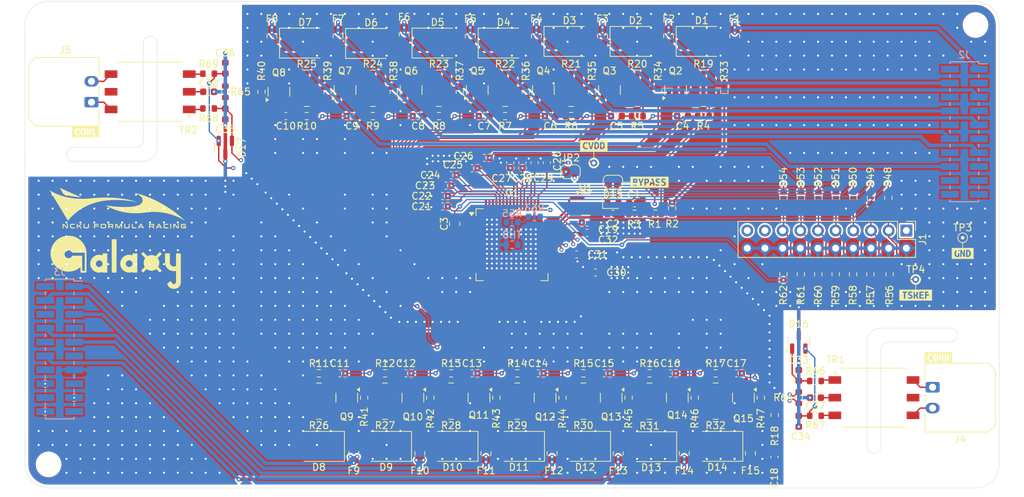
<source format=kicad_pcb>
(kicad_pcb (version 20221018) (generator pcbnew)
  (title_block (title "BMS_Slave") (date "2025-03-05") (rev "V1.2"))
  (layers (0 "F.Cu" signal) (1 "In1.Cu" signal) (2 "In2.Cu" signal) (31 "B.Cu" signal) (34 "B.Paste" user) (35 "F.Paste" user) (36 "B.SilkS" user "B.Silkscreen") (37 "F.SilkS" user "F.Silkscreen") (38 "B.Mask" user) (39 "F.Mask" user) (44 "Edge.Cuts" user))
  (net 0 "")
  (net 1 "/VC_A0")
  (net 2 "GND1")
  (net 3 "/VC_A1")
  (net 4 "/VC_A2")
  (net 5 "/VC_A3")
  (net 6 "/VC_A4")
  (net 7 "/VC_A5")
  (net 8 "/VC_A6")
  (net 9 "/VC_A7")
  (net 10 "/VC_A8")
  (net 11 "/VC_A9")
  (net 12 "/VC_A10")
  (net 13 "/VC_A11")
  (net 14 "/VC_A12")
  (net 15 "/VC_A13")
  (net 16 "/VC_A14")
  (net 17 "/CB_A1")
  (net 18 "/CB_A0")
  (net 19 "/CB_A2")
  (net 20 "/CB_A3")
  (net 21 "/CB_A4")
  (net 22 "/CB_A5")
  (net 23 "/CB_A6")
  (net 24 "/CB_A7")
  (net 25 "/CB_A8")
  (net 26 "/CB_A9")
  (net 27 "/CB_A10")
  (net 28 "/CB_A11")
  (net 29 "/CB_A12")
  (net 30 "/CB_A13")
  (net 31 "/BAT_A")
  (net 32 "Net-(D15-A)")
  (net 33 "/LDOIN_A")
  (net 34 "/CVDD_A")
  (net 35 "/DVDD_A")
  (net 36 "/REFHP_A")
  (net 37 "/AVDD_A")
  (net 38 "/NEG5V_A")
  (net 39 "/TSREF_A")
  (net 40 "/GPIO_A1")
  (net 41 "/GPIO_A2")
  (net 42 "/GPIO_A3")
  (net 43 "/GPIO_A4")
  (net 44 "/GPIO_A5")
  (net 45 "/GPIO_A6")
  (net 46 "/GPIO_A7")
  (net 47 "/GPIO_A8")
  (net 48 "Net-(C37-Pad1)")
  (net 49 "/CELL_A14")
  (net 50 "Net-(C38-Pad1)")
  (net 52 "/CELL_A13")
  (net 53 "/CELL_A12")
  (net 55 "/CELL_A11")
  (net 56 "/CELL_A10")
  (net 59 "/CELL_A9")
  (net 60 "/CELL_A8")
  (net 63 "/CELL_A7")
  (net 64 "/CELL_A6")
  (net 68 "/CELL_A5")
  (net 71 "/CELL_A4")
  (net 72 "/CELL_A3")
  (net 75 "/CELL_A2")
  (net 76 "/CELL_A1")
  (net 79 "/RX_A")
  (net 82 "/TX_A")
  (net 87 "/TH_A1")
  (net 88 "/TH_A2")
  (net 89 "/TH_A3")
  (net 90 "/TH_A4")
  (net 91 "/TH_A5")
  (net 92 "/TH_A6")
  (net 93 "/TH_A7")
  (net 94 "/TH_A8")
  (net 96 "Net-(J4-Pin_1)")
  (net 97 "Net-(J4-Pin_2)")
  (net 98 "Net-(J5-Pin_1)")
  (net 99 "Net-(J5-Pin_2)")
  (net 100 "/NPNB_A")
  (net 102 "Net-(R1-Pad2)")
  (net 103 "Net-(D1-A1)")
  (net 104 "Net-(D1-A2)")
  (net 105 "Net-(D2-A1)")
  (net 113 "Net-(D3-A1)")
  (net 114 "Net-(D4-A1)")
  (net 115 "Net-(D5-A1)")
  (net 116 "Net-(D6-A1)")
  (net 117 "Net-(D7-A1)")
  (net 118 "Net-(D8-A1)")
  (net 119 "Net-(D10-A2)")
  (net 120 "Net-(D10-A1)")
  (net 121 "Net-(D11-A1)")
  (net 122 "Net-(D12-A1)")
  (net 123 "Net-(D13-A1)")
  (net 124 "Net-(D14-A1)")
  (net 125 "Net-(D15-K)")
  (net 127 "Net-(Q2-D)")
  (net 128 "Net-(Q3-D)")
  (net 129 "Net-(Q4-D)")
  (net 131 "/COMHP")
  (net 132 "/COMHN")
  (net 133 "/COMLP")
  (net 134 "/COMLN")
  (net 135 "Net-(Q5-D)")
  (net 136 "Net-(Q6-D)")
  (net 137 "Net-(Q7-D)")
  (net 138 "Net-(Q8-D)")
  (net 139 "Net-(Q9-D)")
  (net 140 "Net-(Q10-D)")
  (net 141 "Net-(Q11-D)")
  (net 142 "Net-(Q12-D)")
  (net 143 "Net-(Q13-D)")
  (net 144 "Net-(Q14-D)")
  (net 145 "Net-(Q15-D)")
  (net 146 "Net-(R66-Pad2)")
  (net 147 "Net-(R67-Pad2)")
  (net 148 "Net-(R68-Pad2)")
  (net 149 "Net-(R69-Pad2)")
  (footprint "Package_TO_SOT_SMD:SOT-23" (layer "F.Cu") (at 116.5 73 90)
    (fp_text reference "Q8")
    (fp_text value "DMN2024UQ")
  )
  (footprint "Resistor_SMD:R_0603_1608Metric" (layer "F.Cu") (at 201.56 88.25 -90)
    (fp_text reference "R49")
    (fp_text value "1k")
  )
  (footprint "kibuzzard-67C80F0F" (layer "F.Cu") (at 169.75 86)
    (fp_text reference "kibuzzard-67C80F0F" hide)
    (fp_text value "G***" hide)
  )
  (footprint "Package_TO_SOT_SMD:SOT-23" (layer "F.Cu") (at 145.25 117 -90)
    (fp_text reference "Q11")
    (fp_text value "DMN2024UQ")
  )
  (footprint "Fuse:Fuse_0805_2012Metric" (layer "F.Cu") (at 115.5 65 -90)
    (fp_text reference "F8")
    (fp_text value "0.5A Fuse")
  )
  (footprint "Package_TO_SOT_SMD:SOT-23" (layer "F.Cu") (at 164.25 117 -90)
    (fp_text reference "Q13")
    (fp_text value "DMN2024UQ")
  )
  (footprint "Diode_SMD:D_SMB" (layer "F.Cu") (at 158.25 65.75)
    (fp_text reference "D3")
    (fp_text value "SMBJ55.0CA")
  )
  (footprint "Capacitor_SMD:C_0603_1608Metric" (layer "F.Cu") (at 108.8 69.6 90)
    (fp_text reference "C36")
    (fp_text value "220p")
  )
  (footprint "Package_TO_SOT_SMD:SOT-23" (layer "F.Cu") (at 135.5 72.75 90)
    (fp_text reference "Q6")
    (fp_text value "DMN2024UQ")
  )
  (footprint "MountingHole:MountingHole_3.2mm_M3_ISO7380" (layer "F.Cu") (at 83.4 63.4)
    (fp_text reference "H1" hide)
    (fp_text value "M3")
  )
  (footprint "Resistor_SMD:R_0603_1608Metric" (layer "F.Cu") (at 128.75 117 90)
    (fp_text reference "R41")
    (fp_text value "1k")
  )
  (footprint "Resistor_SMD:R_0603_1608Metric" (layer "F.Cu") (at 193.6 114.6)
    (fp_text reference "R66")
    (fp_text value "49R")
  )
  (footprint "Capacitor_SMD:C_0603_1608Metric" (layer "F.Cu") (at 140 88 180)
    (fp_text reference "C22")
    (fp_text value "100n")
  )
  (footprint "Capacitor_SMD:C_0603_1608Metric" (layer "F.Cu") (at 127 76.5 180)
    (fp_text reference "C9")
    (fp_text value "470n")
  )
  (footprint "Capacitor_SMD:C_0603_1608Metric" (layer "F.Cu") (at 108.8 76.2 -90)
    (fp_text reference "C35")
    (fp_text value "220p")
  )
  (footprint "Capacitor_SMD:C_0603_1608Metric" (layer "F.Cu") (at 125.25 113.5)
    (fp_text reference "C11")
    (fp_text value "470n")
  )
  (footprint "Resistor_SMD:R_1020_2550Metric" (layer "F.Cu") (at 141.25 117.5)
    (fp_text reference "R28")
    (fp_text value "20R/1W")
  )
  (footprint "Resistor_SMD:R_0603_1608Metric" (layer "F.Cu") (at 157.25 117 90)
    (fp_text reference "R44")
    (fp_text value "1k")
  )
  (footprint "Fuse:Fuse_0805_2012Metric" (layer "F.Cu") (at 174.75 125 90)
    (fp_text reference "F14")
    (fp_text value "0.5A Fuse")
  )
  (footprint "Diode_SMD:D_SMB" (layer "F.Cu") (at 177.25 65.75)
    (fp_text reference "D1")
    (fp_text value "SMBJ55.0CA")
  )
  (footprint "Resistor_SMD:R_0603_1608Metric" (layer "F.Cu") (at 123.5 73 -90)
    (fp_text reference "R39")
    (fp_text value "1k")
  )
  (footprint "Capacitor_SMD:C_0603_1608Metric" (layer "F.Cu") (at 159.275 96.4)
    (fp_text reference "C31")
    (fp_text value "1u")
  )
  (footprint "kibuzzard-67C80BF3" (layer "F.Cu") (at 214.75 96.25)
    (fp_text reference "kibuzzard-67C80BF3" hide)
    (fp_text value "G***" hide)
  )
  (footprint "Capacitor_SMD:C_0603_1608Metric" (layer "F.Cu") (at 141.25 85 180)
    (fp_text reference "C24")
    (fp_text value "100n")
  )
  (footprint "Package_TO_SOT_SMD:SOT-23" (layer "F.Cu") (at 164 72.75 90)
    (fp_text reference "Q3")
    (fp_text value "DMN2024UQ")
  )
  (footprint "Resistor_SMD:R_1020_2550Metric" (layer "F.Cu") (at 120.5 72.5 180)
    (fp_text reference "R25")
    (fp_text value "20R/1W")
  )
  (footprint "Capacitor_SMD:C_0603_1608Metric" (layer "F.Cu") (at 144.25 84 180)
    (fp_text reference "C25")
    (fp_text value "100n")
  )
  (footprint "Capacitor_SMD:C_0603_1608Metric" (layer "F.Cu") (at 167.6 89.05 180)
    (fp_text reference "C1")
    (fp_text value "220n/100V")
  )
  (footprint "Package_QFP:HTQFP-64-1EP_10x10mm_P0.5mm_EP8x8mm" (layer "F.Cu") (at 150 95)
    (fp_text reference "U1")
    (fp_text value "~")
  )
  (footprint "Capacitor_SMD:C_0805_2012Metric" (layer "F.Cu") (at 141.75 92 90)
    (fp_text reference "C3")
    (fp_text value "10u")
  )
  (footprint "Fuse:Fuse_0805_2012Metric" (layer "F.Cu") (at 144 65 -90)
    (fp_text reference "F5")
    (fp_text value "0.5A Fuse")
  )
  (footprint "Fuse:Fuse_0805_2012Metric" (layer "F.Cu") (at 155.75 125 90)
    (fp_text reference "F12")
    (fp_text value "0.5A Fuse")
  )
  (footprint "Capacitor_SMD:C_0603_1608Metric" (layer "F.Cu") (at 149.75 83.2 90)
    (fp_text reference "C27")
    (fp_text value "100n")
  )
  (footprint "Diode_SMD:D_SMB" (layer "F.Cu") (at 120.25 66)
    (fp_text reference "D7")
    (fp_text value "SMBJ55.0CA")
  )
  (footprint "MountingHole:MountingHole_3.2mm_M3_ISO7380" (layer "F.Cu") (at 216.6 63.4)
    (fp_text reference "H2" hide)
    (fp_text value "M3")
  )
  (footprint "Diode_SMD:D_SMB" (layer "F.Cu") (at 141.45 124 180)
    (fp_text reference "D10")
    (fp_text value "SMBJ55.0CA")
  )
  (footprint "Capacitor_SMD:C_0603_1608Metric" (layer "F.Cu") (at 172.75 113.5)
    (fp_text reference "C16")
    (fp_text value "470n")
  )
  (footprint "Resistor_SMD:R_0603_1608Metric" (layer "F.Cu") (at 171 73 -90)
    (fp_text reference "R34")
    (fp_text value "1k")
  )
  (footprint "Diode_SMD:D_SMB" (layer "F.Cu") (at 170 124.05 180)
    (fp_text reference "D13")
    (fp_text value "SMBJ55.0CA")
  )
  (footprint "kibuzzard-67C80C10" (layer "F.Cu") (at 208 102.25)
    (fp_text reference "kibuzzard-67C80C10" hide)
    (fp_text value "G***" hide)
  )
  (footprint "Resistor_SMD:R_0603_1608Metric" (layer "F.Cu") (at 122.25 113.5)
    (fp_text reference "R11")
    (fp_text value "100R")
  )
  (footprint "Package_TO_SOT_SMD:SOT-23" (layer "F.Cu") (at 160.6 89.2)
    (fp_text reference "Q1")
    (fp_text value "MMBT5551")
  )
  (footprint "Resistor_SMD:R_0603_1608Metric" (layer "F.Cu") (at 168 76.5 180)
    (fp_text reference "R5")
    (fp_text value "100R")
  )
  (footprint "TestPoint:TestPoint_THTPad_D1.0mm_Drill0.5mm" (layer "F.Cu") (at 161.75 83.25)
    (fp_text reference "TP2" hide)
    (fp_text value "TP_CVDD")
  )
  (footprint "Resistor_SMD:R_0603_1608Metric" (layer "F.Cu") (at 201.5 99.25 90)
    (fp_text reference "R57")
    (fp_text value "10k")
  )
  (footprint "Diode_SMD:D_SMB" (layer "F.Cu") (at 151 124 180)
    (fp_text reference "D11")
    (fp_text value "SMBJ55.0CA")
  )
  (footprint "Resistor_SMD:R_0603_1608Metric" (layer "F.Cu") (at 196.5 99.25 90)
    (fp_text reference "R59")
    (fp_text value "10k")
  )
  (footprint "Capacitor_SMD:C_0603_1608Metric" (layer "F.Cu") (at 191.2 113.8 90)
    (fp_text reference "C33")
    (fp_text value "220p")
  )
  (footprint "Resistor_SMD:R_1020_2550Metric" (layer "F.Cu") (at 177.5 72.5 180)
    (fp_text reference "R19")
    (fp_text value "20R/1W")
  )
  (footprint "Resistor_SMD:R_0603_1608Metric" (layer "F.Cu") (at 185.75 117 90)
    (fp_text reference "R47")
    (fp_text value "1k")
  )
  (footprint "Package_TO_SOT_SMD:SOT-23" (layer "F.Cu") (at 154.5 72.75 90)
    (fp_text reference "Q4")
    (fp_text value "DMN2024UQ")
  )
  (footprint "Transformer_SMD:Transformer_Wuerth_750315371" (layer "F.Cu") (at 98 73 180)
    (fp_text reference "TR2")
    (fp_text value "Wuerth_750319696")
  )
  (footprint "Fuse:Fuse_0805_2012Metric" (layer "F.Cu") (at 184.25 125 90)
    (fp_text reference "F15")
    (fp_text value "0.5A Fuse")
  )
  (footprint "kibuzzard-67C80B11" (layer "F.Cu") (at 211.25 111.25)
    (fp_text reference "kibuzzard-67C80B11" hide)
    (fp_text value "G***" hide)
  )
  (footprint "Capacitor_SMD:C_0603_1608Metric" (layer "F.Cu") (at 162 99)
    (fp_text reference "C30")
    (fp_text value "1u")
  )
  (footprint "Resistor_SMD:R_0603_1608Metric" (layer "F.Cu") (at 194 99.25 90)
    (fp_text reference "R60")
    (fp_text value "10k")
  )
  (footprint "Capacitor_SMD:C_0603_1608Metric" (layer "F.Cu") (at 174.5 76.5 180)
    (fp_text reference "C4")
    (fp_text value "470n")
  )
  (footprint "Resistor_SMD:R_0603_1608Metric" (layer "F.Cu") (at 142.5 73 -90)
    (fp_text reference "R37")
    (fp_text value "1k")
  )
  (footprint "Resistor_SMD:R_1020_2550Metric" (layer "F.Cu") (at 130 72.5 180)
    (fp_text reference "R24")
    (fp_text value "20R/1W")
  )
  (footprint "Fuse:Fuse_0805_2012Metric" (layer "F.Cu") (at 136.75 125 90)
    (fp_text reference "F10")
    (fp_text value "0.5A Fuse")
  )
  (footprint "logo:nckufs_logo_20mm" (layer "F.Cu") (at 93.35 89.7)
    (fp_text reference "G***" hide)
    (fp_text value "LOGO" hide)
  )
  (footprint "Resistor_SMD:R_1020_2550Metric" (layer "F.Cu") (at 150.75 117.5)
    (fp_text reference "R29")
    (fp_text value "20R/1W")
  )
  (footprint "Capacitor_SMD:C_0603_1608Metric" (layer "F.Cu") (at 146 76.5 180)
    (fp_text reference "C7")
    (fp_text value "470n")
  )
  (footprint "Resistor_SMD:R_0603_1608Metric" (layer "F.Cu") (at 180.5 73 -90)
    (fp_text reference "R33")
    (fp_text value "1k")
  )
  (footprint "Resistor_SMD:R_0603_1608Metric" (layer "F.Cu") (at 108.8 73 90)
    (fp_text reference "R65")
    (fp_text value "1k")
  )
  (footprint "Resistor_SMD:R_0603_1608Metric" (layer "F.Cu") (at 114 73 -90)
    (fp_text reference "R40")
    (fp_text value "1k")
  )
  (footprint "Resistor_SMD:R_0603_1608Metric" (layer "F.Cu") (at 147.75 117 90)
    (fp_text reference "R43")
    (fp_text value "1k")
  )
  (footprint "Resistor_SMD:R_1020_2550Metric" (layer "F.Cu") (at 149 72.5 180)
    (fp_text reference "R22")
    (fp_text value "20R/1W")
  )
  (footprint "kibuzzard-67C80B8B" (layer "F.Cu") (at 161.75 80.75)
    (fp_text reference "kibuzzard-67C80B8B" hide)
    (fp_text value "G***" hide)
  )
  (footprint "Diode_SMD:D_SMB" (layer "F.Cu") (at 131.9 124 180)
    (fp_text reference "D9")
    (fp_text value "SMBJ55.0CA")
  )
  (footprint "Resistor_SMD:R_0603_1608Metric" (layer "F.Cu") (at 191.52 88.25 -90)
    (fp_text reference "R53")
    (fp_text value "1k")
  )
  (footprint "Diode_SMD:D_SMB" (layer "F.Cu") (at 167.75 65.75)
    (fp_text reference "D2")
    (fp_text value "SMBJ55.0CA")
  )
  (footprint "Resistor_SMD:R_0603_1608Metric" (layer "F.Cu") (at 191.5 99.25 90)
    (fp_text reference "R61")
    (fp_text value "10k")
  )
  (footprint "Package_TO_SOT_SMD:SOT-23" (layer "F.Cu") (at 191.2 109 90)
    (fp_text reference "D16")
    (fp_text value "DESD12VL2BTQ")
  )
  (footprint "Resistor_SMD:R_0603_1608Metric" (layer "F.Cu") (at 177.5 76.5 180)
    (fp_text reference "R4")
    (fp_text value "100R")
  )
  (footprint "Fuse:Fuse_0805_2012Metric" (layer "F.Cu") (at 153.5 65 -90)
    (fp_text reference "F4")
    (fp_text value "0.5A Fuse")
  )
  (footprint "Resistor_SMD:R_0603_1608Metric" (layer "F.Cu") (at 204.07 88.25 -90)
    (fp_text reference "R48")
    (fp_text value "1k")
  )
  (footprint "Resistor_SMD:R_0603_1608Metric" (layer "F.Cu") (at 194.03 88.25 -90)
    (fp_text reference "R52")
    (fp_text value "1k")
  )
  (footprint "Resistor_SMD:R_1020_2550Metric" (layer "F.Cu") (at 179.25 117.5)
    (fp_text reference "R32")
    (fp_text value "20R/1W")
  )
  (footprint "Resistor_SMD:R_0603_1608Metric" (layer "F.Cu") (at 158.5 76.5 180)
    (fp_text reference "R6")
    (fp_text value "100R")
  )
  (footprint "TestPoint:TestPoint_THTPad_D1.0mm_Drill0.5mm" (layer "F.Cu") (at 214.75 94)
    (fp_text reference "TP3")
    (fp_text value "TP_GND")
  )
  (footprint "Resistor_SMD:R_0603_1608Metric" (layer "F.Cu") (at 189 99.25 90)
    (fp_text reference "R62")
    (fp_text value "10k")
  )
  (footprint "Fuse:Fuse_0805_2012Metric" (layer "F.Cu") (at 182 65 -90)
    (fp_text reference "F1")
    (fp_text value "0.5A Fuse")
  )
  (footprint "Capacitor_SMD:C_0603_1608Metric" (layer "F.Cu") (at 164.5 90.55 180)
    (fp_text reference "C2")
    (fp_text value "100n")
  )
  (footprint "Resistor_SMD:R_0603_1608Metric" (layer "F.Cu") (at 138.25 117 90)
    (fp_text reference "R42")
    (fp_text value "1k")
  )
  (footprint "Resistor_SMD:R_0603_1608Metric" (layer "F.Cu") (at 106.4 70.4 180)
    (fp_text reference "R69")
    (fp_text value "49R")
  )
  (footprint "Capacitor_SMD:C_0603_1608Metric" (layer "F.Cu") (at 163.25 113.5)
    (fp_text reference "C15")
    (fp_text value "470n")
  )
  (footprint "Capacitor_SMD:C_0603_1608Metric" (layer "F.Cu") (at 136.5 76.5 180)
    (fp_text reference "C8")
    (fp_text value "470n")
  )
  (footprint "logo:galaxy_logo_20mm" (layer "F.Cu") (at 93.15 97.55)
    (fp_text reference "G***" hide)
    (fp_text value "LOGO" hide)
  )
  (footprint "Fuse:Fuse_0805_2012Metric" (layer "F.Cu") (at 125 65 -90)
    (fp_text reference "F7")
    (fp_text value "0.5A Fuse")
  )
  (footprint "Diode_SMD:D_SMB" (layer "F.Cu") (at 129.75 66.05)
    (fp_text reference "D6")
    (fp_text value "SMBJ55.0CA")
  )
  (footprint "Diode_SMD:D_SMB" (layer "F.Cu") (at 179.5 124 180)
    (fp_text reference "D14")
    (fp_text value "SMBJ55.0CA")
  )
  (footprint "Resistor_SMD:R_0603_1608Metric" (layer "F.Cu") (at 193.6 119.6)
    (fp_text reference "R67")
    (fp_text value "49R")
  )
  (footprint "Connector_Molex:Molex_Micro-Fit_3.0_43650-0200_1x02_P3.00mm_Horizontal" (layer "F.Cu") (at 89.57 74.5 90)
    (fp_text reference "J5")
    (fp_text value "BMS_A_IN")
  )
  (footprint "kibuzzard-67C80B29" (layer "F.Cu") (at 88.75 78.75)
    (fp_text reference "kibuzzard-67C80B29" hide)
    (fp_text value "G***" hide)
  )
  (footprint "Package_TO_SOT_SMD:SOT-23" (layer "F.Cu") (at 183.25 117 -90)
    (fp_text reference "Q15")
    (fp_text value "DMN2024UQ")
  )
  (footprint "Jumper:SolderJumper-2_P1.3mm_Open_RoundedPad1.0x1.5mm" (layer "F.Cu") (at 164.5 86 180)
    (fp_text reference "JP1" hide)
    (fp_text value "SJ_BYPASS")
  )
  (footprint "Package_TO_SOT_SMD:SOT-23" (layer "F.Cu") (at 173.5 72.75 90)
    (fp_text reference "Q2")
    (fp_text value "DMN2024UQ")
  )
  (footprint "TestPoint:TestPoint_THTPad_D1.0mm_Drill0.5mm" (layer "F.Cu") (at 208 100)
    (fp_text reference "TP4")
    (fp_text value "TP_TSREF")
  )
  (footprint "Diode_SMD:D_SMB" (layer "F.Cu") (at 122.25 124 180)
    (fp_text reference "D8")
    (fp_text value "SMBJ55.0CA")
  )
  (footprint "Capacitor_SMD:C_0603_1608Metric" (layer "F.Cu") (at 140 89.5 180)
    (fp_text reference "C21")
    (fp_text value "100n")
  )
  (footprint "Resistor_SMD:R_0603_1608Metric" (layer "F.Cu") (at 160.25 113.5)
    (fp_text reference "R15")
    (fp_text value "100R")
  )
  (footprint "Capacitor_SMD:C_0603_1608Metric" (layer "F.Cu") (at 106.4 73)
    (fp_text reference "C38")
    (fp_text value "100p")
  )
  (footprint "Resistor_SMD:R_0603_1608Metric" (layer "F.Cu") (at 170.6 90.55 180)
    (fp_text reference "R1")
    (fp_text value "200R")
  )
  (footprint "Transformer_SMD:Transformer_Wuerth_750315371" (layer "F.Cu") (at 202 117)
    (fp_text reference "TR1")
    (fp_text value "Wuerth_750319696")
  )
  (footprint "Package_TO_SOT_SMD:SOT-23" (layer "F.Cu") (at 145 72.75 90)
    (fp_text reference "Q5")
    (fp_text value "DMN2024UQ")
  )
  (footprint "Package_TO_SOT_SMD:SOT-23" (layer "F.Cu") (at 135.75 117 -90)
    (fp_text reference "Q10")
    (fp_text value "DMN2024UQ")
  )
  (footprint "Fuse:Fuse_0805_2012Metric" (layer "F.Cu") (at 146.25 125 90)
    (fp_text reference "F11")
    (fp_text value "0.5A Fuse")
  )
  (footprint "Diode_SMD:D_SMB" (layer "F.Cu") (at 139.3 66)
    (fp_text reference "D5")
    (fp_text value "SMBJ55.0CA")
  )
  (footprint "Resistor_SMD:R_0603_1608Metric" (layer "F.Cu") (at 161.5 73 -90)
    (fp_text reference "R35")
    (fp_text value "1k")
  )
  (footprint "MountingHole:MountingHole_3.2mm_M3_ISO7380" (layer "F.Cu") (at 216.6 126.6)
    (fp_text reference "H4" hide)
    (fp_text value "M3")
  )
  (footprint "Fuse:Fuse_0805_2012Metric" (layer "F.Cu") (at 172.5 65 -90)
    (fp_text reference "F2")
    (fp_text value "0.5A Fuse")
  )
  (footprint "Resistor_SMD:R_0603_1608Metric" (layer "F.Cu") (at 139.5 76.5 180)
    (fp_text reference "R8")
    (fp_text value "100R")
  )
  (footprint "Resistor_SMD:R_0603_1608Metric" (layer "F.Cu") (at 179.25 113.5)
    (fp_text reference "R17")
    (fp_text value "100R")
  )
  (footprint "Capacitor_SMD:C_0603_1608Metric" (layer "F.Cu") (at 153.75 113.5)
    (fp_text reference "C14")
    (fp_text value "470n")
  )
  (footprint "Jumper:SolderJumper-2_P1.3mm_Bridged_RoundedPad1.0x1.5mm" (layer "F.Cu") (at 158.4 84.5 180)
    (fp_text reference "JP2")
    (fp_text value "SolderJumper_2_Bridged")
  )
  (footprint "Resistor_SMD:R_0603_1608Metric" (layer "F.Cu") (at 131.75 113.5)
    (fp_text reference "R12")
    (fp_text value "100R")
  )
  (footprint "Fuse:Fuse_0805_2012Metric" (layer "F.Cu") (at 127.25 125 90)
    (fp_text reference "F9")
    (fp_text value "0.5A Fuse")
  )
  (footprint "Package_TO_SOT_SMD:SOT-23" (layer "F.Cu") (at 173.75 117 -90)
    (fp_text reference "Q14")
    (fp_text value "DMN2024UQ")
  )
  (footprint "Resistor_SMD:R_0603_1608Metric" (layer "F.Cu") (at 166.75 117 90)
    (fp_text reference "R45")
    (fp_text value "1k")
  )
  (footprint "Resistor_SMD:R_0603_1608Metric" (layer "F.Cu") (at 189.01 88.25 -90)
    (fp_text reference "R54")
    (fp_text value "1k")
  )
  (footprint "Fuse:Fuse_0805_2012Metric" (layer "F.Cu") (at 165.25 125 90)
    (fp_text reference "F13")
    (fp_text value "0.5A Fuse")
  )
  (footprint "Capacitor_SMD:C_0603_1608Metric" (layer "F.Cu") (at 187.7 125.525 -90)
    (fp_text reference "C18")
    (fp_text value "470n")
  )
  (footprint "Capacitor_SMD:C_0603_1608Metric" (layer "F.Cu") (at 160.8 93.3)
    (fp_text reference "C32")
    (fp_text value "100n")
  )
  (footprint "Capacitor_SMD:C_0603_1608Metric" (layer "F.Cu") (at 191.2 120.4 -90)
    (fp_text reference "C34")
    (fp_text value "220p")
  )
  (footprint "Resistor_SMD:R_0603_1608Metric" (layer "F.Cu") (at 191.2 117 -90)
    (fp_text reference "R64")
    (fp_text value "1k")
  )
  (footprint "Resistor_SMD:R_0603_1608Metric" (layer "F.Cu") (at 199 99.25 90)
    (fp_text reference "R58")
    (fp_text value "10k")
  )
  (footprint "Resistor_SMD:R_1020_2550Metric" (layer "F.Cu") (at 131.75 117.5)
    (fp_text reference "R27")
    (fp_text value "20R/1W")
  )
  (footprint "Package_TO_SOT_SMD:SOT-23" (layer "F.Cu") (at 126 72.75 90)
    (fp_text reference "Q7")
    (fp_text value "DMN2024UQ")
  )
  (footprint "Resistor_SMD:R_0603_1608Metric" (layer "F.Cu") (at 169.75 113.5)
    (fp_text reference "R16")
    (fp_text value "100R")
  )
  (footprint "Resistor_SMD:R_0603_1608Metric" (layer "F.Cu") (at 152 73 -90)
    (fp_text reference "R36")
    (fp_text value "1k")
  )
  (footprint "Resistor_SMD:R_0603_1608Metric" (layer "F.Cu") (at 187.75 119.5 90)
    (fp_text reference "R18")
    (fp_text value "100R")
  )
  (footprint "Resistor_SMD:R_0603_1608Metric" (layer "F.Cu") (at 150.75 113.5)
    (fp_text reference "R14")
    (fp_text value "100R")
  )
  (footprint "Resistor_SMD:R_0603_1608Metric" (layer "F.Cu") (at 199.05 88.25 -90)
    (fp_text reference "R50")
    (fp_text value "1k")
  )
  (footprint "Capacitor_SMD:C_0603_1608Metric" (layer "F.Cu") (at 153.25 83.2 90)
    (fp_text reference "C29")
    (fp_text value "1u")
  )
  (footprint "Capacitor_SMD:C_0603_1608Metric" (layer "F.Cu") (at 165 76.5 180)
    (fp_text reference "C5")
    (fp_text value "470n")
  )
  (footprint "Resistor_SMD:R_1020_2550Metric" (layer "F.Cu") (at 122.25 117.5)
    (fp_text reference "R26")
    (fp_text value "20R/1W")
  )
  (footprint "Resistor_SMD:R_0603_1608Metric" (layer "F.Cu") (at 176.25 117 90)
    (fp_text reference "R46")
    (fp_text value "1k")
  )
  (footprint "Resistor_SMD:R_1020_2550Metric" (layer "F.Cu") (at 168 72.5 180)
    (fp_text reference "R20")
    (fp_text value "20R/1W")
  )
  (footprint "Package_TO_SOT_SMD:SOT-23" (layer "F.Cu") (at 108.8 81 -90)
    (fp_text reference "D17")
    (fp_text value "DESD12VL2BTQ")
  )
  (footprint "Fuse:Fuse_0805_2012Metric" (layer "F.Cu") (at 163 65 -90)
    (fp_text reference "F3")
    (fp_text value "0.5A Fuse")
  )
  (footprint "Diode_SMD:D_SMB" (layer "F.Cu") (at 148.8 66)
    (fp_text reference "D4")
    (fp_text value "SMBJ55.0CA")
  )
  (footprint "Connector_PinHeader_2.54mm:PinHeader_2x10_P2.54mm_Vertical" (layer "F.Cu") (at 206.66 92.96 -90)
    (fp_text reference "J1")
    (fp_text value "Conn_Therm")
  )
  (footprint "Capacitor_SMD:C_0603_1608Metric" (layer "F.Cu") (at 144.25 113.5)
    (fp_text reference "C13")
    (fp_text value "470n")
  )
  (footprint "Resistor_SMD:R_0603_1608Metric" (layer "F.Cu") (at 149 76.5 180)
    (fp_text reference "R7")
    (fp_text value "100R")
  )
  (footprint "Resistor_SMD:R_1020_2550Metric" (layer "F.Cu") (at 169.75 117.5)
    (fp_text reference "R31")
    (fp_text value "20R/1W")
  )
  (footprint "Resistor_SMD:R_0603_1608Metric" (layer "F.Cu") (at 133 73 -90)
    (fp_text reference "R38")
    (fp_text value "1k")
  )
  (footprint "LED_SMD:LED_0603_1608Metric" (layer "F.Cu") (at 164.5 89.05)
    (fp_text reference "D15")
    (fp_text value "LED_PWR")
  )
  (footprint "Connector_Molex:Molex_Micro-Fit_3.0_43650-0200_1x02_P3.00mm_Horizontal" (layer "F.Cu") (at 210.43 115.5 -90)
    (fp_text reference "J4")
    (fp_text value "BMS_A_OUT")
  )
  (footprint "Resistor_SMD:R_0603_1608Metric" (layer "F.Cu") (at 173 89.75 90)
    (fp_text reference "R2")
    (fp_text value "30R")
  )
  (footprint "Resistor_SMD:R_0603_1608Metric" (layer "F.Cu") (at 130 76.5 180)
    (fp_text reference "R9")
    (fp_text value "100R")
  )
  (footprint "Capacitor_SMD:C_0603_1608Metric" (layer "F.Cu") (at 117.5 76.5 180)
    (fp_text reference "C10")
    (fp_text value "470n")
  )
  (footprint "Resistor_SMD:R_0603_1608Metric" (layer "F.Cu") (at 204.25 99.25 90)
    (fp_text reference "R56")
    (fp_text value "10k")
  )
  (footprint "Resistor_SMD:R_0603_1608Metric" (layer "F.Cu") (at 167.6 90.55 180)
    (fp_text reference "R3")
    (fp_text value "100R")
  )
  (footprint "Capacitor_SMD:C_0603_1608Metric" (layer "F.Cu") (at 155 83.2 90)
    (fp_text reference "C20")
    (fp_text value "2.2u")
  )
  (footprint "Capacitor_SMD:C_0603_1608Metric" (layer "F.Cu") (at 140.5 86.5 180)
    (fp_text reference "C23")
    (fp_text value "100n")
  )
  (footprint "MountingHole:MountingHole_3.2mm_M3_ISO7380" (layer "F.Cu") (at 83.4 126.6)
    (fp_text reference "H3" hide)
    (fp_text value "M3")
  )
  (footprint "Package_TO_SOT_SMD:SOT-23" (layer "F.Cu") (at 154.75 117 -90)
    (fp_text reference "Q12")
    (fp_text value "DMN2024UQ")
  )
  (footprint "Capacitor_SMD:C_0603_1608Metric" (layer "F.Cu") (at 146 82.5 180)
    (fp_text reference "C26")
    (fp_text value "100n")
  )
  (footprint "Resistor_SMD:R_1020_2550Metric" (layer "F.Cu") (at 139.5 72.5 180)
    (fp_text reference "R23")
    (fp_text value "20R/1W")
  )
  (footprint "Resistor_SMD:R_0603_1608Metric" (layer "F.Cu") (at 196.54 88.25 -90)
    (fp_text reference "R51")
    (fp_text value "1k")
  )
  (footprint "Diode_SMD:D_SMB" (layer "F.Cu") (at 160.5 124 180)
    (fp_text reference "D12")
    (fp_text value "SMBJ55.0CA")
  )
  (footprint "Capacitor_SMD:C_0603_1608Metric" (layer "F.Cu") (at 134.75 113.5)
    (fp_text reference "C12")
    (fp_text value "470n")
  )
  (footprint "Resistor_SMD:R_0603_1608Metric" (layer "F.Cu") (at 120.5 76.5 180)
    (fp_text reference "R10")
    (fp_text value "100R")
  )
  (footprint "Resistor_SMD:R_0603_1608Metric" (layer "F.Cu") (at 141.25 113.5)
    (fp_text reference "R13")
    (fp_text value "100R")
  )
  (footprint "Resistor_SMD:R_0603_1608Metric" (layer "F.Cu") (at 106.4 75.4 180)
    (fp_text reference "R68")
    (fp_text value "49R")
  )
  (footprint "Capacitor_SMD:C_0603_1608Metric" (layer "F.Cu") (at 155.5 76.5 180)
    (fp_text reference "C6")
    (fp_text value "470n")
  )
  (footprint "Package_TO_SOT_SMD:SOT-23" (layer "F.Cu") (at 126.25 117 -90)
    (fp_text reference "Q9")
    (fp_text value "DMN2024UQ")
  )
  (footprint "Capacitor_SMD:C_0603_1608Metric" (layer "F.Cu") (at 160.8 91.8)
    (fp_text reference "C19")
    (fp_text value "4.7u")
  )
  (footprint "Capacitor_SMD:C_0603_1608Metric" (layer "F.Cu") (at 182.25 113.5)
    (fp_text reference "C17")
    (fp_text value "470n")
  )
  (footprint "Fuse:Fuse_0805_2012Metric" (layer "F.Cu") (at 134.5 64.75 -90)
    (fp_text reference "F6")
    (fp_text value "0.5A Fuse")
  )
  (footprint "Resistor_SMD:R_1020_2550Metric" (layer "F.Cu") (at 160.25 117.5)
    (fp_text reference "R30")
    (fp_text value "20R/1W")
  )
  (footprint "Capacitor_SMD:C_0603_1608Metric" (layer "F.Cu") (at 193.6 117 180)
    (fp_text reference "C37")
    (fp_text value "100p")
  )
  (footprint "Capacitor_SMD:C_0603_1608Metric" (layer "F.Cu") (at 151.5 83.2 90)
    (fp_text reference "C28")
    (fp_text value "100n")
  )
  (footprint "Resistor_SMD:R_1020_2550Metric" (layer "F.Cu") (at 158.5 72.5 180)
    (fp_text reference "R21")
    (fp_text value "20R/1W")
  )
  (footprint "Connector_PinHeader_2.00mm:PinHeader_2x10_P2.00mm_Vertical_SMD" (layer "B.Cu") (at 215 78.75 180)
    (fp_text reference "J2")
    (fp_text value "Conn_02x10_Odd_Even")
  )
  (footprint "Resistor_SMD:R_0603_1608Metric" (layer "B.Cu") (at 150 95 180)
    (fp_text reference "TH8")
    (fp_text value "onboard_10k_NTC")
  )
  (footprint "Resistor_SMD:R_0603_1608Metric" (layer "B.Cu") (at 150 91.75)
    (fp_text reference "R55")
    (fp_text value "1k")
  )
  (footprint "Resistor_SMD:R_0603_1608Metric" (layer "B.Cu") (at 153.2 91 180)
    (fp_text reference "R63")
    (fp_text value "10k")
  )
  (footprint "Connector_PinHeader_2.00mm:PinHeader_2x10_P2.00mm_Vertical_SMD" (layer "B.Cu") (at 85 110 180)
    (fp_text reference "J3")
    (fp_text value "Conn_02x10_Odd_Even")
  )
  (gr_line (start 214.75 94.7) (end 214.75 95.5) (stroke (width 0.1)) (layer "F.SilkS"))
  (gr_line (start 161.75 82.55) (end 161.75 81.5) (stroke (width 0.1)) (layer "F.SilkS"))
  (gr_line (start 165.9 86) (end 167 86) (stroke (width 0.1)) (layer "F.SilkS"))
  (gr_line (start 208 100.7) (end 208 101.5) (stroke (width 0.1)) (layer "F.SilkS"))
  (gr_arc (start 83.404163 129.995837) (mid 81 129) (end 80.004163 126.595837) (stroke (width 0.05)) (layer "Edge.Cuts"))
  (gr_arc (start 97 80) (mid 96.707107 80.707107) (end 96 81) (stroke (width 0.05)) (layer "Edge.Cuts"))
  (gr_arc (start 216.595837 60.004163) (mid 219 61) (end 219.995837 63.404163) (stroke (width 0.05)) (layer "Edge.Cuts"))
  (gr_arc (start 80 63.4) (mid 80.995837 60.995837) (end 83.4 60) (stroke (width 0.05)) (layer "Edge.Cuts"))
  (gr_arc (start 219.995837 126.595837) (mid 219 129) (end 216.595837 129.995837) (stroke (width 0.05)) (layer "Edge.Cuts"))
  (gr_arc (start 203 110) (mid 203.292893 109.292893) (end 204 109) (stroke (width 0.05)) (layer "Edge.Cuts"))
  (gr_line (start 219.995837 63.404163) (end 219.995837 126.595837) (stroke (width 0.05)) (layer "Edge.Cuts"))
  (gr_line (start 216.595837 129.995837) (end 83.404163 129.995837) (stroke (width 0.05)) (layer "Edge.Cuts"))
  (gr_line (start 87 81) (end 96 81) (stroke (width 0.05)) (layer "Edge.Cuts"))
  (gr_arc (start 87 83) (mid 86 82) (end 87 81) (stroke (width 0.05)) (layer "Edge.Cuts"))
  (gr_arc (start 213 107) (mid 214 108) (end 213 109) (stroke (width 0.05)) (layer "Edge.Cuts"))
  (gr_line (start 80.004163 126.595837) (end 80 63.4) (stroke (width 0.05)) (layer "Edge.Cuts"))
  (gr_line (start 201 109) (end 201 124) (stroke (width 0.05)) (layer "Edge.Cuts"))
  (gr_arc (start 97 66) (mid 98 65) (end 99 66) (stroke (width 0.05)) (layer "Edge.Cuts"))
  (gr_line (start 203 110) (end 203 124) (stroke (width 0.05)) (layer "Edge.Cuts"))
  (gr_arc (start 203 124) (mid 202 125) (end 201 124) (stroke (width 0.05)) (layer "Edge.Cuts"))
  (gr_line (start 99 81) (end 99 66) (stroke (width 0.05)) (layer "Edge.Cuts"))
  (gr_arc (start 99 81) (mid 98.414214 82.414214) (end 97 83) (stroke (width 0.05)) (layer "Edge.Cuts"))
  (gr_line (start 97 80) (end 97 66) (stroke (width 0.05)) (layer "Edge.Cuts"))
  (gr_arc (start 201 109) (mid 201.585786 107.585786) (end 203 107) (stroke (width 0.05)) (layer "Edge.Cuts"))
  (gr_line (start 213 109) (end 204 109) (stroke (width 0.05)) (layer "Edge.Cuts"))
  (gr_line (start 83.4 60) (end 216.595837 60.004163) (stroke (width 0.05)) (layer "Edge.Cuts"))
  (gr_line (start 87 83) (end 97 83) (stroke (width 0.05)) (layer "Edge.Cuts"))
  (gr_line (start 213 107) (end 203 107) (stroke (width 0.05)) (layer "Edge.Cuts"))
  (segment (start 155.7 97.75) (end 156.631372 97.75) (width 0.2) (layer "F.Cu") (net 1))
  (segment (start 188.525 119.45) (end 188.525 123.925) (width 0.2) (layer "F.Cu") (net 1))
  (segment (start 158.065686 99.734314) (end 159.131372 100.8) (width 0.2) (layer "F.Cu") (net 1))
  (segment (start 186.525 117.45) (end 187.8 118.725) (width 0.2) (layer "F.Cu") (net 1))
  (segment (start 181.875 103.75) (end 184.9 106.775) (width 0.2) (layer "F.Cu") (net 1))
  (segment (start 186.525 115.725) (end 186.525 117.45) (width 0.2) (layer "F.Cu") (net 1))
  (segment (start 156.631372 97.75) (end 158.065686 99.184314) (width 0.2) (layer "F.Cu") (net 1))
  (segment (start 158.065686 99.184314) (end 158.065686 99.734314) (width 0.2) (layer "F.Cu") (net 1))
  (segment (start 159.131372 100.8) (end 160.300003 100.8) (width 0.2) (layer "F.Cu") (net 1))
  (segment (start 187.75 118.675) (end 188.525 119.45) (width 0.2) (layer "F.Cu") (net 1))
  (segment (start 160.300003 100.8) (end 163.250003 103.75) (width 0.2) (layer "F.Cu") (net 1))
  (segment (start 184.9 114.1) (end 186.525 115.725) (width 0.2) (layer "F.Cu") (net 1))
  (segment (start 184.9 106.775) (end 184.9 114.1) (width 0.2) (layer "F.Cu") (net 1))
  (segment (start 188.525 123.925) (end 187.7 124.75) (width 0.2) (layer "F.Cu") (net 1))
  (segment (start 163.250003 103.75) (end 181.875 103.75) (width 0.2) (layer "F.Cu") (net 1))
  (via (at 184.9 114.1) (size 0.65) (drill 0.25) (layers "F.Cu" "B.Cu") (net 1))
  (via (at 183.025 113.5) (size 0.65) (drill 0.25) (layers "F.Cu" "B.Cu") (net 1))
  (segment (start 183.625 114.1) (end 183.025 113.5) (width 0.2) (layer "B.Cu") (net 1))
  (segment (start 184.9 114.1) (end 183.625 114.1) (width 0.2) (layer "B.Cu") (net 1))
  (segment (start 140.55 92.95) (end 141.75 92.95) (width 0.5) (layer "F.Cu") (net 2))
  (segment (start 153.25 92.65) (end 153.4 92.8) (width 0.2) (layer "F.Cu") (net 2))
  (segment (start 155.7 95.75) (end 153.55 95.75) (width 0.2) (layer "F.Cu") (net 2))
  (segment (start 153.25 89.3) (end 153.25 92.65) (width 0.2) (layer "F.Cu") (net 2))
  (segment (start 155.7 92.25) (end 157.05 92.25) (width 0.2) (layer "F.Cu") (net 2))
  (segment (start 161.575 91.1) (end 161.575 92.05) (width 0.2) (layer "F.Cu") (net 2))
  (segment (start 191.2 103.2) (end 191.2 104) (width 0.5) (layer "F.Cu") (net 2))
  (segment (start 161.475 91) (end 161.575 91.1) (width 0.2) (layer "F.Cu") (net 2))
  (segment (start 160.034314 100) (end 161.775 100) (width 0.2) (layer "F.Cu") (net 2))
  (segment (start 108.8 81.9375) (end 108.8 76.975) (width 0.5) (layer "F.Cu") (net 2))
  (segment (start 155.7 97.25) (end 157.284314 97.25) (width 0.2) (layer "F.Cu") (net 2))
  (segment (start 161.775 100) (end 162.775 99) (width 0.2) (layer "F.Cu") (net 2))
  (segment (start 191.2 102.4) (end 191.2 103.2) (width 0.5) (layer "F.Cu") (net 2))
  (segment (start 139.225 89.5) (end 139.225 91.625) (width 0.5) (layer "F.Cu") (net 2))
  (segment (start 191.2 104) (end 191.2 108.0625) (width 0.5) (layer "F.Cu") (net 2))
  (segment (start 158.3 91) (end 161.475 91) (width 0.2) (layer "F.Cu") (net 2))
  (segment (start 191.2 108.0625) (end 191.2 112) (width 0.5) (layer "F.Cu") (net 2))
  (segment (start 108.8 81.9375) (end 108.8 83) (width 0.5) (layer "F.Cu") (net 2))
  (segment (start 157.05 92.25) (end 158.3 91) (width 0.2) (layer "F.Cu") (net 2))
  (segment (start 139.225 91.625) (end 140.55 92.95) (width 0.5) (layer "F.Cu") (net 2))
  (segment (start 153.55 95.75) (end 153.4 95.6) (width 0.2) (layer "F.Cu") (net 2))
  (segment (start 108.8 68.825) (end 108.8 67.4) (width 0.5) (layer "F.Cu") (net 2))
  (segment (start 108.8 76.975) (end 108.8 77.8) (width 0.5) (layer "F.Cu") (net 2))
  (segment (start 191.2 113.025) (end 191.2 112) (width 0.5) (layer "F.Cu") (net 2))
  (segment (start 157.284314 97.25) (end 160.034314 100) (width 0.2) (layer "F.Cu") (net 2))
  (via (at 187.975 65.8) (size 0.6) (drill 0.3) (layers "F.Cu" "B.Cu") (net 2))
  (via (at 147.8 94.2) (size 0.6) (drill 0.3) (layers "F.Cu" "B.Cu") (net 2))
  (via (at 175.975 63.8) (size 0.6) (drill 0.3) (layers "F.Cu" "B.Cu") (net 2))
  (via (at 165.9 98.2) (size 0.6) (drill 0.3) (layers "F.Cu" "B.Cu") (net 2))
  (via (at 93.975 119.8) (size 0.6) (drill 0.3) (layers "F.Cu" "B.Cu") (net 2))
  (via (at 217.975 65.8) (size 0.6) (drill 0.3) (layers "F.Cu" "B.Cu") (net 2))
  (via (at 167.975 109.8) (size 0.6) (drill 0.3) (layers "F.Cu" "B.Cu") (net 2))
  (via (at 119.975 119.8) (size 0.6) (drill 0.3) (layers "F.Cu" "B.Cu") (net 2))
  (via (at 108.8 87.4) (size 0.6) (drill 0.3) (layers "F.Cu" "B.Cu") (net 2))
  (via (at 111.975 113.8) (size 0.6) (drill 0.3) (layers "F.Cu" "B.Cu") (net 2))
  (via (at 185.4 103.6) (size 0.6) (drill 0.3) (layers "F.Cu" "B.Cu") (net 2))
  (via (at 163.5 96.2) (size 0.6) (drill 0.3) (layers "F.Cu" "B.Cu") (net 2))
  (via (at 115.975 79.8) (size 0.6) (drill 0.3) (layers "F.Cu" "B.Cu") (net 2))
  (via (at 148.5 97) (size 0.6) (drill 0.3) (layers "F.Cu" "B.Cu") (net 2))
  (via (at 205.975 81.8) (size 0.6) (drill 0.3) (layers "F.Cu" "B.Cu") (net 2))
  (via (at 215.975 95.8) (size 0.6) (drill 0.3) (layers "F.Cu" "B.Cu") (net 2))
  (via (at 205.975 101.8) (size 0.6) (drill 0.3) (layers "F.Cu" "B.Cu") (net 2))
  (via (at 207.975 87.8) (size 0.6) (drill 0.3) (layers "F.Cu" "B.Cu") (net 2))
  (via (at 149.975 125.8) (size 0.6) (drill 0.3) (layers "F.Cu" "B.Cu") (net 2))
  (via (at 91.975 101.8) (size 0.6) (drill 0.3) (layers "F.Cu" "B.Cu") (net 2))
  (via (at 107.975 109.8) (size 0.6) (drill 0.3) (layers "F.Cu" "B.Cu") (net 2))
  (via (at 105.975 115.8) (size 0.6) (drill 0.3) (layers "F.Cu" "B.Cu") (net 2))
  (via (at 109.975 99.8) (size 0.6) (drill 0.3) (layers "F.Cu" "B.Cu") (net 2))
  (via (at 149.975 111.8) (size 0.6) (drill 0.3) (layers "F.Cu" "B.Cu") (net 2))
  (via (at 123.975 103.8) (size 0.6) (drill 0.3) (layers "F.Cu" "B.Cu") (net 2))
  (via (at 179.975 61.8) (size 0.6) (drill 0.3) (layers "F.Cu" "B.Cu") (net 2))
  (via (at 165.1 98.2) (size 0.6) (drill 0.3) (layers "F.Cu" "B.Cu") (net 2))
  (via (at 95.975 99.8) (size 0.6) (drill 0.3) (layers "F.Cu" "B.Cu") (net 2))
  (via (at 107.975 107.8) (size 0.6) (drill 0.3) (layers "F.Cu" "B.Cu") (net 2))
  (via (at 169.975 83.8) (size 0.6) (drill 0.3) (layers "F.Cu" "B.Cu") (net 2))
  (via (at 191.2 102.4) (size 0.6) (drill 0.3) (layers "F.Cu" "B.Cu") (net 2))
  (via (at 175.975 119.8) (size 0.6) (drill 0.3) (layers "F.Cu" "B.Cu") (net 2))
  (via (at 171.975 125.8) (size 0.6) (drill 0.3) (layers "F.Cu" "B.Cu") (net 2))
  (via (at 168.4 93.4) (size 0.6) (drill 0.3) (layers "F.Cu" "B.Cu") (net 2))
  (via (at 215.975 89.8) (size 0.6) (drill 0.3) (layers "F.Cu" "B.Cu") (net 2))
  (via (at 87.975 99.8) (size 0.6) (drill 0.3) (layers "F.Cu" "B.Cu") (net 2))
  (via (at 153.4 92.8) (size 0.6) (drill 0.3) (layers "F.Cu" "B.Cu") (net 2))
  (via (at 137.975 119.8) (size 0.6) (drill 0.3) (layers "F.Cu" "B.Cu") (net 2))
  (via (at 99.975 91.8) (size 0.6) (drill 0.3) (layers "F.Cu" "B.Cu") (net 2))
  (via (at 165.975 119.8) (size 0.6) (drill 0.3) (layers "F.Cu" "B.Cu") (net 2))
  (via (at 162.7 97) (size 0.6) (drill 0.3) (layers "F.Cu" "B.Cu") (net 2))
  (via (at 197.975 69.8) (size 0.6) (drill 0.3) (layers "F.Cu" "B.Cu") (net 2))
  (via (at 167.975 99.8) (size 0.6) (drill 0.3) (layers "F.Cu" "B.Cu") (net 2))
  (via (at 97.975 121.8) (size 0.6) (drill 0.3) (layers "F.Cu" "B.Cu") (net 2))
  (via (at 152 98.4) (size 0.6) (drill 0.3) (layers "F.Cu" "B.Cu") (net 2))
  (via (at 193.975 81.8) (size 0.6) (drill 0.3) (layers "F.Cu" "B.Cu") (net 2))
  (via (at 127.975 97.8) (size 0.6) (drill 0.3) (layers "F.Cu" "B.Cu") (net 2))
  (via (at 205.975 89.8) (size 0.6) (drill 0.3) (layers "F.Cu" "B.Cu") (net 2))
  (via (at 155.975 85.8) (size 0.6) (drill 0.3) (layers "F.Cu" "B.Cu") (net 2))
  (via (at 116.2 89.1) (size 0.6) (drill 0.3) (layers "F.Cu" "B.Cu") (net 2))
  (via (at 113.4 86.3) (size 0.6) (drill 0.3) (layers "F.Cu" "B.Cu") (net 2))
  (via (at 191.975 61.8) (size 0.6) (drill 0.3) (layers "F.Cu" "B.Cu") (net 2))
  (via (at 192.825 117) (size 0.6) (drill 0.3) (layers "F.Cu" "B.Cu") (net 2))
  (via (at 87.975 91.8) (size 0.6) (drill 0.3) (layers "F.Cu" "B.Cu") (net 2))
  (via (at 167.6 92.6) (size 0.6) (drill 0.3) (layers "F.Cu" "B.Cu") (net 2))
  (via (at 165.975 107.8) (size 0.6) (drill 0.3) (layers "F.Cu" "B.Cu") (net 2))
  (via (at 93.975 93.8) (size 0.6) (drill 0.3) (layers "F.Cu" "B.Cu") (net 2))
  (via (at 121.975 111.8) (size 0.6) (drill 0.3) (layers "F.Cu" "B.Cu") (net 2))
  (via (at 161.975 125.8) (size 0.6) (drill 0.3) (layers "F.Cu" "B.Cu") (net 2))
  (via (at 123.975 105.8) (size 0.6) (drill 0.3) (layers "F.Cu" "B.Cu") (net 2))
  (via (at 131.975 125.8) (size 0.6) (drill 0.3) (layers "F.Cu" "B.Cu") (net 2))
  (via (at 174.4 96.8) (size 0.6) (drill 0.3) (layers "F.Cu" "B.Cu") (net 2))
  (via (at 159.975 63.8) (size 0.6) (drill 0.3) (layers "F.Cu" "B.Cu") (net 2))
  (via (at 137.975 61.8) (size 0.6) (drill 0.3) (layers "F.Cu" "B.Cu") (net 2))
  (via (at 117.975 109.8) (size 0.6) (drill 0.3) (layers "F.Cu" "B.Cu") (net 2))
  (via (at 209.975 95.8) (size 0.6) (drill 0.3) (layers "F.Cu" "B.Cu") (net 2))
  (via (at 197.975 77.8) (size 0.6) (drill 0.3) (layers "F.Cu" "B.Cu") (net 2))
  (via (at 165.975 61.8) (size 0.6) (drill 0.3) (layers "F.Cu" "B.Cu") (net 2))
  (via (at 99.975 105.8) (size 0.6) (drill 0.3) (layers "F.Cu" "B.Cu") (net 2))
  (via (at 143.975 77.8) (size 0.6) (drill 0.3) (layers "F.Cu" "B.Cu") (net 2))
  (via (at 165.975 83.8) (size 0.6) (drill 0.3) (layers "F.Cu" "B.Cu") (net 2))
  (via (at 99.975 87.8) (size 0.6) (drill 0.3) (layers "F.Cu" "B.Cu") (net 2))
  (via (at 147.1 97.7) (size 0.6) (drill 0.3) (layers "F.Cu" "B.Cu") (net 2))
  (via (at 211.975 103.8) (size 0.6) (drill 0.3) (layers "F.Cu" "B.Cu") (net 2))
  (via (at 89.975 93.8) (size 0.6) (drill 0.3) (layers "F.Cu" "B.Cu") (net 2))
  (via (at 149.9 97.7) (size 0.6) (drill 0.3) (layers "F.Cu" "B.Cu") (net 2))
  (via (at 166.8 91.8) (size 0.6) (drill 0.3) (layers "F.Cu" "B.Cu") (net 2))
  (via (at 207.975 73.8) (size 0.6) (drill 0.3) (layers "F.Cu" "B.Cu") (net 2))
  (via (at 125.975 81.8) (size 0.6) (drill 0.3) (layers "F.Cu" "B.Cu") (net 2))
  (via (at 184.2 126.8) (size 0.6) (drill 0.3) (layers "F.Cu" "B.Cu") (net 2))
  (via (at 151.975 121.8) (size 0.6) (drill 0.3) (layers "F.Cu" "B.Cu") (net 2))
  (via (at 177.975 101.8) (size 0.6) (drill 0.3) (layers "F.Cu" "B.Cu") (net 2))
  (via (at 211.975 101.8) (size 0.6) (drill 0.3) (layers "F.Cu" "B.Cu") (net 2))
  (via (at 199.975 101.8) (size 0.6) (drill 0.3) (layers "F.Cu" "B.Cu") (net 2))
  (via (at 115.975 105.8) (size 0.6) (drill 0.3) (layers "F.Cu" "B.Cu") (net 2))
  (via (at 155.975 69.8) (size 0.6) (drill 0.3) (layers "F.Cu" "B.Cu") (net 2))
  (via (at 105.975 105.8) (size 0.6) (drill 0.3) (layers "F.Cu" "B.Cu") (net 2))
  (via (at 185.975 125.8) (size 0.6) (drill 0.3) (layers "F.Cu" "B.Cu") (net 2))
  (via (at 177.975 89.8) (size 0.6) (drill 0.3) (layers "F.Cu" "B.Cu") (net 2))
  (via (at 83.975 99.8) (size 0.6) (drill 0.3) (layers "F.Cu" "B.Cu") (net 2))
  (via (at 127.975 61.8) (size 0.6) (drill 0.3) (layers "F.Cu" "B.Cu") (net 2))
  (via (at 145.975 69.8) (size 0.6) (drill 0.3) (layers "F.Cu" "B.Cu") (net 2))
  (via (at 120.2 93.1) (size 0.6) (drill 0.3) (layers "F.Cu" "B.Cu") (net 2))
  (via (at 169.975 61.8) (size 0.6) (drill 0.3) (layers "F.Cu" "B.Cu") (net 2))
  (via (at 159.975 61.8) (size 0.6) (drill 0.3) (layers "F.Cu" "B.Cu") (net 2))
  (via (at 113.975 117.8) (size 0.6) (drill 0.3) (layers "F.Cu" "B.Cu") (net 2))
  (via (at 141 82.2) (size 0.6) (drill 0.3) (layers "F.Cu" "B.Cu") (net 2))
  (via (at 119.975 99.8) (size 0.6) (drill 0.3) (layers "F.Cu" "B.Cu") (net 2))
  (via (at 83.975 89.8) (size 0.6) (drill 0.3) (layers "F.Cu" "B.Cu") (net 2))
  (via (at 155.4 106.1) (size 0.6) (drill 0.3) (layers "F.Cu" "B.Cu") (net 2))
  (via (at 197.975 73.8) (size 0.6) (drill 0.3) (layers "F.Cu" "B.Cu") (net 2))
  (via (at 133.975 69.8) (size 0.6) (drill 0.3) (layers "F.Cu" "B.Cu") (net 2))
  (via (at 139.975 61.8) (size 0.6) (drill 0.3) (layers "F.Cu" "B.Cu") (net 2))
  (via (at 113.975 119.8) (size 0.6) (drill 0.3) (layers "F.Cu" "B.Cu") (net 2))
  (via (at 183.975 77.8) (size 0.6) (drill 0.3) (layers "F.Cu" "B.Cu") (net 2))
  (via (at 143.975 119.8) (size 0.6) (drill 0.3) (layers "F.Cu" "B.Cu") (net 2))
  (via (at 149.975 109.8) (size 0.6) (drill 0.3) (layers "F.Cu" "B.Cu") (net 2))
  (via (at 199.975 65.8) (size 0.6) (drill 0.3) (layers "F.Cu" "B.Cu") (net 2))
  (via (at 138.4 88) (size 0.6) (drill 0.3) (layers "F.Cu" "B.Cu") (net 2))
  (via (at 207.975 97.8) (size 0.6) (drill 0.3) (layers "F.Cu" "B.Cu") (net 2))
  (via (at 150.6 97.7) (size 0.6) (drill 0.3) (layers "F.Cu" "B.Cu") (net 2))
  (via (at 87.975 125.8) (size 0.6) (drill 0.3) (layers "F.Cu" "B.Cu") (net 2))
  (via (at 171.975 61.8) (size 0.6) (drill 0.3) (layers "F.Cu" "B.Cu") (net 2))
  (via (at 129.975 125.8) (size 0.6) (drill 0.3) (layers "F.Cu" "B.Cu") (net 2))
  (via (at 195.975 73.8) (size 0.6) (drill 0.3) (layers "F.Cu" "B.Cu") (net 2))
  (via (at 166 91.8) (size 0.6) (drill 0.3) (layers "F.Cu" "B.Cu") (net 2))
  (via (at 153.4 97.7) (size 0.6) (drill 0.3) (layers "F.Cu" "B.Cu") (net 2))
  (via (at 85.975 125.8) (size 0.6) (drill 0.3) (layers "F.Cu" "B.Cu") (net 2))
  (via (at 143.975 125.8) (size 0.6) (drill 0.3) (layers "F.Cu" "B.Cu") (net 2))
  (via (at 164.3 99) (size 0.6) (drill 0.3) (layers "F.Cu" "B.Cu") (net 2))
  (via (at 137.6 89.6) (size 0.6) (drill 0.3) (layers "F.Cu" "B.Cu") (net 2))
  (via (at 129.4 102.3) (size 0.6) (drill 0.3) (layers "F.Cu" "B.Cu") (net 2))
  (via (at 111.975 65.8) (size 0.6) (drill 0.3) (layers "F.Cu" "B.Cu") (net 2))
  (via (at 140.2 83) (size 0.6) (drill 0.3) (layers "F.Cu" "B.Cu") (net 2))
  (via (at 81.975 123.8) (size 0.6) (drill 0.3) (layers "F.Cu" "B.Cu") (net 2))
  (via (at 160.2 98.2) (size 0.6) (drill 0.3) (layers "F.Cu" "B.Cu") (net 2))
  (via (at 150.6 96.3) (size 0.6) (drill 0.3) (layers "F.Cu" "B.Cu") (net 2))
  (via (at 89.975 87.8) (size 0.6) (drill 0.3) (layers "F.Cu" "B.Cu") (net 2))
  (via (at 119.975 81.8) (size 0.6) (drill 0.3) (layers "F.Cu" "B.Cu") (net 2))
  (via (at 209.975 85.8) (size 0.6) (drill 0.3) (layers "F.Cu" "B.Cu") (net 2))
  (via (at 99.975 109.8) (size 0.6) (drill 0.3) (layers "F.Cu" "B.Cu") (net 2))
  (via (at 119.975 101.8) (size 0.6) (drill 0.3) (layers "F.Cu" "B.Cu") (net 2))
  (via (at 163.975 101.8) (size 0.6) (drill 0.3) (layers "F.Cu" "B.Cu") (net 2))
  (via (at 175.6 96.8) (size 0.6) (drill 0.3) (layers "F.Cu" "B.Cu") (net 2))
  (via (at 201.975 103.8) (size 0.6) (drill 0.3) (layers "F.Cu" "B.Cu") (net 2))
  (via (at 119.975 79.8) (size 0.6) (drill 0.3) (layers "F.Cu" "B.Cu") (net 2))
  (via (at 175.975 89.8) (size 0.6) (drill 0.3) (layers "F.Cu" "B.Cu") (net 2))
  (via (at 181.975 83.8) (size 0.6) (drill 0.3) (layers "F.Cu" "B.Cu") (net 2))
  (via (at 181.975 119.8) (size 0.6) (drill 0.3) (layers "F.Cu" "B.Cu") (net 2))
  (via (at 89.975 91.8) (size 0.6) (drill 0.3) (layers "F.Cu" "B.Cu") (net 2))
  (via (at 115.975 97.8) (size 0.6) (drill 0.3) (layers "F.Cu" "B.Cu") (net 2))
  (via (at 95.975 93.8) (size 0.6) (drill 0.3) (layers "F.Cu" "B.Cu") (net 2))
  (via (at 185.975 85.8) (size 0.6) (drill 0.3) (layers "F.Cu" "B.Cu") (net 2))
  (via (at 173.2 96.8) (size 0.6) (drill 0.3) (layers "F.Cu" "B.Cu") (net 2))
  (via (at 85.975 121.8) (size 0.6) (drill 0.3) (layers "F.Cu" "B.Cu") (net 2))
  (via (at 166.7 99) (size 0.6) (drill 0.3) (layers "F.Cu" "B.Cu") (net 2))
  (via (at 103.975 99.8) (size 0.6) (drill 0.3) (layers "F.Cu" "B.Cu") (net 2))
  (via (at 164.3 98.2) (size 0.6) (drill 0.3) (layers "F.Cu" "B.Cu") (net 2))
  (via (at 103.975 111.8) (size 0.6) (drill 0.3) (layers "F.Cu" "B.Cu") (net 2))
  (via (at 115.975 81.8) (size 0.6) (drill 0.3) (layers "F.Cu" "B.Cu") (net 2))
  (via (at 109.975 93.8) (size 0.6) (drill 0.3) (layers "F.Cu" "B.Cu") (net 2))
  (via (at 149.2 97.7) (size 0.6) (drill 0.3) (layers "F.Cu" "B.Cu") (net 2))
  (via (at 89.975 117.8) (size 0.6) (drill 0.3) (layers "F.Cu" "B.Cu") (net 2))
  (via (at 113.975 113.8) (size 0.6) (drill 0.3) (layers "F.Cu" "B.Cu") (net 2))
  (via (at 165.2 92.6) (size 0.6) (drill 0.3) (layers "F.Cu" "B.Cu") (net 2))
  (via (at 168.4 92.6) (size 0.6) (drill 0.3) (layers "F.Cu" "B.Cu") (net 2))
  (via (at 177.975 121.8) (size 0.6) (drill 0.3) (layers "F.Cu" "B.Cu") (net 2))
  (via (at 162.8 92.6) (size 0.6) (drill 0.3) (layers "F.Cu" "B.Cu") (net 2))
  (via (at 148.5 92.8) (size 0.6) (drill 0.3) (layers "F.Cu" "B.Cu") (net 2))
  (via (at 205.975 103.8) (size 0.6) (drill 0.3) (layers "F.Cu" "B.Cu") (net 2))
  (via (at 119.975 63.8) (size 0.6) (drill 0.3) (layers "F.Cu" "B.Cu") (net 2))
  (via (at 148.2 82.6) (size 0.6) (drill 0.3) (layers "F.Cu" "B.Cu") (net 2))
  (via (at 213.975 95.8) (size 0.6) (drill 0.3) (layers "F.Cu" "B.Cu") (net 2))
  (via (at 147.8 96.3) (size 0.6) (drill 0.3) (layers "F.Cu" "B.Cu") (net 2))
  (via (at 201.975 65.8) (size 0.6) (drill 0.3) (layers "F.Cu" "B.Cu") (net 2))
  (via (at 113.975 61.8) (size 0.6) (drill 0.3) (layers "F.Cu" "B.Cu") (net 2))
  (via (at 191.2 104) (size 0.6) (drill 0.3) (layers "F.Cu" "B.Cu") (net 2))
  (via (at 85.975 123.8) (size 0.6) (drill 0.3) (layers "F.Cu" "B.Cu") (net 2))
  (via (at 145.975 63.8) (size 0.6) (drill 0.3) (layers "F.Cu" "B.Cu") (net 2))
  (via (at 125.975 109.8) (size 0.6) (drill 0.3) (layers "F.Cu" "B.Cu") (net 2))
  (via (at 151.3 96.3) (size 0.6) (drill 0.3) (layers "F.Cu" "B.Cu") (net 2))
  (via (at 197.975 65.8) (size 0.6) (drill 0.3) (layers "F.Cu" "B.Cu") (net 2))
  (via (at 203.975 67.8) (size 0.6) (drill 0.3) (layers "F.Cu" "B.Cu") (net 2))
  (via (at 205.975 67.8) (size 0.6) (drill 0.3) (layers "F.Cu" "B.Cu") (net 2))
  (via (at 189.975 77.8) (size 0.6) (drill 0.3) (layers "F.Cu" "B.Cu") (net 2))
  (via (at 119.975 109.8) (size 0.6) (drill 0.3) (layers "F.Cu" "B.Cu") (net 2))
  (via (at 171.975 127.8) (size 0.6) (drill 0.3) (layers "F.Cu" "B.Cu") (net 2))
  (via (at 133.975 121.8) (size 0.6) (drill 0.3) (layers "F.Cu" "B.Cu") (net 2))
  (via (at 101.975 101.8) (size 0.6) (drill 0.3) (layers "F.Cu" "B.Cu") (net 2))
  (via (at 123.975 101.8) (size 0.6) (drill 0.3) (layers "F.Cu" "B.Cu") (net 2))
  (via (at 152 95.6) (size 0.6) (drill 0.3) (layers "F.Cu" "B.Cu") (net 2))
  (via (at 151.975 61.8) (size 0.6) (drill 0.3) (layers "F.Cu" "B.Cu") (net 2))
  (via (at 155.975 71.8) (size 0.6) (drill 0.3) (layers "F.Cu" "B.Cu") (net 2))
  (via (at 183.975 99.8) (size 0.6) (drill 0.3) (layers "F.Cu" "B.Cu") (net 2))
  (via (at 153.975 109.8) (size 0.6) (drill 0.3) (layers "F.Cu" "B.Cu") (net 2))
  (via (at 153.975 125.8) (size 0.6) (drill 0.3) (layers "F.Cu" "B.Cu") (net 2))
  (via (at 181.975 69.8) (size 0.6) (drill 0.3) (layers "F.Cu" "B.Cu") (net 2))
  (via (at 91.975 91.8) (size 0.6) (drill 0.3) (layers "F.Cu" "B.Cu") (net 2))
  (via (at 81.975 89.8) (size 0.6) (drill 0.3) (layers "F.Cu" "B.Cu") (net 2))
  (via (at 211.975 89.8) (size 0.6) (drill 0.3) (layers "F.Cu" "B.Cu") (net 2))
  (via (at 97.975 127.8) (size 0.6) (drill 0.3) (layers "F.Cu" "B.Cu") (net 2))
  (via (at 177.975 111.8) (size 0.6) (drill 0.3) (layers "F.Cu" "B.Cu") (net 2))
  (via (at 113.975 121.8) (size 0.6) (drill 0.3) (layers "F.Cu" "B.Cu") (net 2))
  (via (at 152.7 97) (size 0.6) (drill 0.3) (layers "F.Cu" "B.Cu") (net 2))
  (via (at 89.975 127.8) (size 0.6) (drill 0.3) (layers "F.Cu" "B.Cu") (net 2))
  (via (at 143.975 75.8) (size 0.6) (drill 0.3) (layers "F.Cu" "B.Cu") (net 2))
  (via (at 183.975 85.8) (size 0.6) (drill 0.3) (layers "F.Cu" "B.Cu") (net 2))
  (via (at 103.975 89.8) (size 0.6) (drill 0.3) (layers "F.Cu" "B.Cu") (net 2))
  (via (at 157.975 127.8) (size 0.6) (drill 0.3) (layers "F.Cu" "B.Cu") (net 2))
  (via (at 129.975 91.8) (size 0.6) (drill 0.3) (layers "F.Cu" "B.Cu") (net 2))
  (via (at 203.975 65.8) (size 0.6) (drill 0.3) (layers "F.Cu" "B.Cu") (net 2))
  (via (at 205.975 85.8) (size 0.6) (drill 0.3) (layers "F.Cu" "B.Cu") (net 2))
  (via (at 152 92.8) (size 0.6) (drill 0.3) (layers "F.Cu" "B.Cu") (net 2))
  (via (at 159.975 111.8) (size 0.6) (drill 0.3) (layers "F.Cu" "B.Cu") (net 2))
  (via (at 148.4 83.2) (size 0.6) (drill 0.3) (layers "F.Cu" "B.Cu") (net 2))
  (via (at 189.975 73.8) (size 0.6) (drill 0.3) (layers "F.Cu" "B.Cu") (net 2))
  (via (at 133.8 106.1) (size 0.6) (drill 0.3) (layers "F.Cu" "B.Cu") (net 2))
  (via (at 87.975 121.8) (size 0.6) (drill 0.3) (layers "F.Cu" "B.Cu") (net 2))
  (via (at 149.2 92.8) (size 0.6) (drill 0.3) (layers "F.Cu" "B.Cu") (net 2))
  (via (at 151.3 93.5) (size 0.6) (drill 0.3) (layers "F.Cu" "B.Cu") (net 2))
  (via (at 166.7 99.8) (size 0.6) (drill 0.3) (layers "F.Cu" "B.Cu") (net 2))
  (via (at 155.975 63.8) (size 0.6) (drill 0.3) (layers "F.Cu" "B.Cu") (net 2))
  (via (at 195.975 69.8) (size 0.6) (drill 0.3) (layers "F.Cu" "B.Cu") (net 2))
  (via (at 169.975 67.8) (size 0.6) (drill 0.3) (layers "F.Cu" "B.Cu") (net 2))
  (via (at 121.975 105.8) (size 0.6) (drill 0.3) (layers "F.Cu" "B.Cu") (net 2))
  (via (at 205.975 69.8) (size 0.6) (drill 0.3) (layers "F.Cu" "B.Cu") (net 2))
  (via (at 169.975 121.8) (size 0.6) (drill 0.3) (layers "F.Cu" "B.Cu") (net 2))
  (via (at 215.975 91.8) (size 0.6) (drill 0.3) (layers "F.Cu" "B.Cu") (net 2))
  (via (at 121.975 81.8) (size 0.6) (drill 0.3) (layers "F.Cu" "B.Cu") (net 2))
  (via (at 113.975 67.8) (size 0.6) (drill 0.3) (layers "F.Cu" "B.Cu") (net 2))
  (via (at 85.975 91.8) (size 0.6) (drill 0.3) (layers "F.Cu" "B.Cu") (net 2))
  (via (at 117.975 71.8) (size 0.6) (drill 0.3) (layers "F.Cu" "B.Cu") (net 2))
  (via (at 123.975 67.8) (size 0.6) (drill 0.3) (layers "F.Cu" "B.Cu") (net 2))
  (via (at 89.975 121.8) (size 0.6) (drill 0.3) (layers "F.Cu" "B.Cu") (net 2))
  (via (at 183.975 61.8) (size 0.6) (drill 0.3) (layers "F.Cu" "B.Cu") (net 2))
  (via (at 123.975 107.8) (size 0.6) (drill 0.3) (layers "F.Cu" "B.Cu") (net 2))
  (via (at 147.975 61.8) (size 0.6) (drill 0.3) (layers "F.Cu" "B.Cu") (net 2))
  (via (at 191.975 77.8) (size 0.6) (drill 0.3) (layers "F.Cu" "B.Cu") (net 2))
  (via (at 162.7 96.2) (size 0.6) (drill 0.3) (layers "F.Cu" "B.Cu") (net 2))
  (via (at 147.8 97.7) (size 0.6) (drill 0.3) (layers "F.Cu" "B.Cu") (net 2))
  (via (at 150.6 97) (size 0.6) (drill 0.3) (layers "F.Cu" "B.Cu") (net 2))
  (via (at 197.975 89.8) (size 0.6) (drill 0.3) (layers "F.Cu" "B.Cu") (net 2))
  (via (at 159.975 121.8) (size 0.6) (drill 0.3) (layers "F.Cu" "B.Cu") (net 2))
  (via (at 170.8 96.8) (size 0.6) (drill 0.3) (layers "F.Cu" "B.Cu") (net 2))
  (via (at 185.975 69.8) (size 0.6) (drill 0.3) (layers "F.Cu" "B.Cu") (net 2))
  (via (at 105.975 127.8) (size 0.6) (drill 0.3) (layers "F.Cu" "B.Cu") (net 2))
  (via (at 189.975 101.8) (size 0.6) (drill 0.3) (layers "F.Cu" "B.Cu") (net 2))
  (via (at 147.8 92.8) (size 0.6) (drill 0.3) (layers "F.Cu" "B.Cu") (net 2))
  (via (at 148.5 98.4) (size 0.6) (drill 0.3) (layers "F.Cu" "B.Cu") (net 2))
  (via (at 185.975 73.8) (size 0.6) (drill 0.3) (layers "F.Cu" "B.Cu") (net 2))
  (via (at 117.975 107.8) (size 0.6) (drill 0.3) (layers "F.Cu" "B.Cu") (net 2))
  (via (at 101.975 109.8) (size 0.6) (drill 0.3) (layers "F.Cu" "B.Cu") (net 2))
  (via (at 173.975 85.8) (size 0.6) (drill 0.3) (layers "F.Cu" "B.Cu") (net 2))
  (via (at 147.1 97) (size 0.6) (drill 0.3) (layers "F.Cu" "B.Cu") (net 2))
  (via (at 95.975 85.8) (size 0.6) (drill 0.3) (layers "F.Cu" "B.Cu") (net 2))
  (via (at 95.975 97.8) (size 0.6) (drill 0.3) (layers "F.Cu" "B.Cu") (net 2))
  (via (at 109.975 113.8) (size 0.6) (drill 0.3) (layers "F.Cu" "B.Cu") (net 2))
  (via (at 97.975 93.8) (size 0.6) (drill 0.3) (layers "F.Cu" "B.Cu") (net 2))
  (via (at 171.975 69.8) (size 0.6) (drill 0.3) (layers "F.Cu" "B.Cu") (net 2))
  (via (at 166.8 92.6) (size 0.6) (drill 0.3) (layers "F.Cu" "B.Cu") (net 2))
  (via (at 165.2 91.8) (size 0.6) (drill 0.3) (layers "F.Cu" "B.Cu") (net 2))
  (via (at 140.2 82.2) (size 0.6) (drill 0.3) (layers "F.Cu" "B.Cu") (net 2))
  (via (at 117.975 61.8) (size 0.6) (drill 0.3) (layers "F.Cu" "B.Cu") (net 2))
  (via (at 165.1 99) (size 0.6) (drill 0.3) (layers "F.Cu" "B.Cu") (net 2))
  (via (at 95.975 95.8) (size 0.6) (drill 0.3) (layers "F.Cu" "B.Cu") (net 2))
  (via (at 161.9 97) (size 0.6) (drill 0.3) (layers "F.Cu" "B.Cu") (net 2))
  (via (at 165.975 101.8) (size 0.6) (drill 0.3) (layers "F.Cu" "B.Cu") (net 2))
  (via (at 121.975 99.8) (size 0.6) (drill 0.3) (layers "F.Cu" "B.Cu") (net 2))
  (via (at 163.6 91.8) (size 0.6) (drill 0.3) (layers "F.Cu" "B.Cu") (net 2))
  (via (at 105.975 91.8) (size 0.6) (drill 0.3) (layers "F.Cu" "B.Cu") (net 2))
  (via (at 139.8 106.1) (size 0.6) (drill 0.3) (layers "F.Cu" "B.Cu") (net 2))
  (via (at 117.8 90.7) (size 0.6) (drill 0.3) (layers "F.Cu" "B.Cu") (net 2))
  (via (at 122.6 95.5) (size 0.6) (drill 0.3) (layers "F.Cu" "B.Cu") (net 2))
  (via (at 87.975 123.8) (size 0.6) (drill 0.3) (layers "F.Cu" "B.Cu") (net 2))
  (via (at 179.975 89.8) (size 0.6) (drill 0.3) (layers "F.Cu" "B.Cu") (net 2))
  (via (at 149.975 107.8) (size 0.6) (drill 0.3) (layers "F.Cu" "B.Cu") (net 2))
  (via (at 141.975 69.8) (size 0.6) (drill 0.3) (layers "F.Cu" "B.Cu") (net 2))
  (via (at 147.975 121.8) (size 0.6) (drill 0.3) (layers "F.Cu" "B.Cu") (net 2))
  (via (at 147.1 91.4) (size 0.6) (drill 0.3) (layers "F.Cu" "B.Cu") (net 2))
  (via (at 187 111.2) (size 0.6) (drill 0.3) (layers "F.Cu" "B.Cu") (net 2))
  (via (at 111.975 115.8) (size 0.6) (drill 0.3) (layers "F.Cu" "B.Cu") (net 2))
  (via (at 203.975 101.8) (size 0.6) (drill 0.3) (layers "F.Cu" "B.Cu") (net 2))
  (via (at 167.975 107.8) (size 0.6) (drill 0.3) (layers "F.Cu" "B.Cu") (net 2))
  (via (at 117.975 87.8) (size 0.6) (drill 0.3) (layers "F.Cu" "B.Cu") (net 2))
  (via (at 108.8 85.8) (size 0.6) (drill 0.3) (layers "F.Cu" "B.Cu") (net 2))
  (via (at 201.975 101.8) (size 0.6) (drill 0.3) (layers "F.Cu" "B.Cu") (net 2))
  (via (at 146.4 92.1) (size 0.6) (drill 0.3) (layers "F.Cu" "B.Cu") (net 2))
  (via (at 165.2 93.4) (size 0.6) (drill 0.3) (layers "F.Cu" "B.Cu") (net 2))
  (via (at 179.975 127.8) (size 0.6) (drill 0.3) (layers "F.Cu" "B.Cu") (net 2))
  (via (at 167.975 63.8) (size 0.6) (drill 0.3) (layers "F.Cu" "B.Cu") (net 2))
  (via (at 107.975 115.8) (size 0.6) (drill 0.3) (layers "F.Cu" "B.Cu") (net 2))
  (via (at 193.975 73.8) (size 0.6) (drill 0.3) (layers "F.Cu" "B.Cu") (net 2))
  (via (at 205.975 61.8) (size 0.6) (drill 0.3) (layers "F.Cu" "B.Cu") (net 2))
  (via (at 177.975 85.8) (size 0.6) (drill 0.3) (layers "F.Cu" "B.Cu") (net 2))
  (via (at 161.9 96.2) (size 0.6) (drill 0.3) (layers "F.Cu" "B.Cu") (net 2))
  (via (at 115.975 117.8) (size 0.6) (drill 0.3) (layers "F.Cu" "B.Cu") (net 2))
  (via (at 97.975 89.8) (size 0.6) (drill 0.3) (layers "F.Cu" "B.Cu") (net 2))
  (via (at 209.975 65.8) (size 0.6) (drill 0.3) (layers "F.Cu" "B.Cu") (net 2))
  (via (at 127.975 111.8) (size 0.6) (drill 0.3) (layers "F.Cu" "B.Cu") (net 2))
  (via (at 121.975 107.8) (size 0.6) (drill 0.3) (layers "F.Cu" "B.Cu") (net 2))
  (via (at 152.7 92.8) (size 0.6) (drill 0.3) (layers "F.Cu" "B.Cu") (net 2))
  (via (at 117.975 69.8) (size 0.6) (drill 0.3) (layers "F.Cu" "B.Cu") (net 2))
  (via (at 191.975 73.8) (size 0.6) (drill 0.3) (layers "F.Cu" "B.Cu") (net 2))
  (via (at 93.975 127.8) (size 0.6) (drill 0.3) (layers "F.Cu" "B.Cu") (net 2))
  (via (at 119.975 97.8) (size 0.6) (drill 0.3) (layers "F.Cu" "B.Cu") (net 2))
  (via (at 132.6 105.5) (size 0.6) (drill 0.3) (layers "F.Cu" "B.Cu") (net 2))
  (via (at 161.975 67.8) (size 0.6) (drill 0.3) (layers "F.Cu" "B.Cu") (net 2))
  (via (at 109.975 87.8) (size 0.6) (drill 0.3) (layers "F.Cu" "B.Cu") (net 2))
  (via (at 201.975 73.8) (size 0.6) (drill 0.3) (layers "F.Cu" "B.Cu") (net 2))
  (via (at 135.975 61.8) (size 0.6) (drill 0.3) (layers "F.Cu" "B.Cu") (net 2))
  (via (at 115.975 99.8) (size 0.6) (drill 0.3) (layers "F.Cu" "B.Cu") (net 2))
  (via (at 159.9 105.3) (size 0.6) (drill 0.3) (layers "F.Cu" "B.Cu") (net 2))
  (via (at 89.975 97.8) (size 0.6) (drill 0.3) (layers "F.Cu" "B.Cu") (net 2))
  (via (at 181.975 85.8) (size 0.6) (drill 0.3) (layers "F.Cu" "B.Cu") (net 2))
  (via (at 163.975 109.8) (size 0.6) (drill 0.3) (layers "F.Cu" "B.Cu") (net 2))
  (via (at 143.975 121.8) (size 0.6) (drill 0.3) (layers "F.Cu" "B.Cu") (net 2))
  (via (at 209.975 99.8) (size 0.6) (drill 0.3) (layers "F.Cu" "B.Cu") (net 2))
  (via (at 161.975 61.8) (size 0.6) (drill 0.3) (layers "F.Cu" "B.Cu") (net 2))
  (via (at 125.975 79.8) (size 0.6) (drill 0.3) (layers "F.Cu" "B.Cu") (net 2))
  (via (at 187.975 69.8) (size 0.6) (drill 0.3) (layers "F.Cu" "B.Cu") (net 2))
  (via (at 97.975 107.8) (size 0.6) (drill 0.3) (layers "F.Cu" "B.Cu") (net 2))
  (via (at 151.3 97.7) (size 0.6) (drill 0.3) (layers "F.Cu" "B.Cu") (net 2))
  (via (at 162.8 91.8) (size 0.6) (drill 0.3) (layers "F.Cu" "B.Cu") (net 2))
  (via (at 125.975 95.8) (size 0.6) (drill 0.3) (layers "F.Cu" "B.Cu") (net 2))
  (via (at 101.975 121.8) (size 0.6) (drill 0.3) (layers "F.Cu" "B.Cu") (net 2))
  (via (at 99.975 125.8) (size 0.6) (drill 0.3) (layers "F.Cu" "B.Cu") (net 2))
  (via (at 113.975 123.8) (size 0.6) (drill 0.3) (layers "F.Cu" "B.Cu") (net 2))
  (via (at 123.975 109.8) (size 0.6) (drill 0.3) (layers "F.Cu" "B.Cu") (net 2))
  (via (at 163.975 107.8) (size 0.6) (drill 0.3) (layers "F.Cu" "B.Cu") (net 2))
  (via (at 156.6 106.1) (size 0.6) (drill 0.3) (layers "F.Cu" "B.Cu") (net 2))
  (via (at 127.975 121.8) (size 0.6) (drill 0.3) (layers "F.Cu" "B.Cu") (net 2))
  (via (at 139.975 99.8) (size 0.6) (drill 0.3) (layers "F.Cu" "B.Cu") (net 2))
  (via (at 85.975 87.8) (size 0.6) (drill 0.3) (layers "F.Cu" "B.Cu") (net 2))
  (via (at 209.975 77.8) (size 0.6) (drill 0.3) (layers "F.Cu" "B.Cu") (net 2))
  (via (at 169.975 111.8) (size 0.6) (drill 0.3) (layers "F.Cu" "B.Cu") (net 2))
  (via (at 163.975 111.8) (size 0.6) (drill 0.3) (layers "F.Cu" "B.Cu") (net 2))
  (via (at 99.975 123.8) (size 0.6) (drill 0.3) (layers "F.Cu" "B.Cu") (net 2))
  (via (at 109.975 85.8) (size 0.6) (drill 0.3) (layers "F.Cu" "B.Cu") (net 2))
  (via (at 137.975 63.8) (size 0.6) (drill 0.3) (layers "F.Cu" "B.Cu") (net 2))
  (via (at 93.975 125.8) (size 0.6) (drill 0.3) (layers "F.Cu" "B.Cu") (net 2))
  (via (at 147.1 96.3) (size 0.6) (drill 0.3) (layers "F.Cu" "B.Cu") (net 2))
  (via (at 147.1 94.2) (size 0.6) (drill 0.3) (layers "F.Cu" "B.Cu") (net 2))
  (via (at 175.975 61.8) (size 0.6) (drill 0.3) (layers "F.Cu" "B.Cu") (net 2))
  (via (at 137.8 83.4) (size 0.6) (drill 0.3) (layers "F.Cu" "B.Cu") (net 2))
  (via (at 127.8 100.7) (size 0.6) (drill 0.3) (layers "F.Cu" "B.Cu") (net 2))
  (via (at 169.6 96.8) (size 0.6) (drill 0.3) (layers "F.Cu" "B.Cu") (net 2))
  (via (at 97.975 105.8) (size 0.6) (drill 0.3) (layers "F.Cu" "B.Cu") (net 2))
  (via (at 159.4 97.4) (size 0.6) (drill 0.3) (layers "F.Cu" "B.Cu") (net 2))
  (via (at 83.975 123.8) (size 0.6) (drill 0.3) (layers "F.Cu" "B.Cu") (net 2))
  (via (at 155.975 119.8) (size 0.6) (drill 0.3) (layers "F.Cu" "B.Cu") (net 2))
  (via (at 101.975 95.8) (size 0.6) (drill 0.3) (layers "F.Cu" "B.Cu") (net 2))
  (via (at 101.975 125.8) (size 0.6) (drill 0.3) (layers "F.Cu" "B.Cu") (net 2))
  (via (at 146.4 93.5) (size 0.6) (drill 0.3) (layers "F.Cu" "B.Cu") (net 2))
  (via (at 193.975 67.8) (size 0.6) (drill 0.3) (layers "F.Cu" "B.Cu") (net 2))
  (via (at 91.975 89.8) (size 0.6) (drill 0.3) (layers "F.Cu" "B.Cu") (net 2))
  (via (at 213.975 63.8) (size 0.6) (drill 0.3) (layers "F.Cu" "B.Cu") (net 2))
  (via (at 185.975 127.8) (size 0.6) (drill 0.3) (layers "F.Cu" "B.Cu") (net 2))
  (via (at 187.975 73.8) (size 0.6) (drill 0.3) (layers "F.Cu" "B.Cu") (net 2))
  (via (at 103.975 125.8) (size 0.6) (drill 0.3) (layers "F.Cu" "B.Cu") (net 2))
  (via (at 83.975 85.8) (size 0.6) (drill 0.3) (layers "F.Cu" "B.Cu") (net 2))
  (via (at 183.975 69.8) (size 0.6) (drill 0.3) (layers "F.Cu" "B.Cu") (net 2))
  (via (at 107.975 117.8) (size 0.6) (drill 0.3) (layers "F.Cu" "B.Cu") (net 2))
  (via (at 169.975 107.8) (size 0.6) (drill 0.3) (layers "F.Cu" "B.Cu") (net 2))
  (via (at 189.975 81.8) (size 0.6) (drill 0.3) (layers "F.Cu" "B.Cu") (net 2))
  (via (at 107.975 99.8) (size 0.6) (drill 0.3) (layers "F.Cu" "B.Cu") (net 2))
  (via (at 128.6 101.5) (size 0.6) (drill 0.3) (layers "F.Cu" "B.Cu") (net 2))
  (via (at 103.975 107.8) (size 0.6) (drill 0.3) (layers "F.Cu" "B.Cu") (net 2))
  (via (at 153.4 98.4) (size 0.6) (drill 0.3) (layers "F.Cu" "B.Cu") (net 2))
  (via (at 173.975 111.8) (size 0.6) (drill 0.3) (layers "F.Cu" "B.Cu") (net 2))
  (via (at 101.975 123.8) (size 0.6) (drill 0.3) (layers "F.Cu" "B.Cu") (net 2))
  (via (at 179.975 85.8) (size 0.6) (drill 0.3) (layers "F.Cu" "B.Cu") (net 2))
  (via (at 137.6 86.4) (size 0.6) (drill 0.3) (layers "F.Cu" "B.Cu") (net 2))
  (via (at 203.975 69.8) (size 0.6) (drill 0.3) (layers "F.Cu" "B.Cu") (net 2))
  (via (at 143.975 117.8) (size 0.6) (drill 0.3) (layers "F.Cu" "B.Cu") (net 2))
  (via (at 147.8 95.6) (size 0.6) (drill 0.3) (layers "F.Cu" "B.Cu") (net 2))
  (via (at 184.6 102.8) (size 0.6) (drill 0.3) (layers "F.Cu" "B.Cu") (net 2))
  (via (at 186.2 104.4) (size 0.6) (drill 0.3) (layers "F.Cu" "B.Cu") (net 2))
  (via (at 97.975 95.8) (size 0.6) (drill 0.3) (layers "F.Cu" "B.Cu") (net 2))
  (via (at 163.975 83.8) (size 0.6) (drill 0.3) (layers "F.Cu" "B.Cu") (net 2))
  (via (at 152.7 94.9) (size 0.6) (drill 0.3) (layers "F.Cu" "B.Cu") (net 2))
  (via (at 101.975 127.8) (size 0.6) (drill 0.3) (layers "F.Cu" "B.Cu") (net 2))
  (via (at 105.975 125.8) (size 0.6) (drill 0.3) (layers "F.Cu" "B.Cu") (net 2))
  (via (at 209.975 97.8) (size 0.6) (drill 0.3) (layers "F.Cu" "B.Cu") (net 2))
  (via (at 87.975 89.8) (size 0.6) (drill 0.3) (layers "F.Cu" "B.Cu") (net 2))
  (via (at 103.975 109.8) (size 0.6) (drill 0.3) (layers "F.Cu" "B.Cu") (net 2))
  (via (at 93.975 113.8) (size 0.6) (drill 0.3) (layers "F.Cu" "B.Cu") (net 2))
  (via (at 157.975 121.8) (size 0.6) (drill 0.3) (layers "F.Cu" "B.Cu") (net 2))
  (via (at 131.975 91.8) (size 0.6) (drill 0.3) (layers "F.Cu" "B.Cu") (net 2))
  (via (at 153.4 93.5) (size 0.6) (drill 0.3) (layers "F.Cu" "B.Cu") (net 2))
  (via (at 133.975 111.8) (size 0.6) (drill 0.3) (layers "F.Cu" "B.Cu") (net 2))
  (via (at 181.975 89.8) (size 0.6) (drill 0.3) (layers "F.Cu" "B.Cu") (net 2))
  (via (at 107.175 73) (size 0.6) (drill 0.3) (layers "F.Cu" "B.Cu") (net 2))
  (via (at 207.975 85.8) (size 0.6) (drill 0.3) (layers "F.Cu" "B.Cu") (net 2))
  (via (at 189.975 61.8) (size 0.6) (drill 0.3) (layers "F.Cu" "B.Cu") (net 2))
  (via (at 141.975 99.8) (size 0.6) (drill 0.3) (layers "F.Cu" "B.Cu") (net 2))
  (via (at 148.2 106.1) (size 0.6) (drill 0.3) (layers "F.Cu" "B.Cu") (net 2))
  (via (at 165.1 96.1) (size 0.6) (drill 0.3) (layers "F.Cu" "B.Cu") (net 2))
  (via (at 211.975 97.8) (size 0.6) (drill 0.3) (layers "F.Cu" "B.Cu") (net 2))
  (via (at 87.975 87.8) (size 0.6) (drill 0.3) (layers "F.Cu" "B.Cu") (net 2))
  (via (at 117.975 119.8) (size 0.6) (drill 0.3) (layers "F.Cu" "B.Cu") (net 2))
  (via (at 199.975 81.8) (size 0.6) (drill 0.3) (layers "F.Cu" "B.Cu") (net 2))
  (via (at 115.975 107.8) (size 0.6) (drill 0.3) (layers "F.Cu" "B.Cu") (net 2))
  (via (at 125 97.9) (size 0.6) (drill 0.3) (layers "F.Cu" "B.Cu") (net 2))
  (via (at 131.975 63.8) (size 0.6) (drill 0.3) (layers "F.Cu" "B.Cu") (net 2))
  (via (at 107.975 89.8) (size 0.6) (drill 0.3) (layers "F.Cu" "B.Cu") (net 2))
  (via (at 173.975 109.8) (size 0.6) (drill 0.3) (layers "F.Cu" "B.Cu") (net 2))
  (via (at 167.975 125.8) (size 0.6) (drill 0.3) (layers "F.Cu" "B.Cu") (net 2))
  (via (at 201.975 69.8) (size 0.6) (drill 0.3) (layers "F.Cu" "B.Cu") (net 2))
  (via (at 217.975 95.8) (size 0.6) (drill 0.3) (layers "F.Cu" "B.Cu") (net 2))
  (via (at 197.975 61.8) (size 0.6) (drill 0.3) (layers "F.Cu" "B.Cu") (net 2))
  (via (at 211.975 67.8) (size 0.6) (drill 0.3) (layers "F.Cu" "B.Cu") (net 2))
  (via (at 163.6 92.6) (size 0.6) (drill 0.3) (layers "F.Cu" "B.Cu") (net 2))
  (via (at 147.8 94.9) (size 0.6) (drill 0.3) (layers "F.Cu" "B.Cu") (net 2))
  (via (at 121.975 91.8) (size 0.6) (drill 0.3) (layers "F.Cu" "B.Cu") (net 2))
  (via (at 121.8 94.7) (size 0.6) (drill 0.3) (layers "F.Cu" "B.Cu") (net 2))
  (via (at 81.975 99.8) (size 0.6) (drill 0.3) (layers "F.Cu" "B.Cu") (net 2))
  (via (at 151.975 109.8) (size 0.6) (drill 0.3) (layers "F.Cu" "B.Cu") (net 2))
  (via (at 129.975 67.8) (size 0.6) (drill 0.3) (layers "F.Cu" "B.Cu") (net 2))
  (via (at 93.975 117.8) (size 0.6) (drill 0.3) (layers "F.Cu" "B.Cu") (net 2))
  (via (at 113.975 65.8) (size 0.6) (drill 0.3) (layers "F.Cu" "B.Cu") (net 2))
  (via (at 125.975 103.8) (size 0.6) (drill 0.3) (layers "F.Cu" "B.Cu") (net 2))
  (via (at 179.975 67.8) (size 0.6) (drill 0.3) (layers "F.Cu" "B.Cu") (net 2))
  (via (at 103.975 123.8) (size 0.6) (drill 0.3) (layers "F.Cu" "B.Cu") (net 2))
  (via (at 130.2 103.1) (size 0.6) (drill 0.3) (layers "F.Cu" "B.Cu") (net 2))
  (via (at 189.975 67.8) (size 0.6) (drill 0.3) (layers "F.Cu" "B.Cu") (net 2))
  (via (at 89.975 119.8) (size 0.6) (drill 0.3) (layers "F.Cu" "B.Cu") (net 2))
  (via (at 209.975 101.8) (size 0.6) (drill 0.3) (layers "F.Cu" "B.Cu") (net 2))
  (via (at 187 107.6) (size 0.6) (drill 0.3) (layers "F.Cu" "B.Cu") (net 2))
  (via (at 111.975 61.8) (size 0.6) (drill 0.3) (layers "F.Cu" "B.Cu") (net 2))
  (via (at 154.1 82.6) (size 0.6) (drill 0.3) (layers "F.Cu" "B.Cu") (net 2))
  (via (at 149.9 93.5) (size 0.6) (drill 0.3) (layers "F.Cu" "B.Cu") (net 2))
  (via (at 133.975 125.8) (size 0.6) (drill 0.3) (layers "F.Cu" "B.Cu") (net 2))
  (via (at 169.975 85.8) (size 0.6) (drill 0.3) (layers "F.Cu" "B.Cu") (net 2))
  (via (at 127.975 105.8) (size 0.6) (drill 0.3) (layers "F.Cu" "B.Cu") (net 2))
  (via (at 93.975 103.8) (size 0.6) (drill 0.3) (layers "F.Cu" "B.Cu") (net 2))
  (via (at 119.975 121.8) (size 0.6) (drill 0.3) (layers "F.Cu" "B.Cu") (net 2))
  (via (at 93.975 85.8) (size 0.6) (drill 0.3) (layers "F.Cu" "B.Cu") (net 2))
  (via (at 89.975 95.8) (size 0.6) (drill 0.3) (layers "F.Cu" "B.Cu") (net 2))
  (via (at 195.975 65.8) (size 0.6) (drill 0.3) (layers "F.Cu" "B.Cu") (net 2))
  (via (at 108.8 83) (size 0.6) (drill 0.3) (layers "F.Cu" "B.Cu") (net 2))
  (via (at 207.975 101.8) (size 0.6) (drill 0.3) (layers "F.Cu" "B.Cu") (net 2))
  (via (at 179.975 83.8) (size 0.6) (drill 0.3) (layers "F.Cu" "B.Cu") (net 2))
  (via (at 167.975 121.8) (size 0.6) (drill 0.3) (layers "F.Cu" "B.Cu") (net 2))
  (via (at 105.975 89.8) (size 0.6) (drill 0.3) (layers "F.Cu" "B.Cu") (net 2))
  (via (at 185.975 101.8) (size 0.6) (drill 0.3) (layers "F.Cu" "B.Cu") (net 2))
  (via (at 181.975 125.8) (size 0.6) (drill 0.3) (layers "F.Cu" "B.Cu") (net 2))
  (via (at 83.975 121.8) (size 0.6) (drill 0.3) (layers "F.Cu" "B.Cu") (net 2))
  (via (at 217.975 93.8) (size 0.6) (drill 0.3) (layers "F.Cu" "B.Cu") (net 2))
  (via (at 124.2 97.1) (size 0.6) (drill 0.3) (layers "F.Cu" "B.Cu") (net 2))
  (via (at 107.975 111.8) (size 0.6) (drill 0.3) (layers "F.Cu" "B.Cu") (net 2))
  (via (at 125.975 77.8) (size 0.6) (drill 0.3) (layers "F.Cu" "B.Cu") (net 2))
  (via (at 205.975 97.8) (size 0.6) (drill 0.3) (layers "F.Cu" "B.Cu") (net 2))
  (via (at 147.1 92.1) (size 0.6) (drill 0.3) (layers "F.Cu" "B.Cu") (net 2))
  (via (at 139.4 83) (size 0.6) (drill 0.3) (layers "F.Cu" "B.Cu") (net 2))
  (via (at 131.975 121.8) (size 0.6) (drill 0.3) (layers "F.Cu" "B.Cu") (net 2))
  (via (at 179.975 121.8) (size 0.6) (drill 0.3) (layers "F.Cu" "B.Cu") (net 2))
  (via (at 85.975 85.8) (size 0.6) (drill 0.3) (layers "F.Cu" "B.Cu") (net 2))
  (via (at 81.975 93.8) (size 0.6) (drill 0.3) (layers "F.Cu" "B.Cu") (net 2))
  (via (at 83.975 95.8) (size 0.6) (drill 0.3) (layers "F.Cu" "B.Cu") (net 2))
  (via (at 109.975 103.8) (size 0.6) (drill 0.3) (layers "F.Cu" "B.Cu") (net 2))
  (via (at 131.975 123.8) (size 0.6) (drill 0.3) (layers "F.Cu" "B.Cu") (net 2))
  (via (at 159.975 125.8) (size 0.6) (drill 0.3) (layers "F.Cu" "B.Cu") (net 2))
  (via (at 87.975 95.8) (size 0.6) (drill 0.3) (layers "F.Cu" "B.Cu") (net 2))
  (via (at 129.975 87.8) (size 0.6) (drill 0.3) (layers "F.Cu" "B.Cu") (net 2))
  (via (at 205.975 65.8) (size 0.6) (drill 0.3) (layers "F.Cu" "B.Cu") (net 2))
  (via (at 107.975 103.8) (size 0.6) (drill 0.3) (layers "F.Cu" "B.Cu") (net 2))
  (via (at 197.975 81.8) (size 0.6) (drill 0.3) (layers "F.Cu" "B.Cu") (net 2))
  (via (at 151.975 111.8) (size 0.6) (drill 0.3) (layers "F.Cu" "B.Cu") (net 2))
  (via (at 97.975 87.8) (size 0.6) (drill 0.3) (layers "F.Cu" "B.Cu") (net 2))
  (via (at 123.975 69.8) (size 0.6) (drill 0.3) (layers "F.Cu" "B.Cu") (net 2))
  (via (at 138.4 86.4) (size 0.6) (drill 0.3) (layers "F.Cu" "B.Cu") (net 2))
  (via (at 181.975 121.8) (size 0.6) (drill 0.3) (layers "F.Cu" "B.Cu") (net 2))
  (via (at 213.975 97.8) (size 0.6) (drill 0.3) (layers "F.Cu" "B.Cu") (net 2))
  (via (at 113.975 91.8) (size 0.6) (drill 0.3) (layers "F.Cu" "B.Cu") (net 2))
  (via (at 166 96.8) (size 0.6) (drill 0.3) (layers "F.Cu" "B.Cu") (net 2))
  (via (at 179.975 109.8) (size 0.6) (drill 0.3) (layers "F.Cu" "B.Cu") (net 2))
  (via (at 129.975 107.8) (size 0.6) (drill 0.3) (layers "F.Cu" "B.Cu") (net 2))
  (via (at 95.975 123.8) (size 0.6) (drill 0.3) (layers "F.Cu" "B.Cu") (net 2))
  (via (at 157.975 107.8) (size 0.6) (drill 0.3) (layers "F.Cu" "B.Cu") (net 2))
  (via (at 97.975 97.8) (size 0.6) (drill 0.3) (layers "F.Cu" "B.Cu") (net 2))
  (via (at 178 96.8) (size 0.6) (drill 0.3) (layers "F.Cu" "B.Cu") (net 2))
  (via (at 115.975 123.8) (size 0.6) (drill 0.3) (layers "F.Cu" "B.Cu") (net 2))
  (via (at 213.975 99.8) (size 0.6) (drill 0.3) (layers "F.Cu" "B.Cu") (net 2))
  (via (at 145.975 111.8) (size 0.6) (drill 0.3) (layers "F.Cu" "B.Cu") (net 2))
  (via (at 167.975 101.8) (size 0.6) (drill 0.3) (layers "F.Cu" "B.Cu") (net 2))
  (via (at 161.975 69.8) (size 0.6) (drill 0.3) (layers "F.Cu" "B.Cu") (net 2))
  (via (at 107.975 113.8) (size 0.6) (drill 0.3) (layers "F.Cu" "B.Cu") (net 2))
  (via (at 121.975 61.8) (size 0.6) (drill 0.3) (layers "F.Cu" "B.Cu") (net 2))
  (via (at 91.975 93.8) (size 0.6) (drill 0.3) (layers "F.Cu" "B.Cu") (net 2))
  (via (at 175.975 105.8) (size 0.6) (drill 0.3) (layers "F.Cu" "B.Cu") (net 2))
  (via (at 217.975 99.8) (size 0.6) (drill 0.3) (layers "F.Cu" "B.Cu") (net 2))
  (via (at 151.975 67.8) (size 0.6) (drill 0.3) (layers "F.Cu" "B.Cu") (net 2))
  (via (at 153.4 94.2) (size 0.6) (drill 0.3) (layers "F.Cu" "B.Cu") (net 2))
  (via (at 105.975 97.8) (size 0.6) (drill 0.3) (layers "F.Cu" "B.Cu") (net 2))
  (via (at 193.975 101.8) (size 0.6) (drill 0.3) (layers "F.Cu" "B.Cu") (net 2))
  (via (at 143.4 82.2) (size 0.6) (drill 0.3) (layers "F.Cu" "B.Cu") (net 2))
  (via (at 115.975 61.8) (size 0.6) (drill 0.3) (layers "F.Cu" "B.Cu") (net 2))
  (via (at 101.975 89.8) (size 0.6) (drill 0.3) (layers "F.Cu" "B.Cu") (net 2))
  (via (at 197.975 103.8) (size 0.6) (drill 0.3) (layers "F.Cu" "B.Cu") (net 2))
  (via (at 91.975 119.8) (size 0.6) (drill 0.3) (layers "F.Cu" "B.Cu") (net 2))
  (via (at 185.975 97.8) (size 0.6) (drill 0.3) (layers "F.Cu" "B.Cu") (net 2))
  (via (at 187.975 61.8) (size 0.6) (drill 0.3) (layers "F.Cu" "B.Cu") (net 2))
  (via (at 105.975 107.8) (size 0.6) (drill 0.3) (layers "F.Cu" "B.Cu") (net 2))
  (via (at 217.975 89.8) (size 0.6) (drill 0.3) (layers "F.Cu" "B.Cu") (net 2))
  (via (at 199.975 61.8) (size 0.6) (drill 0.3) (layers "F.Cu" "B.Cu") (net 2))
  (via (at 167.975 61.8) (size 0.6) (drill 0.3) (layers "F.Cu" "B.Cu") (net 2))
  (via (at 168.4 96.8) (size 0.6) (drill 0.3) (layers "F.Cu" "B.Cu") (net 2))
  (via (at 147.1 94.9) (size 0.6) (drill 0.3) (layers "F.Cu" "B.Cu") (net 2))
  (via (at 163.5 97) (size 0.6) (drill 0.3) (layers "F.Cu" "B.Cu") (net 2))
  (via (at 117.975 111.8) (size 0.6) (drill 0.3) (layers "F.Cu" "B.Cu") (net 2))
  (via (at 171.975 101.8) (size 0.6) (drill 0.3) (layers "F.Cu" "B.Cu") (net 2))
  (via (at 179.975 105.8) (size 0.6) (drill 0.3) (layers "F.Cu" "B.Cu") (net 2))
  (via (at 181.4 99.6) (size 0.6) (drill 0.3) (layers "F.Cu" "B.Cu") (net 2))
  (via (at 152.7 96.3) (size 0.6) (drill 0.3) (layers "F.Cu" "B.Cu") (net 2))
  (via (at 127.975 119.8) (size 0.6) (drill 0.3) (layers "F.Cu" "B.Cu") (net 2))
  (via (at 129.975 99.8) (size 0.6) (drill 0.3) (layers "F.Cu" "B.Cu") (net 2))
  (via (at 131.8 104.7) (size 0.6) (drill 0.3) (layers "F.Cu" "B.Cu") (net 2))
  (via (at 139.975 125.8) (size 0.6) (drill 0.3) (layers "F.Cu" "B.Cu") (net 2))
  (via (at 95.975 87.8) (size 0.6) (drill 0.3) (layers "F.Cu" "B.Cu") (net 2))
  (via (at 113.975 69.8) (size 0.6) (drill 0.3) (layers "F.Cu" "B.Cu") (net 2))
  (via (at 152.4 82.6) (size 0.6) (drill 0.3) (layers "F.Cu" "B.Cu") (net 2))
  (via (at 97.975 85.8) (size 0.6) (drill 0.3) (layers "F.Cu" "B.Cu") (net 2))
  (via (at 103.975 101.8) (size 0.6) (drill 0.3) (layers "F.Cu" "B.Cu") (net 2))
  (via (at 152 97) (size 0.6) (drill 0.3) (layers "F.Cu" "B.Cu") (net 2))
  (via (at 165.975 111.8) (size 0.6) (drill 0.3) (layers "F.Cu" "B.Cu") (net 2))
  (via (at 99.975 107.8) (size 0.6) (drill 0.3) (layers "F.Cu" "B.Cu") (net 2))
  (via (at 183.975 89.8) (size 0.6) (drill 0.3) (layers "F.Cu" "B.Cu") (net 2))
  (via (at 117.975 105.8) (size 0.6) (drill 0.3) (layers "F.Cu" "B.Cu") (net 2))
  (via (at 183.8 102) (size 0.6) (drill 0.3) (layers "F.Cu" "B.Cu") (net 2))
  (via (at 129.975 61.8) (size 0.6) (drill 0.3) (layers "F.Cu" "B.Cu") (net 2))
  (via (at 111.975 121.8) (size 0.6) (drill 0.3) (layers "F.Cu" "B.Cu") (net 2))
  (via (at 209.975 69.8) (size 0.6) (drill 0.3) (layers "F.Cu" "B.Cu") (net 2))
  (via (at 152.7 94.2) (size 0.6) (drill 0.3) (layers "F.Cu" "B.Cu") (net 2))
  (via (at 105.975 87.8) (size 0.6) (drill 0.3) (layers "F.Cu" "B.Cu") (net 2))
  (via (at 149.2 93.5) (size 0.6) (drill 0.3) (layers "F.Cu" "B.Cu") (net 2))
  (via (at 191.2 112) (size 0.6) (drill 0.3) (layers "F.Cu" "B.Cu") (net 2))
  (via (at 181.975 77.8) (size 0.6) (drill 0.3) (layers "F.Cu" "B.Cu") (net 2))
  (via (at 171.975 121.8) (size 0.6) (drill 0.3) (layers "F.Cu" "B.Cu") (net 2))
  (via (at 119.975 89.8) (size 0.6) (drill 0.3) (layers "F.Cu" "B.Cu") (net 2))
  (via (at 119.975 113.8) (size 0.6) (drill 0.3) (layers "F.Cu" "B.Cu") (net 2))
  (via (at 109.975 95.8) (size 0.6) (drill 0.3) (layers "F.Cu" "B.Cu") (net 2))
  (via (at 146.4 96.3) (size 0.6) (drill 0.3) (layers "F.Cu" "B.Cu") (net 2))
  (via (at 113.975 95.8) (size 0.6) (drill 0.3) (layers "F.Cu" "B.Cu") (net 2))
  (via (at 150.6 98.4) (size 0.6) (drill 0.3) (layers "F.Cu" "B.Cu") (net 2))
  (via (at 145.975 61.8) (size 0.6) (drill 0.3) (layers "F.Cu" "B.Cu") (net 2))
  (via (at 199.975 73.8) (size 0.6) (drill 0.3) (layers "F.Cu" "B.Cu") (net 2))
  (via (at 101.975 93.8) (size 0.6) (drill 0.3) (layers "F.Cu" "B.Cu") (net 2))
  (via (at 117 89.9) (size 0.6) (drill 0.3) (layers "F.Cu" "B.Cu") (net 2))
  (via (at 99.975 119.8) (size 0.6) (drill 0.3) (layers "F.Cu" "B.Cu") (net 2))
  (via (at 105.975 85.8) (size 0.6) (drill 0.3) (layers "F.Cu" "B.Cu") (net 2))
  (via (at 152.7 97.7) (size 0.6) (drill 0.3) (layers "F.Cu" "B.Cu") (net 2))
  (via (at 115.975 77.8) (size 0.6) (drill 0.3) (layers "F.Cu" "B.Cu") (net 2))
  (via (at 99.975 121.8) (size 0.6) (drill 0.3) (layers "F.Cu" "B.Cu") (net 2))
  (via (at 201.975 61.8) (size 0.6) (drill 0.3) (layers "F.Cu" "B.Cu") (net 2))
  (via (at 203.975 81.8) (size 0.6) (drill 0.3) (layers "F.Cu" "B.Cu") (net 2))
  (via (at 147.8 91.4) (size 0.6) (drill 0.3) (layers "F.Cu" "B.Cu") (net 2))
  (via (at 187.975 67.8) (size 0.6) (drill 0.3) (layers "F.Cu" "B.Cu") (net 2))
  (via (at 149.9 92.8) (size 0.6) (drill 0.3) (layers "F.Cu" "B.Cu") (net 2))
  (via (at 91.975 121.8) (size 0.6) (drill 0.3) (layers "F.Cu" "B.Cu") (net 2))
  (via (at 143.975 99.8) (size 0.6) (drill 0.3) (layers "F.Cu" "B.Cu") (net 2))
  (via (at 203.975 77.8) (size 0.6) (drill 0.3) (layers "F.Cu" "B.Cu") (net 2))
  (via (at 125.975 61.8) (size 0.6) (drill 0.3) (layers "F.Cu" "B.Cu") (net 2))
  (via (at 129.975 63.8) (size 0.6) (drill 0.3) (layers "F.Cu" "B.Cu") (net 2))
  (via (at 146.4 95.6) (size 0.6) (drill 0.3) (layers "F.Cu" "B.Cu") (net 2))
  (via (at 185.975 65.8) (size 0.6) (drill 0.3) (layers "F.Cu" "B.Cu") (net 2))
  (via (at 153.975 61.8) (size 0.6) (drill 0.3) (layers "F.Cu" "B.Cu") (net 2))
  (via (at 191.975 81.8) (size 0.6) (drill 0.3) (layers "F.Cu" "B.Cu") (net 2))
  (via (at 187 108.8) (size 0.6) (drill 0.3) (layers "F.Cu" "B.Cu") (net 2))
  (via (at 153.4 94.9) (size 0.6) (drill 0.3) (layers "F.Cu" "B.Cu") (net 2))
  (via (at 162.8 93.4) (size 0.6) (drill 0.3) (layers "F.Cu" "B.Cu") (net 2))
  (via (at 93.975 89.8) (size 0.6) (drill 0.3) (layers "F.Cu" "B.Cu") (net 2))
  (via (at 147.975 125.8) (size 0.6) (drill 0.3) (layers "F.Cu" "B.Cu") (net 2))
  (via (at 95.975 101.8) (size 0.6) (drill 0.3) (layers "F.Cu" "B.Cu") (net 2))
  (via (at 85.975 95.8) (size 0.6) (drill 0.3) (layers "F.Cu" "B.Cu") (net 2))
  (via (at 147.1 98.4) (size 0.6) (drill 0.3) (layers "F.Cu" "B.Cu") (net 2))
  (via (at 113.975 97.8) (size 0.6) (drill 0.3) (layers "F.Cu" "B.Cu") (net 2))
  (via (at 180.6 98.8) (size 0.6) (drill 0.3) (layers "F.Cu" "B.Cu") (net 2))
  (via (at 189.975 69.8) (size 0.6) (drill 0.3) (layers "F.Cu" "B.Cu") (net 2))
  (via (at 91.975 125.8) (size 0.6) (drill 0.3) (layers "F.Cu" "B.Cu") (net 2))
  (via (at 197.975 67.8) (size 0.6) (drill 0.3) (layers "F.Cu" "B.Cu") (net 2))
  (via (at 188.5 116.4) (size 0.6) (drill 0.3) (layers "F.Cu" "B.Cu") (net 2))
  (via (at 146.4 98.4) (size 0.6) (drill 0.3) (layers "F.Cu" "B.Cu") (net 2))
  (via (at 157.975 109.8) (size 0.6) (drill 0.3) (layers "F.Cu" "B.Cu") (net 2))
  (via (at 95.975 89.8) (size 0.6) (drill 0.3) (layers "F.Cu" "B.Cu") (net 2))
  (via (at 169.975 109.8) (size 0.6) (drill 0.3) (layers "F.Cu" "B.Cu") (net 2))
  (via (at 133.975 75.8) (size 0.6) (drill 0.3) (layers "F.Cu" "B.Cu") (net 2))
  (via (at 151.975 69.8) (size 0.6) (drill 0.3) (layers "F.Cu" "B.Cu") (net 2))
  (via (at 147.1 93.5) (size 0.6) (drill 0.3) (layers "F.Cu" "B.Cu") (net 2))
  (via (at 187 106.4) (size 0.6) (drill 0.3) (layers "F.Cu" "B.Cu") (net 2))
  (via (at 175.975 99.8) (size 0.6) (drill 0.3) (layers "F.Cu" "B.Cu") (net 2))
  (via (at 91.975 95.8) (size 0.6) (drill 0.3) (layers "F.Cu" "B.Cu") (net 2))
  (via (at 115.975 119.8) (size 0.6) (drill 0.3) (layers "F.Cu" "B.Cu") (net 2))
  (via (at 125.975 87.8) (size 0.6) (drill 0.3) (layers "F.Cu" "B.Cu") (net 2))
  (via (at 151.975 107.8) (size 0.6) (drill 0.3) (layers "F.Cu" "B.Cu") (net 2))
  (via (at 182.2 100.4) (size 0.6) (drill 0.3) (layers "F.Cu" "B.Cu") (net 2))
  (via (at 97.975 91.8) (size 0.6) (drill 0.3) (layers "F.Cu" "B.Cu") (net 2))
  (via (at 173.975 107.8) (size 0.6) (drill 0.3) (layers "F.Cu" "B.Cu") (net 2))
  (via (at 81.975 121.8) (size 0.6) (drill 0.3) (layers "F.Cu" "B.Cu") (net 2))
  (via (at 146.4 92.8) (size 0.6) (drill 0.3) (layers "F.Cu" "B.Cu") (net 2))
  (via (at 149.9 96.3) (size 0.6) (drill 0.3) (layers "F.Cu" "B.Cu") (net 2))
  (via (at 83.975 87.8) (size 0.6) (drill 0.3) (layers "F.Cu" "B.Cu") (net 2))
  (via (at 129.975 89.8) (size 0.6) (drill 0.3) (layers "F.Cu" "B.Cu") (net 2))
  (via (at 139.975 101.8) (size 0.6) (drill 0.3) (layers "F.Cu" "B.Cu") (net 2))
  (via (at 211.975 99.8) (size 0.6) (drill 0.3) (layers "F.Cu" "B.Cu") (net 2))
  (via (at 131.975 87.8) (size 0.6) (drill 0.3) (layers "F.Cu" "B.Cu") (net 2))
  (via (at 111.975 67.8) (size 0.6) (drill 0.3) (layers "F.Cu" "B.Cu") (net 2))
  (via (at 165.1 99.8) (size 0.6) (drill 0.3) (layers "F.Cu" "B.Cu") (net 2))
  (via (at 177.975 109.8) (size 0.6) (drill 0.3) (layers "F.Cu" "B.Cu") (net 2))
  (via (at 207.975 81.8) (size 0.6) (drill 0.3) (layers "F.Cu" "B.Cu") (net 2))
  (via (at 129.975 65.8) (size 0.6) (drill 0.3) (layers "F.Cu" "B.Cu") (net 2))
  (via (at 215.975 103.8) (size 0.6) (drill 0.3) (layers "F.Cu" "B.Cu") (net 2))
  (via (at 89.975 85.8) (size 0.6) (drill 0.3) (layers "F.Cu" "B.Cu") (net 2))
  (via (at 191.975 69.8) (size 0.6) (drill 0.3) (layers "F.Cu" "B.Cu") (net 2))
  (via (at 95.975 125.8) (size 0.6) (drill 0.3) (layers "F.Cu" "B.Cu") (net 2))
  (via (at 81.975 97.8) (size 0.6) (drill 0.3) (layers "F.Cu" "B.Cu") (net 2))
  (via (at 209.975 93.8) (size 0.6) (drill 0.3) (layers "F.Cu" "B.Cu") (net 2))
  (via (at 145.975 71.8) (size 0.6) (drill 0.3) (layers "F.Cu" "B.Cu") (net 2))
  (via (at 141.975 125.8) (size 0.6) (drill 0.3) (layers "F.Cu" "B.Cu") (net 2))
  (via (at 211.975 95.8) (size 0.6) (drill 0.3) (layers "F.Cu" "B.Cu") (net 2))
  (via (at 203.975 73.8) (size 0.6) (drill 0.3) (layers "F.Cu" "B.Cu") (net 2))
  (via (at 107.975 105.8) (size 0.6) (drill 0.3) (layers "F.Cu" "B.Cu") (net 2))
  (via (at 213.975 89.8) (size 0.6) (drill 0.3) (layers "F.Cu" "B.Cu") (net 2))
  (via (at 141.975 121.8) (size 0.6) (drill 0.3) (layers "F.Cu" "B.Cu") (net 2))
  (via (at 164.3 99.8) (size 0.6) (drill 0.3) (layers "F.Cu" "B.Cu") (net 2))
  (via (at 191.2 121.175) (size 0.6) (drill 0.3) (layers "F.Cu" "B.Cu") (net 2))
  (via (at 187.7 115.6) (size 0.6) (drill 0.3) (layers "F.Cu" "B.Cu") (net 2))
  (via (at 187.975 103.8) (size 0.6) (drill 0.3) (layers "F.Cu" "B.Cu") (net 2))
  (via (at 125.975 107.8) (size 0.6) (drill 0.3) (layers "F.Cu" "B.Cu") (net 2))
  (via (at 159.975 67.8) (size 0.6) (drill 0.3) (layers "F.Cu" "B.Cu") (net 2))
  (via (at 177.975 127.8) (size 0.6) (drill 0.3) (layers "F.Cu" "B.Cu") (net 2))
  (via (at 157.975 111.8) (size 0.6) (drill 0.3) (layers "F.Cu" "B.Cu") (net 2))
  (via (at 105.975 111.8) (size 0.6) (drill 0.3) (layers "F.Cu" "B.Cu") (net 2))
  (via (at 133.975 103.8) (size 0.6) (drill 0.3) (layers "F.Cu" "B.Cu") (net 2))
  (via (at 103.975 105.8) (size 0.6) (drill 0.3) (layers "F.Cu" "B.Cu") (net 2))
  (via (at 121.975 67.8) (size 0.6) (drill 0.3) (layers "F.Cu" "B.Cu") (net 2))
  (via (at 119.4 92.3) (size 0.6) (drill 0.3) (layers "F.Cu" "B.Cu") (net 2))
  (via (at 153.975 111.8) (size 0.6) (drill 0.3) (layers "F.Cu" "B.Cu") (net 2))
  (via (at 215.975 65.8) (size 0.6) (drill 0.3) (layers "F.Cu" "B.Cu") (net 2))
  (via (at 187.975 89.8) (size 0.6) (drill 0.3) (layers "F.Cu" "B.Cu") (net 2))
  (via (at 97.975 125.8) (size 0.6) (drill 0.3) (layers "F.Cu" "B.Cu") (net 2))
  (via (at 215.975 99.8) (size 0.6) (drill 0.3) (layers "F.Cu" "B.Cu") (net 2))
  (via (at 168.4 91.8) (size 0.6) (drill 0.3) (layers "F.Cu" "B.Cu") (net 2))
  (via (at 209.975 73.8) (size 0.6) (drill 0.3) (layers "F.Cu" "B.Cu") (net 2))
  (via (at 89.975 123.8) (size 0.6) (drill 0.3) (layers "F.Cu" "B.Cu") (net 2))
  (via (at 185.975 67.8) (size 0.6) (drill 0.3) (layers "F.Cu" "B.Cu") (net 2))
  (via (at 207.975 69.8) (size 0.6) (drill 0.3) (layers "F.Cu" "B.Cu") (net 2))
  (via (at 167.6 91.8) (size 0.6) (drill 0.3) (layers "F.Cu" "B.Cu") (net 2))
  (via (at 115.975 109.8) (size 0.6) (drill 0.3) (layers "F.Cu" "B.Cu") (net 2))
  (via (at 207.975 65.8) (size 0.6) (drill 0.3) (layers "F.Cu" "B.Cu") (net 2))
  (via (at 117.975 63.8) (size 0.6) (drill 0.3) (layers "F.Cu" "B.Cu") (net 2))
  (via (at 193.975 65.8) (size 0.6) (drill 0.3) (layers "F.Cu" "B.Cu") (net 2))
  (via (at 161.1 97) (size 0.6) (drill 0.3) (layers "F.Cu" "B.Cu") (net 2))
  (via (at 93.975 101.8) (size 0.6) (drill 0.3) (layers "F.Cu" "B.Cu") (net 2))
  (via (at 195.975 77.8) (size 0.6) (drill 0.3) (layers "F.Cu" "B.Cu") (net 2))
  (via (at 103.975 87.8) (size 0.6) (drill 0.3) (layers "F.Cu" "B.Cu") (net 2))
  (via (at 175.975 121.8) (size 0.6) (drill 0.3) (layers "F.Cu" "B.Cu") (net 2))
  (via (at 81.975 95.8) (size 0.6) (drill 0.3) (layers "F.Cu" "B.Cu") (net 2))
  (via (at 157.975 65.8) (size 0.6) (drill 0.3) (layers "F.Cu" "B.Cu") (net 2))
  (via (at 176.8 96.8) (size 0.6) (drill 0.3) (layers "F.Cu" "B.Cu") (net 2))
  (via (at 154.2 106.1) (size 0.6) (drill 0.3) (layers "F.Cu" "B.Cu") (net 2))
  (via (at 91.975 85.8) (size 0.6) (drill 0.3) (layers "F.Cu" "B.Cu") (net 2))
  (via (at 191.975 65.8) (size 0.6) (drill 0.3) (layers "F.Cu" "B.Cu") (net 2))
  (via (at 95.975 121.8) (size 0.6) (drill 0.3) (layers "F.Cu" "B.Cu") (net 2))
  (via (at 175.975 83.8) (size 0.6) (drill 0.3) (layers "F.Cu" "B.Cu") (net 2))
  (via (at 149.2 98.4) (size 0.6) (drill 0.3) (layers "F.Cu" "B.Cu") (net 2))
  (via (at 115.975 95.8) (size 0.6) (drill 0.3) (layers "F.Cu" "B.Cu") (net 2))
  (via (at 131.975 111.8) (size 0.6) (drill 0.3) (layers "F.Cu" "B.Cu") (net 2))
  (via (at 193.975 69.8) (size 0.6) (drill 0.3) (layers "F.Cu" "B.Cu") (net 2))
  (via (at 207.975 77.8) (size 0.6) (drill 0.3) (layers "F.Cu" "B.Cu") (net 2))
  (via (at 169.975 101.8) (size 0.6) (drill 0.3) (layers "F.Cu" "B.Cu") (net 2))
  (via (at 129.975 121.8) (size 0.6) (drill 0.3) (layers "F.Cu" "B.Cu") (net 2))
  (via (at 179.8 98) (size 0.6) (drill 0.3) (layers "F.Cu" "B.Cu") (net 2))
  (via (at 129.975 81.8) (size 0.6) (drill 0.3) (layers "F.Cu" "B.Cu") (net 2))
  (via (at 107.975 95.8) (size 0.6) (drill 0.3) (layers "F.Cu" "B.Cu") (net 2))
  (via (at 101.975 85.8) (size 0.6) (drill 0.3) (layers "F.Cu" "B.Cu") (net 2))
  (via (at 147.1 95.6) (size 0.6) (drill 0.3) (layers "F.Cu" "B.Cu") (net 2))
  (via (at 137.975 121.8) (size 0.6) (drill 0.3) (layers "F.Cu" "B.Cu") (net 2))
  (via (at 167.975 127.8) (size 0.6) (drill 0.3) (layers "F.Cu" "B.Cu") (net 2))
  (via (at 123.975 61.8) (size 0.6) (drill 0.3) (layers "F.Cu" "B.Cu") (net 2))
  (via (at 87.975 97.8) (size 0.6) (drill 0.3) (layers "F.Cu" "B.Cu") (net 2))
  (via (at 83.975 93.8) (size 0.6) (drill 0.3) (layers "F.Cu" "B.Cu") (net 2))
  (via (at 185.975 83.8) (size 0.6) (drill 0.3) (layers "F.Cu" "B.Cu") (net 2))
  (via (at 152 94.2) (size 0.6) (drill 0.3) (layers "F.Cu" "B.Cu") (net 2))
  (via (at 151.8 106.1) (size 0.6) (drill 0.3) (layers "F.Cu" "B.Cu") (net 2))
  (via (at 142.6 82.2) (size 0.6) (drill 0.3) (layers "F.Cu" "B.Cu") (net 2))
  (via (at 211.975 91.8) (size 0.6) (drill 0.3) (layers "F.Cu" "B.Cu") (net 2))
  (via (at 111.975 117.8) (size 0.6) (drill 0.3) (layers "F.Cu" "B.Cu") (net 2))
  (via (at 187.975 127.8) (size 0.6) (drill 0.3) (layers "F.Cu" "B.Cu") (net 2))
  (via (at 123.975 111.8) (size 0.6) (drill 0.3) (layers "F.Cu" "B.Cu") (net 2))
  (via (at 179.975 101.8) (size 0.6) (drill 0.3) (layers "F.Cu" "B.Cu") (net 2))
  (via (at 173.975 101.8) (size 0.6) (drill 0.3) (layers "F.Cu" "B.Cu") (net 2))
  (via (at 137.4 106.1) (size 0.6) (drill 0.3) (layers "F.Cu" "B.Cu") (net 2))
  (via (at 131.975 89.8) (size 0.6) (drill 0.3) (layers "F.Cu" "B.Cu") (net 2))
  (via (at 117.975 97.8) (size 0.6) (drill 0.3) (layers "F.Cu" "B.Cu") (net 2))
  (via (at 109.975 97.8) (size 0.6) (drill 0.3) (layers "F.Cu" "B.Cu") (net 2))
  (via (at 157.975 125.8) (size 0.6) (drill 0.3) (layers "F.Cu" "B.Cu") (net 2))
  (via (at 217.975 101.8) (size 0.6) (drill 0.3) (layers "F.Cu" "B.Cu") (net 2))
  (via (at 181.975 93.8) (size 0.6) (drill 0.3) (layers "F.Cu" "B.Cu") (net 2))
  (via (at 175.975 101.8) (size 0.6) (drill 0.3) (layers "F.Cu" "B.Cu") (net 2))
  (via (at 142.2 106.1) (size 0.6) (drill 0.3) (layers "F.Cu" "B.Cu") (net 2))
  (via (at 179.975 63.8) (size 0.6) (drill 0.3) (layers "F.Cu" "B.Cu") (net 2))
  (via (at 105.975 103.8) (size 0.6) (drill 0.3) (layers "F.Cu" "B.Cu") (net 2))
  (via (at 167.975 65.8) (size 0.6) (drill 0.3) (layers "F.Cu" "B.Cu") (net 2))
  (via (at 179.975 107.8) (size 0.6) (drill 0.3) (layers "F.Cu" "B.Cu") (net 2))
  (via (at 109.975 111.8) (size 0.6) (drill 0.3) (layers "F.Cu" "B.Cu") (net 2))
  (via (at 93.975 99.8) (size 0.6) (drill 0.3) (layers "F.Cu" "B.Cu") (net 2))
  (via (at 146.4 97.7) (size 0.6) (drill 0.3) (layers "F.Cu" "B.Cu") (net 2))
  (via (at 103.975 85.8) (size 0.6) (drill 0.3) (layers "F.Cu" "B.Cu") (net 2))
  (via (at 113.975 101.8) (size 0.6) (drill 0.3) (layers "F.Cu" "B.Cu") (net 2))
  (via (at 101.975 103.8) (size 0.6) (drill 0.3) (layers "F.Cu" "B.Cu") (net 2))
  (via (at 117.975 99.8) (size 0.6) (drill 0.3) (layers "F.Cu" "B.Cu") (net 2))
  (via (at 95.975 91.8) (size 0.6) (drill 0.3) (layers "F.Cu" "B.Cu") (net 2))
  (via (at 93.975 97.8) (size 0.6) (drill 0.3) (layers "F.Cu" "B.Cu") (net 2))
  (via (at 99.975 97.8) (size 0.6) (drill 0.3) (layers "F.Cu" "B.Cu") (net 2))
  (via (at 177.975 105.8) (size 0.6) (drill 0.3) (layers "F.Cu" "B.Cu") (net 2))
  (via (at 121.975 79.8) (size 0.6) (drill 0.3) (layers "F.Cu" "B.Cu") (net 2))
  (via (at 91.975 87.8) (size 0.6) (drill 0.3) (layers "F.Cu" "B.Cu") (net 2))
  (via (at 87.975 85.8) (size 0.6) (drill 0.3) (layers "F.Cu" "B.Cu") (net 2))
  (via (at 111.975 111.8) (size 0.6) (drill 0.3) (layers "F.Cu" "B.Cu") (net 2))
  (via (at 91.975 115.8) (size 0.6) (drill 0.3) (layers "F.Cu" "B.Cu") (net 2))
  (via (at 108.8 86.6) (size 0.6) (drill 0.3) (layers "F.Cu" "B.Cu") (net 2))
  (via (at 195.975 67.8) (size 0.6) (drill 0.3) (layers "F.Cu" "B.Cu") (net 2))
  (via (at 165.975 109.8) (size 0.6) (drill 0.3) (layers "F.Cu" "B.Cu") (net 2))
  (via (at 147.8 93.5) (size 0.6) (drill 0.3) (layers "F.Cu" "B.Cu") (net 2))
  (via (at 131.975 101.8) (size 0.6) (drill 0.3) (layers "F.Cu" "B.Cu") (net 2))
  (via (at 149.975 67.8) (size 0.6) (drill 0.3) (layers "F.Cu" "B.Cu") (net 2))
  (via (at 199.975 77.8) (size 0.6) (drill 0.3) (layers "F.Cu" "B.Cu") (net 2))
  (via (at 183 101.2) (size 0.6) (drill 0.3) (layers "F.Cu" "B.Cu") (net 2))
  (via (at 177.975 63.8) (size 0.6) (drill 0.3) (layers "F.Cu" "B.Cu") (net 2))
  (via (at 167.975 67.8) (size 0.6) (drill 0.3) (layers "F.Cu" "B.Cu") (net 2))
  (via (at 137.975 99.8) (size 0.6) (drill 0.3) (layers "F.Cu" "B.Cu") (net 2))
  (via (at 207.975 67.8) (size 0.6) (drill 0.3) (layers "F.Cu" "B.Cu") (net 2))
  (via (at 99.975 103.8) (size 0.6) (drill 0.3) (layers "F.Cu" "B.Cu") (net 2))
  (via (at 99.975 95.8) (size 0.6) (drill 0.3) (layers "F.Cu" "B.Cu") (net 2))
  (via (at 149.975 121.8) (size 0.6) (drill 0.3) (layers "F.Cu" "B.Cu") (net 2))
  (via (at 159 106.1) (size 0.6) (drill 0.3) (layers "F.Cu" "B.Cu") (net 2))
  (via (at 115.975 101.8) (size 0.6) (drill 0.3) (layers "F.Cu" "B.Cu") (net 2))
  (via (at 187 112.4) (size 0.6) (drill 0.3) (layers "F.Cu" "B.Cu") (net 2))
  (via (at 177.975 107.8) (size 0.6) (drill 0.3) (layers "F.Cu" "B.Cu") (net 2))
  (via (at 183.975 73.8) (size 0.6) (drill 0.3) (layers "F.Cu" "B.Cu") (net 2))
  (via (at 148.5 93.5) (size 0.6) (drill 0.3) (layers "F.Cu" "B.Cu") (net 2))
  (via (at 171.975 99.8) (size 0.6) (drill 0.3) (layers "F.Cu" "B.Cu") (net 2))
  (via (at 113.975 103.8) (size 0.6) (drill 0.3) (layers "F.Cu" "B.Cu") (net 2))
  (via (at 93.975 115.8) (size 0.6) (drill 0.3) (layers "F.Cu" "B.Cu") (net 2))
  (via (at 119.975 65.8) (size 0.6) (drill 0.3) (layers "F.Cu" "B.Cu") (net 2))
  (via (at 121.975 101.8) (size 0.6) (drill 0.3) (layers "F.Cu" "B.Cu") (net 2))
  (via (at 91.975 113.8) (size 0.6) (drill 0.3) (layers "F.Cu" "B.Cu") (net 2))
  (via (at 166 92.6) (size 0.6) (drill 0.3) (layers "F.Cu" "B.Cu") (net 2))
  (via (at 85.975 99.8) (size 0.6) (drill 0.3) (layers "F.Cu" "B.Cu") (net 2))
  (via (at 181.975 127.8) (size 0.6) (drill 0.3) (layers "F.Cu" "B.Cu") (net 2))
  (via (at 117.975 95.8) (size 0.6) (drill 0.3) (layers "F.Cu" "B.Cu") (net 2))
  (via (at 150.6 106.1) (size 0.6) (drill 0.3) (layers "F.Cu" "B.Cu") (net 2))
  (via (at 161.975 121.8) (size 0.6) (drill 0.3) (layers "F.Cu" "B.Cu") (net 2))
  (via (at 131.975 61.8) (size 0.6) (drill 0.3) (layers "F.Cu" "B.Cu") (net 2))
  (via (at 85.975 97.8) (size 0.6) (drill 0.3) (layers "F.Cu" "B.Cu") (net 2))
  (via (at 149.9 97) (size 0.6) (drill 0.3) (layers "F.Cu" "B.Cu") (net 2))
  (via (at 138.6 85) (size 0.6) (drill 0.3) (layers "F.Cu" "B.Cu") (net 2))
  (via (at 195.975 103.8) (size 0.6) (drill 0.3) (layers "F.Cu" "B.Cu") (net 2))
  (via (at 183.975 65.8) (size 0.6) (drill 0.3) (layers "F.Cu" "B.Cu") (net 2))
  (via (at 165.9 99) (size 0.6) (drill 0.3) (layers "F.Cu" "B.Cu") (net 2))
  (via (at 113.975 93.8) (size 0.6) (drill 0.3) (layers "F.Cu" "B.Cu") (net 2))
  (via (at 121.975 103.8) (size 0.6) (drill 0.3) (layers "F.Cu" "B.Cu") (net 2))
  (via (at 108.8 77.8) (size 0.6) (drill 0.3) (layers "F.Cu" "B.Cu") (net 2))
  (via (at 157.975 61.8) (size 0.6) (drill 0.3) (layers "F.Cu" "B.Cu") (net 2))
  (via (at 111.975 71.8) (size 0.6) (drill 0.3) (layers "F.Cu" "B.Cu") (net 2))
  (via (at 153.4 97) (size 0.6) (drill 0.3) (layers "F.Cu" "B.Cu") (net 2))
  (via (at 177.975 67.8) (size 0.6) (drill 0.3) (layers "F.Cu" "B.Cu") (net 2))
  (via (at 155.975 107.8) (size 0.6) (drill 0.3) (layers "F.Cu" "B.Cu") (net 2))
  (via (at 91.975 127.8) (size 0.6) (drill 0.3) (layers "F.Cu" "B.Cu") (net 2))
  (via (at 117.975 123.8) (size 0.6) (drill 0.3) (layers "F.Cu" "B.Cu") (net 2))
  (via (at 125.975 89.8) (size 0.6) (drill 0.3) (layers "F.Cu" "B.Cu") (net 2))
  (via (at 177.975 125.8) (size 0.6) (drill 0.3) (layers "F.Cu" "B.Cu") (net 2))
  (via (at 215.975 93.8) (size 0.6) (drill 0.3) (layers "F.Cu" "B.Cu") (net 2))
  (via (at 153.4 96.3) (size 0.6) (drill 0.3) (layers "F.Cu" "B.Cu") (net 2))
  (via (at 107.975 101.8) (size 0.6) (drill 0.3) (layers "F.Cu" "B.Cu") (net 2))
  (via (at 195.975 101.8) (size 0.6) (drill 0.3) (layers "F.Cu" "B.Cu") (net 2))
  (via (at 119.975 103.8) (size 0.6) (drill 0.3) (layers "F.Cu" "B.Cu") (net 2))
  (via (at 152.7 95.6) (size 0.6) (drill 0.3) (layers "F.Cu" "B.Cu") (net 2))
  (via (at 135 106.1) (size 0.6) (drill 0.3) (layers "F.Cu" "B.Cu") (net 2))
  (via (at 157.975 63.8) (size 0.6) (drill 0.3) (layers "F.Cu" "B.Cu") (net 2))
  (via (at 141 83) (size 0.6) (drill 0.3) (layers "F.Cu" "B.Cu") (net 2))
  (via (at 137.8 82.6) (size 0.6) (drill 0.3) (layers "F.Cu" "B.Cu") (net 2))
  (via (at 97.975 117.8) (size 0.6) (drill 0.3) (layers "F.Cu" "B.Cu") (net 2))
  (via (at 147.8 97) (size 0.6) (drill 0.3) (layers "F.Cu" "B.Cu") (net 2))
  (via (at 166 93.4) (size 0.6) (drill 0.3) (layers "F.Cu" "B.Cu") (net 2))
  (via (at 139.975 121.8) (size 0.6) (drill 0.3) (layers "F.Cu" "B.Cu") (net 2))
  (via (at 139.4 82.2) (size 0.6) (drill 0.3) (layers "F.Cu" "B.Cu") (net 2))
  (via (at 131.975 67.8) (size 0.6) (drill 0.3) (layers "F.Cu" "B.Cu") (net 2))
  (via (at 201.975 77.8) (size 0.6) (drill 0.3) (layers "F.Cu" "B.Cu") (net 2))
  (via (at 103.975 103.8) (size 0.6) (drill 0.3) (layers "F.Cu" "B.Cu") (net 2))
  (via (at 85.975 93.8) (size 0.6) (drill 0.3) (layers "F.Cu" "B.Cu") (net 2))
  (via (at 181.975 73.8) (size 0.6) (drill 0.3) (layers "F.Cu" "B.Cu") (net 2))
  (via (at 99.975 127.8) (size 0.6) (drill 0.3) (layers "F.Cu" "B.Cu") (net 2))
  (via (at 163.975 61.8) (size 0.6) (drill 0.3) (layers "F.Cu" "B.Cu") (net 2))
  (via (at 149.2 96.3) (size 0.6) (drill 0.3) (layers "F.Cu" "B.Cu") (net 2))
  (via (at 105.975 99.8) (size 0.6) (drill 0.3) (layers "F.Cu" "B.Cu") (net 2))
  (via (at 161.975 127.8) (size 0.6) (drill 0.3) (layers "F.Cu" "B.Cu") (net 2))
  (via (at 95.975 119.8) (size 0.6) (drill 0.3) (layers "F.Cu" "B.Cu") (net 2))
  (via (at 137.8 85) (size 0.6) (drill 0.3) (layers "F.Cu" "B.Cu") (net 2))
  (via (at 187 113.6) (size 0.6) (drill 0.3) (layers "F.Cu" "B.Cu") (net 2))
  (via (at 217.975 91.8) (size 0.6) (drill 0.3) (layers "F.Cu" "B.Cu") (net 2))
  (via (at 149.2 97) (size 0.6) (drill 0.3) (layers "F.Cu" "B.Cu") (net 2))
  (via (at 133.975 95.8) (size 0.6) (drill 0.3) (layers "F.Cu" "B.Cu") (net 2))
  (via (at 146.4 94.2) (size 0.6) (drill 0.3) (layers "F.Cu" "B.Cu") (net 2))
  (via (at 123.4 96.3) (size 0.6) (drill 0.3) (layers "F.Cu" "B.Cu") (net 2))
  (via (at 93.975 123.8) (size 0.6) (drill 0.3) (layers "F.Cu" "B.Cu") (net 2))
  (via (at 93.975 87.8) (size 0.6) (drill 0.3) (layers "F.Cu" "B.Cu") (net 2))
  (via (at 93.975 121.8) (size 0.6) (drill 0.3) (layers "F.Cu" "B.Cu") (net 2))
  (via (at 103.975 127.8) (size 0.6) (drill 0.3) (layers "F.Cu" "B.Cu") (net 2))
  (via (at 213.975 103.8) (size 0.6) (drill 0.3) (layers "F.Cu" "B.Cu") (net 2))
  (via (at 157.975 119.8) (size 0.6) (drill 0.3) (layers "F.Cu" "B.Cu") (net 2))
  (via (at 117.975 117.8) (size 0.6) (drill 0.3) (layers "F.Cu" "B.Cu") (net 2))
  (via (at 136.2 106.1) (size 0.6) (drill 0.3) (layers "F.Cu" "B.Cu") (net 2))
  (via (at 209.975 67.8) (size 0.6) (drill 0.3) (layers "F.Cu" "B.Cu") (net 2))
  (via (at 101.975 87.8) (size 0.6) (drill 0.3) (layers "F.Cu" "B.Cu") (net 2))
  (via (at 215.975 101.8) (size 0.6) (drill 0.3) (layers "F.Cu" "B.Cu") (net 2))
  (via (at 205.975 73.8) (size 0.6) (drill 0.3) (layers "F.Cu" "B.Cu") (net 2))
  (via (at 155.975 111.8) (size 0.6) (drill 0.3) (layers "F.Cu" "B.Cu") (net 2))
  (via (at 147.8 98.4) (size 0.6) (drill 0.3) (layers "F.Cu" "B.Cu") (net 2))
  (via (at 107.975 97.8) (size 0.6) (drill 0.3) (layers "F.Cu" "B.Cu") (net 2))
  (via (at 173.975 99.8) (size 0.6) (drill 0.3) (layers "F.Cu" "B.Cu") (net 2))
  (via (at 152 97.7) (size 0.6) (drill 0.3) (layers "F.Cu" "B.Cu") (net 2))
  (via (at 115.975 121.8) (size 0.6) (drill 0.3) (layers "F.Cu" "B.Cu") (net 2))
  (via (at 165.975 63.8) (size 0.6) (drill 0.3) (layers "F.Cu" "B.Cu") (net 2))
  (via (at 133.975 77.8) (size 0.6) (drill 0.3) (layers "F.Cu" "B.Cu") (net 2))
  (via (at 187 105.2) (size 0.6) (drill 0.3) (layers "F.Cu" "B.Cu") (net 2))
  (via (at 149.975 61.8) (size 0.6) (drill 0.3) (layers "F.Cu" "B.Cu") (net 2))
  (via (at 187.975 101.8) (size 0.6) (drill 0.3) (layers "F.Cu" "B.Cu") (net 2))
  (via (at 185.975 121.8) (size 0.6) (drill 0.3) (layers "F.Cu" "B.Cu") (net 2))
  (via (at 159.975 109.8) (size 0.6) (drill 0.3) (layers "F.Cu" "B.Cu") (net 2))
  (via (at 142.6 83) (size 0.6) (drill 0.3) (layers "F.Cu" "B.Cu") (net 2))
  (via (at 207.975 103.8) (size 0.6) (drill 0.3) (layers "F.Cu" "B.Cu") (net 2))
  (via (at 179.975 111.8) (size 0.6) (drill 0.3) (layers "F.Cu" "B.Cu") (net 2))
  (via (at 191.975 67.8) (size 0.6) (drill 0.3) (layers "F.Cu" "B.Cu") (net 2))
  (via (at 167.975 111.8) (size 0.6) (drill 0.3) (layers "F.Cu" "B.Cu") (net 2))
  (via (at 148.5 97.7) (size 0.6) (drill 0.3) (layers "F.Cu" "B.Cu") (net 2))
  (via (at 147.975 63.8) (size 0.6) (drill 0.3) (layers "F.Cu" "B.Cu") (net 2))
  (via (at 111.975 63.8) (size 0.6) (drill 0.3) (layers "F.Cu" "B.Cu") (net 2))
  (via (at 177.975 99.8) (size 0.6) (drill 0.3) (layers "F.Cu" "B.Cu") (net 2))
  (via (at 151.3 98.4) (size 0.6) (drill 0.3) (layers "F.Cu" "B.Cu") (net 2))
  (via (at 195.975 81.8) (size 0.6) (drill 0.3) (layers "F.Cu" "B.Cu") (net 2))
  (via (at 209.975 61.8) (size 0.6) (drill 0.3) (layers "F.Cu" "B.Cu") (net 2))
  (via (at 123.975 93.8) (size 0.6) (drill 0.3) (layers "F.Cu" "B.Cu") (net 2))
  (via (at 138.6 106.1) (size 0.6) (drill 0.3) (layers "F.Cu" "B.Cu") (net 2))
  (via (at 215.975 97.8) (size 0.6) (drill 0.3) (layers "F.Cu" "B.Cu") (net 2))
  (via (at 121.975 123.8) (size 0.6) (drill 0.3) (layers "F.Cu" "B.Cu") (net 2))
  (via (at 83.975 97.8) (size 0.6) (drill 0.3) (layers "F.Cu" "B.Cu") (net 2))
  (via (at 109.975 117.8) (size 0.6) (drill 0.3) (layers "F.Cu" "B.Cu") (net 2))
  (via (at 187 110) (size 0.6) (drill 0.3) (layers "F.Cu" "B.Cu") (net 2))
  (via (at 119.975 61.8) (size 0.6) (drill 0.3) (layers "F.Cu" "B.Cu") (net 2))
  (via (at 121 93.9) (size 0.6) (drill 0.3) (layers "F.Cu" "B.Cu") (net 2))
  (via (at 139.975 63.8) (size 0.6) (drill 0.3) (layers "F.Cu" "B.Cu") (net 2))
  (via (at 112.6 85.5) (size 0.6) (drill 0.3) (layers "F.Cu" "B.Cu") (net 2))
  (via (at 109.975 109.8) (size 0.6) (drill 0.3) (layers "F.Cu" "B.Cu") (net 2))
  (via (at 146.4 91.4) (size 0.6) (drill 0.3) (layers "F.Cu" "B.Cu") (net 2))
  (via (at 181.975 117.8) (size 0.6) (drill 0.3) (layers "F.Cu" "B.Cu") (net 2))
  (via (at 169.975 127.8) (size 0.6) (drill 0.3) (layers "F.Cu" "B.Cu") (net 2))
  (via (at 151.3 97) (size 0.6) (drill 0.3) (layers "F.Cu" "B.Cu") (net 2))
  (via (at 209.975 81.8) (size 0.6) (drill 0.3) (layers "F.Cu" "B.Cu") (net 2))
  (via (at 152 93.5) (size 0.6) (drill 0.3) (layers "F.Cu" "B.Cu") (net 2))
  (via (at 141.975 67.8) (size 0.6) (drill 0.3) (layers "F.Cu" "B.Cu") (net 2))
  (via (at 187 114.8) (size 0.6) (drill 0.3) (layers "F.Cu" "B.Cu") (net 2))
  (via (at 97.975 123.8) (size 0.6) (drill 0.3) (layers "F.Cu" "B.Cu") (net 2))
  (via (at 199.975 69.8) (size 0.6) (drill 0.3) (layers "F.Cu" "B.Cu") (net 2))
  (via (at 113.975 99.8) (size 0.6) (drill 0.3) (layers "F.Cu" "B.Cu") (net 2))
  (via (at 165.975 121.8) (size 0.6) (drill 0.3) (layers "F.Cu" "B.Cu") (net 2))
  (via (at 115.975 115.8) (size 0.6) (drill 0.3) (layers "F.Cu" "B.Cu") (net 2))
  (via (at 91.975 99.8) (size 0.6) (drill 0.3) (layers "F.Cu" "B.Cu") (net 2))
  (via (at 161.1 96.2) (size 0.6) (drill 0.3) (layers "F.Cu" "B.Cu") (net 2))
  (via (at 151.3 92.8) (size 0.6) (drill 0.3) (layers "F.Cu" "B.Cu") (net 2))
  (via (at 201.975 81.8) (size 0.6) (drill 0.3) (layers "F.Cu" "B.Cu") (net 2))
  (via (at 109.975 105.8) (size 0.6) (drill 0.3) (layers "F.Cu" "B.Cu") (net 2))
  (via (at 95.975 127.8) (size 0.6) (drill 0.3) (layers "F.Cu" "B.Cu") (net 2))
  (via (at 127.975 107.8) (size 0.6) (drill 0.3) (layers "F.Cu" "B.Cu") (net 2))
  (via (at 183.975 67.8) (size 0.6) (drill 0.3) (layers "F.Cu" "B.Cu") (net 2))
  (via (at 127 99.9) (size 0.6) (drill 0.3) (layers "F.Cu" "B.Cu") (net 2))
  (via (at 207.975 89.8) (size 0.6) (drill 0.3) (layers "F.Cu" "B.Cu") (net 2))
  (via (at 117.975 101.8) (size 0.6) (drill 0.3) (layers "F.Cu" "B.Cu") (net 2))
  (via (at 103.975 93.8) (size 0.6) (drill 0.3) (layers "F.Cu" "B.Cu") (net 2))
  (via (at 111.8 84.7) (size 0.6) (drill 0.3) (layers "F.Cu" "B.Cu") (net 2))
  (via (at 97.975 119.8) (size 0.6) (drill 0.3) (layers "F.Cu" "B.Cu") (net 2))
  (via (at 217.975 103.8) (size 0.6) (drill 0.3) (layers "F.Cu" "B.Cu") (net 2))
  (via (at 217.975 67.8) (size 0.6) (drill 0.3) (layers "F.Cu" "B.Cu") (net 2))
  (via (at 145.975 109.8) (size 0.6) (drill 0.3) (layers "F.Cu" "B.Cu") (net 2))
  (via (at 159.975 107.8) (size 0.6) (drill 0.3) (layers "F.Cu" "B.Cu") (net 2))
  (via (at 169.975 123.8) (size 0.6) (drill 0.3) (layers "F.Cu" "B.Cu") (net 2))
  (via (at 213.975 61.8) (size 0.6) (drill 0.3) (layers "F.Cu" "B.Cu") (net 2))
  (via (at 211.975 61.8) (size 0.6) (drill 0.3) (layers "F.Cu" "B.Cu") (net 2))
  (via (at 166.7 98.2) (size 0.6) (drill 0.3) (layers "F.Cu" "B.Cu") (net 2))
  (via (at 191.2 103.2) (size 0.6) (drill 0.3) (layers "F.Cu" "B.Cu") (net 2))
  (via (at 87.975 93.8) (size 0.6) (drill 0.3) (layers "F.Cu" "B.Cu") (net 2))
  (via (at 117.975 121.8) (size 0.6) (drill 0.3) (layers "F.Cu" "B.Cu") (net 2))
  (via (at 138.6 83) (size 0.6) (drill 0.3) (layers "F.Cu" "B.Cu") (net 2))
  (via (at 108.8 67.4) (size 0.6) (drill 0.3) (layers "F.Cu" "B.Cu") (net 2))
  (via (at 209.975 89.8) (size 0.6) (drill 0.3) (layers "F.Cu" "B.Cu") (net 2))
  (via (at 97.975 99.8) (size 0.6) (drill 0.3) (layers "F.Cu" "B.Cu") (net 2))
  (via (at 143.4 83) (size 0.6) (drill 0.3) (layers "F.Cu" "B.Cu") (net 2))
  (via (at 173.975 83.8) (size 0.6) (drill 0.3) (layers "F.Cu" "B.Cu") (net 2))
  (via (at 131.975 81.8) (size 0.6) (drill 0.3) (layers "F.Cu" "B.Cu") (net 2))
  (via (at 126.2 99.1) (size 0.6) (drill 0.3) (layers "F.Cu" "B.Cu") (net 2))
  (via (at 137.6 88) (size 0.6) (drill 0.3) (layers "F.Cu" "B.Cu") (net 2))
  (via (at 179 97.2) (size 0.6) (drill 0.3) (layers "F.Cu" "B.Cu") (net 2))
  (via (at 166.8 93.4) (size 0.6) (drill 0.3) (layers "F.Cu" "B.Cu") (net 2))
  (via (at 95.975 115.8) (size 0.6) (drill 0.3) (layers "F.Cu" "B.Cu") (net 2))
  (via (at 118.6 91.5) (size 0.6) (drill 0.3) (layers "F.Cu" "B.Cu") (net 2))
  (via (at 149.4 106.1) (size 0.6) (drill 0.3) (layers "F.Cu" "B.Cu") (net 2))
  (via (at 169.975 125.8) (size 0.6) (drill 0.3) (layers "F.Cu" "B.Cu") (net 2))
  (via (at 101.975 111.8) (size 0.6) (drill 0.3) (layers "F.Cu" "B.Cu") (net 2))
  (via (at 155.975 61.8) (size 0.6) (drill 0.3) (layers "F.Cu" "B.Cu") (net 2))
  (via (at 101.975 105.8) (size 0.6) (drill 0.3) (layers "F.Cu" "B.Cu") (net 2))
  (via (at 150.6 82.6) (size 0.6) (drill 0.3) (layers "F.Cu" "B.Cu") (net 2))
  (via (at 153.975 107.8) (size 0.6) (drill 0.3) (layers "F.Cu" "B.Cu") (net 2))
  (via (at 93.975 95.8) (size 0.6) (drill 0.3) (layers "F.Cu" "B.Cu") (net 2))
  (via (at 119.975 111.8) (size 0.6) (drill 0.3) (layers "F.Cu" "B.Cu") (net 2))
  (via (at 109.975 107.8) (size 0.6) (drill 0.3) (layers "F.Cu" "B.Cu") (net 2))
  (via (at 131.975 93.8) (size 0.6) (drill 0.3) (layers "F.Cu" "B.Cu") (net 2))
  (via (at 105.975 101.8) (size 0.6) (drill 0.3) (layers "F.Cu" "B.Cu") (net 2))
  (via (at 179.975 125.8) (size 0.6) (drill 0.3) (layers "F.Cu" "B.Cu") (net 2))
  (via (at 109.975 101.8) (size 0.6) (drill 0.3) (layers "F.Cu" "B.Cu") (net 2))
  (via (at 209.975 91.8) (size 0.6) (drill 0.3) (layers "F.Cu" "B.Cu") (net 2))
  (via (at 143.975 101.8) (size 0.6) (drill 0.3) (layers "F.Cu" "B.Cu") (net 2))
  (via (at 113.975 107.8) (size 0.6) (drill 0.3) (layers "F.Cu" "B.Cu") (net 2))
  (via (at 173.975 61.8) (size 0.6) (drill 0.3) (layers "F.Cu" "B.Cu") (net 2))
  (via (at 113.975 115.8) (size 0.6) (drill 0.3) (layers "F.Cu" "B.Cu") (net 2))
  (via (at 131 103.9) (size 0.6) (drill 0.3) (layers "F.Cu" "B.Cu") (net 2))
  (via (at 149.975 63.8) (size 0.6) (drill 0.3) (layers "F.Cu" "B.Cu") (net 2))
  (via (at 103.975 113.8) (size 0.6) (drill 0.3) (layers "F.Cu" "B.Cu") (net 2))
  (via (at 103.975 91.8) (size 0.6) (drill 0.3) (layers "F.Cu" "B.Cu") (net 2))
  (via (at 99.975 93.8) (size 0.6) (drill 0.3) (layers "F.Cu" "B.Cu") (net 2))
  (via (at 117.975 103.8) (size 0.6) (drill 0.3) (layers "F.Cu" "B.Cu") (net 2))
  (via (at 111.975 69.8) (size 0.6) (drill 0.3) (layers "F.Cu" "B.Cu") (net 2))
  (via (at 147.1 92.8) (size 0.6) (drill 0.3) (layers "F.Cu" "B.Cu") (net 2))
  (via (at 125.975 105.8) (size 0.6) (drill 0.3) (layers "F.Cu" "B.Cu") (net 2))
  (via (at 167.2 96.8) (size 0.6) (drill 0.3) (layers "F.Cu" "B.Cu") (net 2))
  (via (at 109.975 115.8) (size 0.6) (drill 0.3) (layers "F.Cu" "B.Cu") (net 2))
  (via (at 141.975 61.8) (size 0.6) (drill 0.3) (layers "F.Cu" "B.Cu") (net 2))
  (via (at 148.5 96.3) (size 0.6) (drill 0.3) (layers "F.Cu" "B.Cu") (net 2))
  (via (at 199.975 103.8) (size 0.6) (drill 0.3) (layers "F.Cu" "B.Cu") (net 2))
  (via (at 115.975 93.8) (size 0.6) (drill 0.3) (layers "F.Cu" "B.Cu") (net 2))
  (via (at 165.9 99.8) (size 0.6) (drill 0.3) (layers "F.Cu" "B.Cu") (net 2))
  (via (at 183.975 83.8) (size 0.6) (drill 0.3) (layers "F.Cu" "B.Cu") (net 2))
  (via (at 169.975 99.8) (size 0.6) (drill 0.3) (layers "F.Cu" "B.Cu") (net 2))
  (via (at 138.4 89.6) (size 0.6) (drill 0.3) (layers "F.Cu" "B.Cu") (net 2))
  (via (at 152 96.3) (size 0.6) (drill 0.3) (layers "F.Cu" "B.Cu") (net 2))
  (via (at 93.975 91.8) (size 0.6) (drill 0.3) (layers "F.Cu" "B.Cu") (net 2))
  (via (at 101.975 107.8) (size 0.6) (drill 0.3) (layers "F.Cu" "B.Cu") (net 2))
  (via (at 144.1 82.6) (size 0.6) (drill 0.3) (layers "F.Cu" "B.Cu") (net 2))
  (via (at 123.975 121.8) (size 0.6) (drill 0.3) (layers "F.Cu" "B.Cu") (net 2))
  (via (at 111.975 119.8) (size 0.6) (drill 0.3) (layers "F.Cu" "B.Cu") (net 2))
  (via (at 138.6 82.2) (size 0.6) (drill 0.3) (layers "F.Cu" "B.Cu") (net 2))
  (via (at 89.975 99.8) (size 0.6) (drill 0.3) (layers "F.Cu" "B.Cu") (net 2))
  (via (at 181.975 61.8) (size 0.6) (drill 0.3) (layers "F.Cu" "B.Cu") (net 2))
  (via (at 141.975 101.8) (size 0.6) (drill 0.3) (layers "F.Cu" "B.Cu") (net 2))
  (via (at 159.975 127.8) (size 0.6) (drill 0.3) (layers "F.Cu" "B.Cu") (net 2))
  (via (at 146.4 97) (size 0.6) (drill 0.3) (layers "F.Cu" "B.Cu") (net 2))
  (via (at 205.975 77.8) (size 0.6) (drill 0.3) (layers "F.Cu" "B.Cu") (net 2))
  (via (at 115.975 103.8) (size 0.6) (drill 0.3) (layers "F.Cu" "B.Cu") (net 2))
  (via (at 89.975 89.8) (size 0.6) (drill 0.3) (layers "F.Cu" "B.Cu") (net 2))
  (via (at 143.975 61.8) (size 0.6) (drill 0.3) (layers "F.Cu" "B.Cu") (net 2))
  (via (at 87.975 127.8) (size 0.6) (drill 0.3) (layers "F.Cu" "B.Cu") (net 2))
  (via (at 141.975 111.8) (size 0.6) (drill 0.3) (layers "F.Cu" "B.Cu") (net 2))
  (via (at 115.4 88.3) (size 0.6) (drill 0.3) (layers "F.Cu" "B.Cu") (net 2))
  (via (at 99.975 85.8) (size 0.6) (drill 0.3) (layers "F.Cu" "B.Cu") (net 2))
  (via (at 167.975 83.8) (size 0.6) (drill 0.3) (layers "F.Cu" "B.Cu") (net 2))
  (via (at 146.4 94.9) (size 0.6) (drill 0.3) (layers "F.Cu" "B.Cu") (net 2))
  (via (at 213.975 101.8) (size 0.6) (drill 0.3) (layers "F.Cu" "B.Cu") (net 2))
  (via (at 85.975 127.8) (size 0.6) (drill 0.3) (layers "F.Cu" "B.Cu") (net 2))
  (via (at 95.975 117.8) (size 0.6) (drill 0.3) (layers "F.Cu" "B.Cu") (net 2))
  (via (at 105.975 113.8) (size 0.6) (drill 0.3) (layers "F.Cu" "B.Cu") (net 2))
  (via (at 141.8 83) (size 0.6) (drill 0.3) (layers "F.Cu" "B.Cu") (net 2))
  (via (at 143.975 69.8) (size 0.6) (drill 0.3) (layers "F.Cu" "B.Cu") (net 2))
  (via (at 121.975 109.8) (size 0.6) (drill 0.3) (layers "F.Cu" "B.Cu") (net 2))
  (via (at 91.975 117.8) (size 0.6) (drill 0.3) (layers "F.Cu" "B.Cu") (net 2))
  (via (at 99.975 89.8) (size 0.6) (drill 0.3) (layers "F.Cu" "B.Cu") (net 2))
  (via (at 167.6 93.4) (size 0.6) (drill 0.3) (layers "F.Cu" "B.Cu") (net 2))
  (via (at 203.975 61.8) (size 0.6) (drill 0.3) (layers "F.Cu" "B.Cu") (net 2))
  (via (at 177.975 61.8) (size 0.6) (drill 0.3) (layers "F.Cu" "B.Cu") (net 2))
  (via (at 189.975 103.8) (size 0.6) (drill 0.3) (layers "F.Cu" "B.Cu") (net 2))
  (via (at 199.975 67.8) (size 0.6) (drill 0.3) (layers "F.Cu" "B.Cu") (net 2))
  (via (at 201.975 67.8) (size 0.6) (drill 0.3) (layers "F.Cu" "B.Cu") (net 2))
  (via (at 141.8 82.2) (size 0.6) (drill 0.3) (layers "F.Cu" "B.Cu") (net 2))
  (via (at 163.6 93.4) (size 0.6) (drill 0.3) (layers "F.Cu" "B.Cu") (net 2))
  (via (at 151.975 125.8) (size 0.6) (drill 0.3) (layers "F.Cu" "B.Cu") (net 2))
  (via (at 105.975 109.8) (size 0.6) (drill 0.3) (layers "F.Cu" "B.Cu") (net 2))
  (via (at 197.975 101.8) (size 0.6) (drill 0.3) (layers "F.Cu" "B.Cu") (net 2))
  (via (at 217.975 97.8) (size 0.6) (drill 0.3) (layers "F.Cu" "B.Cu") (net 2))
  (via (at 179.975 95.8) (size 0.6) (drill 0.3) (layers "F.Cu" "B.Cu") (net 2))
  (via (at 127.975 63.8) (size 0.6) (drill 0.3) (layers "F.Cu" "B.Cu") (net 2))
  (via (at 81.975 85.8) (size 0.6) (drill 0.3) (layers "F.Cu" "B.Cu") (net 2))
  (via (at 207.975 61.8) (size 0.6) (drill 0.3) (layers "F.Cu" "B.Cu") (net 2))
  (via (at 185.975 123.8) (size 0.6) (drill 0.3) (layers "F.Cu" "B.Cu") (net 2))
  (via (at 152 94.9) (size 0.6) (drill 0.3) (layers "F.Cu" "B.Cu") (net 2))
  (via (at 81.975 87.8) (size 0.6) (drill 0.3) (layers "F.Cu" "B.Cu") (net 2))
  (via (at 153.4 95.6) (size 0.6) (drill 0.3) (layers "F.Cu" "B.Cu") (net 2))
  (via (at 187.975 77.8) (size 0.6) (drill 0.3) (layers "F.Cu" "B.Cu") (net 2))
  (via (at 195.975 61.8) (size 0.6) (drill 0.3) (layers "F.Cu" "B.Cu") (net 2))
  (via (at 209.975 103.8) (size 0.6) (drill 0.3) (layers "F.Cu" "B.Cu") (net 2))
  (via (at 193.975 77.8) (size 0.6) (drill 0.3) (layers "F.Cu" "B.Cu") (net 2))
  (via (at 114.6 87.5) (size 0.6) (drill 0.3) (layers "F.Cu" "B.Cu") (net 2))
  (via (at 147.8 92.1) (size 0.6) (drill 0.3) (layers "F.Cu" "B.Cu") (net 2))
  (via (at 141.975 63.8) (size 0.6) (drill 0.3) (layers "F.Cu" "B.Cu") (net 2))
  (via (at 119.975 105.8) (size 0.6) (drill 0.3) (layers "F.Cu" "B.Cu") (net 2))
  (via (at 121.975 63.8) (size 0.6) (drill 0.3) (layers "F.Cu" "B.Cu") (net 2))
  (via (at 185.975 77.8) (size 0.6) (drill 0.3) (layers "F.Cu" "B.Cu") (net 2))
  (via (at 139.975 67.8) (size 0.6) (drill 0.3) (layers "F.Cu" "B.Cu") (net 2))
  (via (at 135.975 97.8) (size 0.6) (drill 0.3) (layers "F.Cu" "B.Cu") (net 2))
  (via (at 152.7 93.5) (size 0.6) (drill 0.3) (layers "F.Cu" "B.Cu") (net 2))
  (via (at 213.975 91.8) (size 0.6) (drill 0.3) (layers "F.Cu" "B.Cu") (net 2))
  (via (at 83.975 91.8) (size 0.6) (drill 0.3) (layers "F.Cu" "B.Cu") (net 2))
  (via (at 91.975 123.8) (size 0.6) (drill 0.3) (layers "F.Cu" "B.Cu") (net 2))
  (via (at 189.975 65.8) (size 0.6) (drill 0.3) (layers "F.Cu" "B.Cu") (net 2))
  (via (at 89.975 125.8) (size 0.6) (drill 0.3) (layers "F.Cu" "B.Cu") (net 2))
  (via (at 101.975 91.8) (size 0.6) (drill 0.3) (layers "F.Cu" "B.Cu") (net 2))
  (via (at 113.975 105.8) (size 0.6) (drill 0.3) (layers "F.Cu" "B.Cu") (net 2))
  (via (at 85.975 89.8) (size 0.6) (drill 0.3) (layers "F.Cu" "B.Cu") (net 2))
  (via (at 121.975 121.8) (size 0.6) (drill 0.3) (layers "F.Cu" "B.Cu") (net 2))
  (via (at 185.975 89.8) (size 0.6) (drill 0.3) (layers "F.Cu" "B.Cu") (net 2))
  (via (at 193.975 61.8) (size 0.6) (drill 0.3) (layers "F.Cu" "B.Cu") (net 2))
  (via (at 91.975 97.8) (size 0.6) (drill 0.3) (layers "F.Cu" "B.Cu") (net 2))
  (via (at 172 96.8) (size 0.6) (drill 0.3) (layers "F.Cu" "B.Cu") (net 2))
  (via (at 107.975 127.8) (size 0.6) (drill 0.3) (layers "F.Cu" "B.Cu") (net 2))
  (via (at 155.975 109.8) (size 0.6) (drill 0.3) (layers "F.Cu" "B.Cu") (net 2))
  (via (at 152.7 98.4) (size 0.6) (drill 0.3) (layers "F.Cu" "B.Cu") (net 2))
  (via (at 203.975 103.8) (size 0.6) (drill 0.3) (layers "F.Cu" "B.Cu") (net 2))
  (via (at 141 106.1) (size 0.6) (drill 0.3) (layers "F.Cu" "B.Cu") (net 2))
  (via (at 181.975 97.8) (size 0.6) (drill 0.3) (layers "F.Cu" "B.Cu") (net 2))
  (via (at 209.975 87.8) (size 0.6) (drill 0.3) (layers "F.Cu" "B.Cu") (net 2))
  (via (at 157.8 106.1) (size 0.6) (drill 0.3) (layers "F.Cu" "B.Cu") (net 2))
  (via (at 169.975 63.8) (size 0.6) (drill 0.3) (layers "F.Cu" "B.Cu") (net 2))
  (via (at 119.975 107.8) (size 0.6) (drill 0.3) (layers "F.Cu" "B.Cu") (net 2))
  (via (at 147.975 119.8) (size 0.6) (drill 0.3) (layers "F.Cu" "B.Cu") (net 2))
  (via (at 109.975 119.8) (size 0.6) (drill 0.3) (layers "F.Cu" "B.Cu") (net 2))
  (via (at 193.975 103.8) (size 0.6) (drill 0.3) (layers "F.Cu" "B.Cu") (net 2))
  (via (at 149.9 98.4) (size 0.6) (drill 0.3) (layers "F.Cu" "B.Cu") (net 2))
  (via (at 185.975 61.8) (size 0.6) (drill 0.3) (layers "F.Cu" "B.Cu") (net 2))
  (via (at 81.975 91.8) (size 0.6) (drill 0.3) (layers "F.Cu" "B.Cu") (net 2))
  (via (at 205.975 87.8) (size 0.6) (drill 0.3) (layers "F.Cu" "B.Cu") (net 2))
  (via (at 211.975 93.8) (size 0.6) (drill 0.3) (layers "F.Cu" "B.Cu") (net 2))
  (segment (start 191.2 117) (end 192.825 117) (width 0.5) (layer "B.Cu") (net 2))
  (segment (start 108.8 73) (end 108.8 77.8) (width 0.5) (layer "B.Cu") (net 2))
  (segment (start 108.8 73) (end 107.175 73) (width 0.5) (layer "B.Cu") (net 2))
  (segment (start 108.8 67.4) (end 108.8 73) (width 0.5) (layer "B.Cu") (net 2))
  (segment (start 191.2 102.4) (end 191.2 112) (width 0.5) (layer "B.Cu") (net 2))
  (segment (start 108.8 85.8) (end 108.8 86.6) (width 0.5) (layer "B.Cu") (net 2))
  (segment (start 191.2 112) (end 191.2 117) (width 0.5) (layer "B.Cu") (net 2))
  (segment (start 108.8 86.6) (end 108.8 87.4) (width 0.5) (layer "B.Cu") (net 2))
  (segment (start 191.2 117) (end 191.2 121.175) (width 0.5) (layer "B.Cu") (net 2))
  (segment (start 108.8 83) (end 108.8 85.8) (width 0.5) (layer "B.Cu") (net 2))
  (segment (start 177.775 112.725) (end 179.3 112.725) (width 0.2) (layer "F.Cu") (net 3))
  (segment (start 179.3 112.725) (end 180.075 113.5) (width 0.2) (layer "F.Cu") (net 3))
  (segment (start 155.95 98.75) (end 158.8 101.6) (width 0.2) (layer "F.Cu") (net 3))
  (segment (start 158.8 101.6) (end 159.968631 101.6) (width 0.2) (layer "F.Cu") (net 3))
  (segment (start 155.7 98.75) (end 155.95 98.75) (width 0.2) (layer "F.Cu") (net 3))
  (segment (start 162.918631 104.55) (end 180.8 104.55) (width 0.2) (layer "F.Cu") (net 3))
  (segment (start 181.475 113.5) (end 180.075 113.5) (width 0.2) (layer "F.Cu") (net 3))
  (segment (start 177 113.5) (end 177.775 112.725) (width 0.2) (layer "F.Cu") (net 3))
  (segment (start 180.8 104.55) (end 181.475 105.225) (width 0.2) (layer "F.Cu") (net 3))
  (segment (start 159.968631 101.6) (end 162.918631 104.55) (width 0.2) (layer "F.Cu") (net 3))
  (segment (start 181.475 105.225) (end 181.475 113.5) (width 0.2) (layer "F.Cu") (net 3))
  (via (at 173.525 113.5) (size 0.65) (drill 0.25) (layers "F.Cu" "B.Cu") (net 3))
  (via (at 177 113.5) (size 0.65) (drill 0.25) (layers "F.Cu" "B.Cu") (net 3))
  (segment (start 177 113.5) (end 173.525 113.5) (width 0.2) (layer "B.Cu") (net 3))
  (segment (start 154 102.4) (end 159.637259 102.4) (width 0.2) (layer "F.Cu") (net 4))
  (segment (start 170.575 113.5) (end 169.8 112.725) (width 0.2) (layer "F.Cu") (net 4))
  (segment (start 171.975 113.5) (end 170.575 113.5) (width 0.2) (layer "F.Cu") (net 4))
  (segment (start 168.275 112.725) (end 167.5 113.5) (width 0.2) (layer "F.Cu") (net 4))
  (segment (start 153.25 100.7) (end 153.25 101.65) (width 0.2) (layer "F.Cu") (net 4))
  (segment (start 169.8 112.725) (end 168.275 112.725) (width 0.2) (layer "F.Cu") (net 4))
  (segment (start 153.25 101.65) (end 154 102.4) (width 0.2) (layer "F.Cu") (net 4))
  (segment (start 159.637259 102.4) (end 162.58726 105.35) (width 0.2) (layer "F.Cu") (net 4))
  (segment (start 162.58726 105.35) (end 170.35 105.35) (width 0.2) (layer "F.Cu") (net 4))
  (segment (start 171.975 106.975) (end 171.975 113.5) (width 0.2) (layer "F.Cu") (net 4))
  (segment (start 170.35 105.35) (end 171.975 106.975) (width 0.2) (layer "F.Cu") (net 4))
  (via (at 164.025 113.5) (size 0.65) (drill 0.25) (layers "F.Cu" "B.Cu") (net 4))
  (via (at 167.5 113.5) (size 0.65) (drill 0.25) (layers "F.Cu" "B.Cu") (net 4))
  (segment (start 167.5 113.5) (end 164.025 113.5) (width 0.2) (layer "B.Cu") (net 4))
  (segment (start 158.775 112.725) (end 158 113.5) (width 0.2) (layer "F.Cu") (net 5))
  (segment (start 161.075 113.5) (end 160.3 112.725) (width 0.2) (layer "F.Cu") (net 5))
  (segment (start 159.2 103.2) (end 162.475 106.475) (width 0.2) (layer "F.Cu") (net 5))
  (segment (start 152.25 101.78137) (end 153.66863 103.2) (width 0.2) (layer "F.Cu") (net 5))
  (segment (start 153.66863 103.2) (end 159.2 103.2) (width 0.2) (layer "F.Cu") (net 5))
  (segment (start 162.475 113.5) (end 161.075 113.5) (width 0.2) (layer "F.Cu") (net 5))
  (segment (start 162.475 106.475) (end 162.475 113.5) (width 0.2) (layer "F.Cu") (net 5))
  (segment (start 152.25 100.7) (end 152.25 101.78137) (width 0.2) (layer "F.Cu") (net 5))
  (segment (start 160.3 112.725) (end 158.775 112.725) (width 0.2) (layer "F.Cu") (net 5))
  (via (at 158 113.5) (size 0.65) (drill 0.25) (layers "F.Cu" "B.Cu") (net 5))
  (via (at 154.525 113.5) (size 0.65) (drill 0.25) (layers "F.Cu" "B.Cu") (net 5))
  (segment (start 158 113.5) (end 154.525 113.5) (width 0.2) (layer "B.Cu") (net 5))
  (segment (start 151.25 100.7) (end 151.25 101.912741) (width 0.2) (layer "F.Cu") (net 6))
  (segment (start 151.25 101.912741) (end 153 103.662741) (width 0.2) (layer "F.Cu") (net 6))
  (segment (start 153 103.662741) (end 153 113.475) (width 0.2) (layer "F.Cu") (net 6))
  (segment (start 149.275 112.725) (end 148.5 113.5) (width 0.2) (layer "F.Cu") (net 6))
  (segment (start 152.975 113.5) (end 151.575 113.5) (width 0.2) (layer "F.Cu") (net 6))
  (segment (start 153 113.475) (end 152.975 113.5) (width 0.2) (layer "F.Cu") (net 6))
  (segment (start 150.8 112.725) (end 149.275 112.725) (width 0.2) (layer "F.Cu") (net 6))
  (segment (start 151.575 113.5) (end 150.8 112.725) (width 0.2) (layer "F.Cu") (net 6))
  (via (at 148.5 113.5) (size 0.65) (drill 0.25) (layers "F.Cu" "B.Cu") (net 6))
  (via (at 145.025 113.5) (size 0.65) (drill 0.25) (layers "F.Cu" "B.Cu") (net 6))
  (segment (start 148.5 113.5) (end 145.025 113.5) (width 0.2) (layer "B.Cu") (net 6))
  (segment (start 143.475 113.5) (end 142.075 113.5) (width 0.2) (layer "F.Cu") (net 7))
  (segment (start 150.25 100.7) (end 150.25 102.565686) (width 0.2) (layer "F.Cu") (net 7))
  (segment (start 141.3 112.725) (end 139.775 112.725) (width 0.2) (layer "F.Cu") (net 7))
  (segment (start 139.775 112.725) (end 139 113.5) (width 0.2) (layer "F.Cu") (net 7))
  (segment (start 143.475 109.340686) (end 143.475 113.5) (width 0.2) (layer "F.Cu") (net 7))
  (segment (start 150.25 102.565686) (end 143.475 109.340686) (width 0.2) (layer "F.Cu") (net 7))
  (segment (start 142.075 113.5) (end 141.3 112.725) (width 0.2) (layer "F.Cu") (net 7))
  (via (at 135.525 113.5) (size 0.65) (drill 0.25) (layers "F.Cu" "B.Cu") (net 7))
  (via (at 139 113.5) (size 0.65) (drill 0.25) (layers "F.Cu" "B.Cu") (net 7))
  (segment (start 139 113.5) (end 135.525 113.5) (width 0.2) (layer "B.Cu") (net 7))
  (segment (start 149.25 102.434314) (end 140.684314 111) (width 0.2) (layer "F.Cu") (net 8))
  (segment (start 136.475 111) (end 133.975 113.5) (width 0.2) (layer "F.Cu") (net 8))
  (segment (start 149.25 100.7) (end 149.25 102.434314) (width 0.2) (layer "F.Cu") (net 8))
  (segment (start 132.575 113.5) (end 131.8 112.725) (width 0.2) (layer "F.Cu") (net 8))
  (segment (start 133.975 113.5) (end 132.575 113.5) (width 0.2) (layer "F.Cu") (net 8))
  (segment (start 130.275 112.725) (end 129.5 113.5) (width 0.2) (layer "F.Cu") (net 8))
  (segment (start 131.8 112.725) (end 130.275 112.725) (width 0.2) (layer "F.Cu") (net 8))
  (segment (start 140.684314 111) (end 136.475 111) (width 0.2) (layer "F.Cu") (net 8))
  (via (at 129.5 113.5) (size 0.65) (drill 0.25) (layers "F.Cu" "B.Cu") (net 8))
  (via (at 126.025 113.5) (size 0.65) (drill 0.25) (layers "F.Cu" "B.Cu") (net 8))
  (segment (start 129.5 113.5) (end 126.025 113.5) (width 0.2) (layer "B.Cu") (net 8))
  (segment (start 142.902941 107.65) (end 141.35 107.65) (width 0.2) (layer "F.Cu") (net 9))
  (segment (start 148.25 100.7) (end 148.25 102.302941) (width 0.2) (layer "F.Cu") (net 9))
  (segment (start 136.358058 103.841942) (end 136.026256 103.841942) (width 0.2) (layer "F.Cu") (net 9))
  (segment (start 139.25 109.75) (end 128.225 109.75) (width 0.2) (layer "F.Cu") (net 9))
  (segment (start 128.225 109.75) (end 124.475 113.5) (width 0.2) (layer "F.Cu") (net 9))
  (segment (start 148.25 102.302941) (end 142.902941 107.65) (width 0.2) (layer "F.Cu") (net 9))
  (segment (start 124.475 113.5) (end 123.075 113.5) (width 0.2) (layer "F.Cu") (net 9))
  (segment (start 141.35 107.65) (end 139.25 109.75) (width 0.2) (layer "F.Cu") (net 9))
  (segment (start 136.026256 103.841942) (end 116.725 84.540686) (width 0.2) (layer "F.Cu") (net 9))
  (segment (start 116.725 84.540686) (end 116.725 76.5) (width 0.2) (layer "F.Cu") (net 9))
  (via (at 136.358058 103.841942) (size 0.65) (drill 0.25) (layers "F.Cu" "B.Cu") (net 9))
  (via (at 139.25 109.75) (size 0.65) (drill 0.25) (layers "F.Cu" "B.Cu") (net 9))
  (segment (start 136.358058 103.841942) (end 138 105.483884) (width 0.2) (layer "B.Cu") (net 9))
  (segment (start 138 105.483884) (end 138 108.5) (width 0.2) (layer "B.Cu") (net 9))
  (segment (start 138 108.5) (end 139.25 109.75) (width 0.2) (layer "B.Cu") (net 9))
  (segment (start 118.275 76.5) (end 119.675 76.5) (width 0.2) (layer "F.Cu") (net 10))
  (segment (start 137.8 104.4) (end 121.8 88.4) (width 0.2) (layer "F.Cu") (net 10))
  (segment (start 119.675 76.5) (end 120.45 77.275) (width 0.2) (layer "F.Cu") (net 10))
  (segment (start 118.275 84.875) (end 118.275 76.5) (width 0.2) (layer "F.Cu") (net 10))
  (segment (start 121.375 88.048529) (end 121.375 87.975) (width 0.2) (layer "F.Cu") (net 10))
  (segment (start 121.975 77.275) (end 122.75 76.5) (width 0.2) (layer "F.Cu") (net 10))
  (segment (start 121.375 87.975) (end 118.275 84.875) (width 0.2) (layer "F.Cu") (net 10))
  (segment (start 147.25 102.17157) (end 145.02157 104.4) (width 0.2) (layer "F.Cu") (net 10))
  (segment (start 121.726471 88.4) (end 121.375 88.048529) (width 0.2) (layer "F.Cu") (net 10))
  (segment (start 120.45 77.275) (end 121.975 77.275) (width 0.2) (layer "F.Cu") (net 10))
  (segment (start 147.25 100.7) (end 147.25 102.17157) (width 0.2) (layer "F.Cu") (net 10))
  (segment (start 145.02157 104.4) (end 137.8 104.4) (width 0.2) (layer "F.Cu") (net 10))
  (segment (start 121.8 88.4) (end 121.726471 88.4) (width 0.2) (layer "F.Cu") (net 10))
  (via (at 122.75 76.5) (size 0.65) (drill 0.25) (layers "F.Cu" "B.Cu") (net 10))
  (via (at 126.225 76.5) (size 0.65) (drill 0.25) (layers "F.Cu" "B.Cu") (net 10))
  (segment (start 122.75 76.5) (end 126.225 76.5) (width 0.2) (layer "B.Cu") (net 10))
  (segment (start 127.775 76.5) (end 129.175 76.5) (width 0.2) (layer "F.Cu") (net 11))
  (segment (start 129.175 76.5) (end 130.025 77.35) (width 0.2) (layer "F.Cu") (net 11))
  (segment (start 146.25 100.7) (end 146.25 102.040198) (width 0.2) (layer "F.Cu") (net 11))
  (segment (start 131.4 77.35) (end 132.25 76.5) (width 0.2) (layer "F.Cu") (net 11))
  (segment (start 138.25 103.25) (end 127.775 92.775) (width 0.2) (layer "F.Cu") (net 11))
  (segment (start 146.25 102.040198) (end 145.040198 103.25) (width 0.2) (layer "F.Cu") (net 11))
  (segment (start 130.025 77.35) (end 131.4 77.35) (width 0.2) (layer "F.Cu") (net 11))
  (segment (start 145.040198 103.25) (end 138.25 103.25) (width 0.2) (layer "F.Cu") (net 11))
  (segment (start 127.775 92.775) (end 127.775 76.5) (width 0.2) (layer "F.Cu") (net 11))
  (via (at 132.25 76.5) (size 0.65) (drill 0.25) (layers "F.Cu" "B.Cu") (net 11))
  (via (at 135.725 76.5) (size 0.65) (drill 0.25) (layers "F.Cu" "B.Cu") (net 11))
  (segment (start 132.25 76.5) (end 135.725 76.5) (width 0.2) (layer "B.Cu") (net 11))
  (segment (start 140.975 77.275) (end 141.75 76.5) (width 0.2) (layer "F.Cu") (net 12))
  (segment (start 144.3 98.25) (end 139.565686 98.25) (width 0.2) (layer "F.Cu") (net 12))
  (segment (start 138.675 76.5) (end 139.45 77.275) (width 0.2) (layer "F.Cu") (net 12))
  (segment (start 133.4 80.375) (end 137.275 76.5) (width 0.2) (layer "F.Cu") (net 12))
  (segment (start 139.45 77.275) (end 140.975 77.275) (width 0.2) (layer "F.Cu") (net 12))
  (segment (start 133.4 92.084314) (end 133.4 80.375) (width 0.2) (layer "F.Cu") (net 12))
  (segment (start 139.565686 98.25) (end 133.4 92.084314) (width 0.2) (layer "F.Cu") (net 12))
  (segment (start 137.275 76.5) (end 138.675 76.5) (width 0.2) (layer "F.Cu") (net 12))
  (via (at 145.225 76.5) (size 0.65) (drill 0.25) (layers "F.Cu" "B.Cu") (net 12))
  (via (at 141.75 76.5) (size 0.65) (drill 0.25) (layers "F.Cu" "B.Cu") (net 12))
  (segment (start 141.75 76.5) (end 145.225 76.5) (width 0.2) (layer "B.Cu") (net 12))
  (segment (start 134.25 80.656372) (end 136.006372 78.9) (width 0.2) (layer "F.Cu") (net 13))
  (segment (start 150.475 77.275) (end 151.25 76.5) (width 0.2) (layer "F.Cu") (net 13))
  (segment (start 146.775 76.5) (end 148.175 76.5) (width 0.2) (layer "F.Cu") (net 13))
  (segment (start 144.3 97.25) (end 139.697058 97.25) (width 0.2) (layer "F.Cu") (net 13))
  (segment (start 134.25 91.802942) (end 134.25 80.656372) (width 0.2) (layer "F.Cu") (net 13))
  (segment (start 148.95 77.275) (end 150.475 77.275) (width 0.2) (layer "F.Cu") (net 13))
  (segment (start 148.175 76.5) (end 148.95 77.275) (width 0.2) (layer "F.Cu") (net 13))
  (segment (start 144.375 78.9) (end 146.775 76.5) (width 0.2) (layer "F.Cu") (net 13))
  (segment (start 139.697058 97.25) (end 134.25 91.802942) (width 0.2) (layer "F.Cu") (net 13))
  (segment (start 136.006372 78.9) (end 144.375 78.9) (width 0.2) (layer "F.Cu") (net 13))
  (via (at 154.725 76.5) (size 0.65) (drill 0.25) (layers "F.Cu" "B.Cu") (net 13))
  (via (at 151.25 76.5) (size 0.65) (drill 0.25) (layers "F.Cu" "B.Cu") (net 13))
  (segment (start 151.25 76.5) (end 154.725 76.5) (width 0.2) (layer "B.Cu") (net 13))
  (segment (start 156.275 76.5) (end 157.675 76.5) (width 0.2) (layer "F.Cu") (net 14))
  (segment (start 160.512648 76.5) (end 159.737648 77.275) (width 0.2) (layer "F.Cu") (net 14))
  (segment (start 135.05 80.987744) (end 136.337744 79.7) (width 0.2) (layer "F.Cu") (net 14))
  (segment (start 153.075 79.7) (end 156.275 76.5) (width 0.2) (layer "F.Cu") (net 14))
  (segment (start 159.737648 77.275) (end 158.45 77.275) (width 0.2) (layer "F.Cu") (net 14))
  (segment (start 144.3 96.25) (end 139.82843 96.25) (width 0.2) (layer "F.Cu") (net 14))
  (segment (start 139.82843 96.25) (end 135.05 91.47157) (width 0.2) (layer "F.Cu") (net 14))
  (segment (start 158.45 77.275) (end 157.675 76.5) (width 0.2) (layer "F.Cu") (net 14))
  (segment (start 136.337744 79.7) (end 153.075 79.7) (width 0.2) (layer "F.Cu") (net 14))
  (segment (start 160.75 76.5) (end 160.512648 76.5) (width 0.2) (layer "F.Cu") (net 14))
  (segment (start 135.05 91.47157) (end 135.05 80.987744) (width 0.2) (layer "F.Cu") (net 14))
  (via (at 160.75 76.5) (size 0.65) (drill 0.25) (layers "F.Cu" "B.Cu") (net 14))
  (via (at 164.225 76.5) (size 0.65) (drill 0.25) (layers "F.Cu" "B.Cu") (net 14))
  (segment (start 160.75 76.5) (end 164.225 76.5) (width 0.2) (layer "B.Cu") (net 14))
  (segment (start 137 80.5) (end 161.775 80.5) (width 0.2) (layer "F.Cu") (net 15))
  (segment (start 169.475 77.275) (end 170.25 76.5) (width 0.2) (layer "F.Cu") (net 15))
  (segment (start 161.775 80.5) (end 165.775 76.5) (width 0.2) (layer "F.Cu") (net 15))
  (segment (start 135.85 81.65) (end 137 80.5) (width 0.2) (layer "F.Cu") (net 15))
  (segment (start 139.959802 95.25) (end 135.85 91.140198) (width 0.2) (layer "F.Cu") (net 15))
  (segment (start 144.3 95.25) (end 139.959802 95.25) (width 0.2) (layer "F.Cu") (net 15))
  (segment (start 165.775 76.5) (end 167.175 76.5) (width 0.2) (layer "F.Cu") (net 15))
  (segment (start 167.95 77.275) (end 169.475 77.275) (width 0.2) (layer "F.Cu") (net 15))
  (segment (start 135.85 91.140198) (end 135.85 81.65) (width 0.2) (layer "F.Cu") (net 15))
  (segment (start 167.175 76.5) (end 167.95 77.275) (width 0.2) (layer "F.Cu") (net 15))
  (via (at 170.25 76.5) (size 0.65) (drill 0.25) (layers "F.Cu" "B.Cu") (net 15))
  (via (at 173.725 76.5) (size 0.65) (drill 0.25) (layers "F.Cu" "B.Cu") (net 15))
  (segment (start 170.25 76.5) (end 173.725 76.5) (width 0.2) (layer "B.Cu") (net 15))
  (segment (start 137.7 81.3) (end 170.475 81.3) (width 0.2) (layer "F.Cu") (net 16))
  (segment (start 170.475 81.3) (end 175.275 76.5) (width 0.2) (layer "F.Cu") (net 16))
  (segment (start 144.3 94.25) (end 140.091174 94.25) (width 0.2) (layer "F.Cu") (net 16))
  (segment (start 140.091174 94.25) (end 136.65 90.808826) (width 0.2) (layer "F.Cu") (net 16))
  (segment (start 136.65 90.808826) (end 136.65 82.35) (width 0.2) (layer "F.Cu") (net 16))
  (segment (start 175.275 76.5) (end 176.675 76.5) (width 0.2) (layer "F.Cu") (net 16))
  (segment (start 136.65 82.35) (end 137.7 81.3) (width 0.2) (layer "F.Cu") (net 16))
  (segment (start 175.5 116.175) (end 176.25 116.175) (width 0.2) (layer "F.Cu") (net 17))
  (segment (start 159.802945 102) (end 162.752945 104.95) (width 0.2) (layer "F.Cu") (net 17))
  (segment (start 153.75 101.5) (end 154.25 102) (width 0.2) (layer "F.Cu") (net 17))
  (segment (start 154.25 102) (end 159.802945 102) (width 0.2) (layer "F.Cu") (net 17))
  (segment (start 174.8125 116.175) (end 174.7 116.0625) (width 0.2) (layer "F.Cu") (net 17))
  (segment (start 173.2 104.95) (end 175.5 107.25) (width 0.2) (layer "F.Cu") (net 17))
  (segment (start 153.75 100.7) (end 153.75 101.5) (width 0.2) (layer "F.Cu") (net 17))
  (segment (start 162.752945 104.95) (end 173.2 104.95) (width 0.2) (layer "F.Cu") (net 17))
  (segment (start 175.5 107.25) (end 175.5 116.175) (width 0.2) (layer "F.Cu") (net 17))
  (segment (start 176.25 116.175) (end 174.8125 116.175) (width 0.2) (layer "F.Cu") (net 17))
  (segment (start 184.25 106.95) (end 184.25 116.175) (width 0.2) (layer "F.Cu") (net 18))
  (segment (start 181.45 104.15) (end 184.25 106.95) (width 0.2) (layer "F.Cu") (net 18))
  (segment (start 184.3125 116.175) (end 184.2 116.0625) (width 0.2) (layer "F.Cu") (net 18))
  (segment (start 160.134317 101.2) (end 163.084317 104.15) (width 0.2) (layer "F.Cu") (net 18))
  (segment (start 184.25 116.175) (end 185.75 116.175) (width 0.2) (layer "F.Cu") (net 18))
  (segment (start 157.665686 99.35) (end 157.665686 99.9) (width 0.2) (layer "F.Cu") (net 18))
  (segment (start 158.965686 101.2) (end 160.134317 101.2) (width 0.2) (layer "F.Cu") (net 18))
  (segment (start 155.7 98.25) (end 156.565686 98.25) (width 0.2) (layer "F.Cu") (net 18))
  (segment (start 185.75 116.175) (end 184.3125 116.175) (width 0.2) (layer "F.Cu") (net 18))
  (segment (start 156.565686 98.25) (end 157.665686 99.35) (width 0.2) (layer "F.Cu") (net 18))
  (segment (start 157.665686 99.9) (end 158.965686 101.2) (width 0.2) (layer "F.Cu") (net 18))
  (segment (start 163.084317 104.15) (end 181.45 104.15) (width 0.2) (layer "F.Cu") (net 18))
  (segment (start 152.75 100.7) (end 152.75 101.715685) (width 0.2) (layer "F.Cu") (net 19))
  (segment (start 166.75 116.175) (end 165.3125 116.175) (width 0.2) (layer "F.Cu") (net 19))
  (segment (start 152.75 101.715685) (end 153.834315 102.8) (width 0.2) (layer "F.Cu") (net 19))
  (segment (start 165.5 105.75) (end 166.75 107) (width 0.2) (layer "F.Cu") (net 19))
  (segment (start 166.75 107) (end 166.75 116.175) (width 0.2) (layer "F.Cu") (net 19))
  (segment (start 165.3125 116.175) (end 165.2 116.0625) (width 0.2) (layer "F.Cu") (net 19))
  (segment (start 153.834315 102.8) (end 159.471573 102.8) (width 0.2) (layer "F.Cu") (net 19))
  (segment (start 162.421575 105.75) (end 165.5 105.75) (width 0.2) (layer "F.Cu") (net 19))
  (segment (start 159.471573 102.8) (end 162.421575 105.75) (width 0.2) (layer "F.Cu") (net 19))
  (segment (start 151.75 101.847055) (end 153.502945 103.6) (width 0.2) (layer "F.Cu") (net 20))
  (segment (start 151.75 100.7) (end 151.75 101.847055) (width 0.2) (layer "F.Cu") (net 20))
  (segment (start 155.7 116.0625) (end 157.1375 116.0625) (width 0.2) (layer "F.Cu") (net 20))
  (segment (start 157.1375 116.0625) (end 157.25 116.175) (width 0.2) (layer "F.Cu") (net 20))
  (segment (start 157.25 105.5) (end 157.25 116.175) (width 0.2) (layer "F.Cu") (net 20))
  (segment (start 155.35 103.6) (end 157.25 105.5) (width 0.2) (layer "F.Cu") (net 20))
  (segment (start 153.502945 103.6) (end 155.35 103.6) (width 0.2) (layer "F.Cu") (net 20))
  (segment (start 147.75 116.175) (end 146.3125 116.175) (width 0.2) (layer "F.Cu") (net 21))
  (segment (start 146.3125 116.175) (end 146.2 116.0625) (width 0.2) (layer "F.Cu") (net 21))
  (segment (start 150.75 100.7) (end 150.75 102.631372) (width 0.2) (layer "F.Cu") (net 21))
  (segment (start 147.75 105.631372) (end 147.75 116.175) (width 0.2) (layer "F.Cu") (net 21))
  (segment (start 150.75 102.631372) (end 147.75 105.631372) (width 0.2) (layer "F.Cu") (net 21))
  (segment (start 149.75 100.7) (end 149.75 102.499999) (width 0.2) (layer "F.Cu") (net 22))
  (segment (start 136.8125 116.175) (end 136.7 116.0625) (width 0.2) (layer "F.Cu") (net 22))
  (segment (start 138.25 112.75) (end 138.25 116.175) (width 0.2) (layer "F.Cu") (net 22))
  (segment (start 139.6 111.4) (end 138.25 112.75) (width 0.2) (layer "F.Cu") (net 22))
  (segment (start 149.75 102.499999) (end 140.849999 111.4) (width 0.2) (layer "F.Cu") (net 22))
  (segment (start 138.25 116.175) (end 136.8125 116.175) (width 0.2) (layer "F.Cu") (net 22))
  (segment (start 140.849999 111.4) (end 139.6 111.4) (width 0.2) (layer "F.Cu") (net 22))
  (segment (start 130.75 110.5) (end 128.75 112.5) (width 0.2) (layer "F.Cu") (net 23))
  (segment (start 128.75 116.175) (end 127.3125 116.175) (width 0.2) (layer "F.Cu") (net 23))
  (segment (start 128.75 112.5) (end 128.75 116.175) (width 0.2) (layer "F.Cu") (net 23))
  (segment (start 148.75 100.7) (end 148.75 102.368628) (width 0.2) (layer "F.Cu") (net 23))
  (segment (start 148.75 102.368628) (end 140.618628 110.5) (width 0.2) (layer "F.Cu") (net 23))
  (segment (start 140.618628 110.5) (end 130.75 110.5) (width 0.2) (layer "F.Cu") (net 23))
  (segment (start 127.3125 116.175) (end 127.2 116.0625) (width 0.2) (layer "F.Cu") (net 23))
  (segment (start 147.75 100.7) (end 147.75 102.237256) (width 0.2) (layer "F.Cu") (net 24))
  (segment (start 142.737256 107.25) (end 132 107.25) (width 0.2) (layer "F.Cu") (net 24))
  (segment (start 114 89.25) (end 114 73.825) (width 0.2) (layer "F.Cu") (net 24))
  (segment (start 132 107.25) (end 114 89.25) (width 0.2) (layer "F.Cu") (net 24))
  (segment (start 115.4375 73.825) (end 115.55 73.9375) (width 0.2) (layer "F.Cu") (net 24))
  (segment (start 147.75 102.237256) (end 142.737256 107.25) (width 0.2) (layer "F.Cu") (net 24))
  (segment (start 114 73.825) (end 115.4375 73.825) (width 0.2) (layer "F.Cu") (net 24))
  (segment (start 123.5 73.825) (end 124.9125 73.825) (width 0.2) (layer "F.Cu") (net 25))
  (segment (start 138.25 104) (end 123.5 89.25) (width 0.2) (layer "F.Cu") (net 25))
  (segment (start 144.855884 104) (end 138.25 104) (width 0.2) (layer "F.Cu") (net 25))
  (segment (start 146.75 102.105884) (end 144.855884 104) (width 0.2) (layer "F.Cu") (net 25))
  (segment (start 146.75 100.7) (end 146.75 102.105884) (width 0.2) (layer "F.Cu") (net 25))
  (segment (start 124.9125 73.825) (end 125.05 73.6875) (width 0.2) (layer "F.Cu") (net 25))
  (segment (start 123.5 89.25) (end 123.5 73.825) (width 0.2) (layer "F.Cu") (net 25))
  (segment (start 144.3 98.75) (end 139.5 98.75) (width 0.2) (layer "F.Cu") (net 26))
  (segment (start 134.4125 73.825) (end 134.55 73.6875) (width 0.2) (layer "F.Cu") (net 26))
  (segment (start 133 73.825) (end 134.4125 73.825) (width 0.2) (layer "F.Cu") (net 26))
  (segment (start 133 92.25) (end 133 73.825) (width 0.2) (layer "F.Cu") (net 26))
  (segment (start 139.5 98.75) (end 133 92.25) (width 0.2) (layer "F.Cu") (net 26))
  (segment (start 133.8 80.540686) (end 135.840686 78.5) (width 0.2) (layer "F.Cu") (net 27))
  (segment (start 133.8 91.918628) (end 133.8 80.540686) (width 0.2) (layer "F.Cu") (net 27))
  (segment (start 141.25 78.5) (end 142.5 77.25) (width 0.2) (layer "F.Cu") (net 27))
  (segment (start 144.05 73.6875) (end 142.6375 73.6875) (width 0.2) (layer "F.Cu") (net 27))
  (segment (start 142.5 77.25) (end 142.5 73.825) (width 0.2) (layer "F.Cu") (net 27))
  (segment (start 135.840686 78.5) (end 141.25 78.5) (width 0.2) (layer "F.Cu") (net 27))
  (segment (start 142.6375 73.6875) (end 142.5 73.825) (width 0.2) (layer "F.Cu") (net 27))
  (segment (start 139.631372 97.75) (end 133.8 91.918628) (width 0.2) (layer "F.Cu") (net 27))
  (segment (start 144.3 97.75) (end 139.631372 97.75) (width 0.2) (layer "F.Cu") (net 27))
  (segment (start 150.95 79.3) (end 152 78.25) (width 0.2) (layer "F.Cu") (net 28))
  (segment (start 152 73.825) (end 153.4125 73.825) (width 0.2) (layer "F.Cu") (net 28))
  (segment (start 139.762744 96.75) (end 134.65 91.637256) (width 0.2) (layer "F.Cu") (net 28))
  (segment (start 134.65 80.822058) (end 136.172058 79.3) (width 0.2) (layer "F.Cu") (net 28))
  (segment (start 134.65 91.637256) (end 134.65 80.822058) (width 0.2) (layer "F.Cu") (net 28))
  (segment (start 136.172058 79.3) (end 150.95 79.3) (width 0.2) (layer "F.Cu") (net 28))
  (segment (start 144.3 96.75) (end 139.762744 96.75) (width 0.2) (layer "F.Cu") (net 28))
  (segment (start 153.4125 73.825) (end 153.55 73.6875) (width 0.2) (layer "F.Cu") (net 28))
  (segment (start 152 78.25) (end 152 73.825) (width 0.2) (layer "F.Cu") (net 28))
  (segment (start 135.45 81.15343) (end 136.50343 80.1) (width 0.2) (layer "F.Cu") (net 29))
  (segment (start 144.3 95.75) (end 139.894116 95.75) (width 0.2) (layer "F.Cu") (net 29))
  (segment (start 158.9 80.1) (end 161.5 77.5) (width 0.2) (layer "F.Cu") (net 29))
  (segment (start 163.05 73.6875) (end 161.6375 73.6875) (width 0.2) (layer "F.Cu") (net 29))
  (segment (start 161.6375 73.6875) (end 161.5 73.825) (width 0.2) (layer "F.Cu") (net 29))
  (segment (start 161.5 77.5) (end 161.5 73.825) (width 0.2) (layer "F.Cu") (net 29))
  (segment (start 139.894116 95.75) (end 135.45 91.305884) (width 0.2) (layer "F.Cu") (net 29))
  (segment (start 136.50343 80.1) (end 158.9 80.1) (width 0.2) (layer "F.Cu") (net 29))
  (segment (start 135.45 91.305884) (end 135.45 81.15343) (width 0.2) (layer "F.Cu") (net 29))
  (segment (start 137.35 80.9) (end 167.856324 80.9) (width 0.2) (layer "F.Cu") (net 30))
  (segment (start 172.4125 73.825) (end 172.55 73.6875) (width 0.2) (layer "F.Cu") (net 30))
  (segment (start 167.856324 80.9) (end 171 77.756324) (width 0.2) (layer "F.Cu") (net 30))
  (segment (start 171 77.756324) (end 171 73.825) (width 0.2) (layer "F.Cu") (net 30))
  (segment (start 136.25 82) (end 137.35 80.9) (width 0.2) (layer "F.Cu") (net 30))
  (segment (start 171 73.825) (end 172.4125 73.825) (width 0.2) (layer "F.Cu") (net 30))
  (segment (start 144.3 94.75) (end 140.025488 94.75) (width 0.2) (layer "F.Cu") (net 30))
  (segment (start 140.025488 94.75) (end 136.25 90.974512) (width 0.2) (layer "F.Cu") (net 30))
  (segment (start 136.25 90.974512) (end 136.25 82) (width 0.2) (layer "F.Cu") (net 30))
  (segment (start 141.95 91.25) (end 141.75 91.05) (width 0.2) (layer "F.Cu") (net 31))
  (segment (start 143.3 93.75) (end 143.25 93.7) (width 0.2) (layer "F.Cu") (net 31))
  (segment (start 141.75 90.25) (end 142.5 89.5) (width 0.2) (layer "F.Cu") (net 31))
  (segment (start 144.3 93.75) (end 143.3 93.75) (width 0.2) (layer "F.Cu") (net 31))
  (segment (start 143.25 92.7) (end 143.3 92.75) (width 0.2) (layer "F.Cu") (net 31))
  (segment (start 144.3 91.25) (end 141.95 91.25) (width 0.2) (layer "F.Cu") (net 31))
  (segment (start 141.75 91.05) (end 141.75 90.25) (width 0.2) (layer "F.Cu") (net 31))
  (segment (start 143.3 91.75) (end 143.25 91.8) (width 0.2) (layer "F.Cu") (net 31))
  (segment (start 144.3 91.75) (end 143.3 91.75) (width 0.2) (layer "F.Cu") (net 31))
  (segment (start 143.25 92.8) (end 143.3 92.75) (width 0.2) (layer "F.Cu") (net 31))
  (segment (start 180.5 81.425) (end 180.5 73.825) (width 0.3) (layer "F.Cu") (net 31))
  (segment (start 143.25 93.7) (end 143.25 92.8) (width 0.2) (layer "F.Cu") (net 31))
  (segment (start 143.25 91.8) (end 143.25 92.7) (width 0.2) (layer "F.Cu") (net 31))
  (segment (start 173 88.925) (end 180.5 81.425) (width 0.3) (layer "F.Cu") (net 31))
  (segment (start 144.3 91.75) (end 144.3 91.25) (width 0.2) (layer "F.Cu") (net 31))
  (segment (start 143.3 92.75) (end 144.3 92.75) (width 0.2) (layer "F.Cu") (net 31))
  (via (at 142.5 89.5) (size 0.65) (drill 0.25) (layers "F.Cu" "B.Cu") (net 31))
  (via (at 173 88.925) (size 0.65) (drill 0.25) (layers "F.Cu" "B.Cu") (net 31))
  (segment (start 172.575 88.5) (end 173 88.925) (width 0.2) (layer "B.Cu") (net 31))
  (segment (start 143.5 88.5) (end 172.575 88.5) (width 0.2) (layer "B.Cu") (net 31))
  (segment (start 142.5 89.5) (end 143.5 88.5) (width 0.2) (layer "B.Cu") (net 31))
  (segment (start 165.2875 89.05) (end 166.825 89.05) (width 0.3) (layer "F.Cu") (net 32))
  (segment (start 165.15 86) (end 165.15 88.9125) (width 0.3) (layer "F.Cu") (net 32))
  (segment (start 166.775 90.55) (end 166.775 89.1) (width 0.3) (layer "F.Cu") (net 32))
  (segment (start 165.15 88.9125) (end 165.2875 89.05) (width 0.3) (layer "F.Cu") (net 32))
  (segment (start 166.775 89.1) (end 166.825 89.05) (width 0.3) (layer "F.Cu") (net 32))
  (segment (start 161.75 90.15) (end 162 90.4) (width 0.3) (layer "F.Cu") (net 33))
  (segment (start 156.820711 91.75) (end 158.420711 90.15) (width 0.3) (layer "F.Cu") (net 33))
  (segment (start 159.6625 90.15) (end 161.75 90.15) (width 0.3) (layer "F.Cu") (net 33))
  (segment (start 158.420711 90.15) (end 159.6625 90.15) (width 0.3) (layer "F.Cu") (net 33))
  (segment (start 162 90.4) (end 163.575 90.4) (width 0.3) (layer "F.Cu") (net 33))
  (segment (start 163.725 90.725) (end 163.725 90.55) (width 0.2) (layer "F.Cu") (net 33))
  (segment (start 163.575 90.4) (end 163.725 90.55) (width 0.3) (layer "F.Cu") (net 33))
  (segment (start 155.7 91.75) (end 156.820711 91.75) (width 0.3) (layer "F.Cu") (net 33))
  (segment (start 159.05 83.35) (end 159.4 83) (width 0.2) (layer "F.Cu") (net 34))
  (segment (start 160.025 91.825) (end 159.85 92) (width 0.2) (layer "F.Cu") (net 34))
  (segment (start 159.85 92) (end 157.865686 92) (width 0.2) (layer "F.Cu") (net 34))
  (segment (start 170.5 88.25) (end 170.5 89.125) (width 0.2) (layer "F.Cu") (net 34))
  (segment (start 159.4 83) (end 161.5 83) (width 0.2) (layer "F.Cu") (net 34))
  (segment (start 159.05 84.5) (end 159.05 83.35) (width 0.2) (layer "F.Cu") (net 34))
  (segment (start 157.865686 92) (end 157.115686 92.75) (width 0.2) (layer "F.Cu") (net 34))
  (segment (start 159.05 84.5) (end 166.75 84.5) (width 0.2) (layer "F.Cu") (net 34))
  (segment (start 161.5 83) (end 161.75 83.25) (width 0.2) (layer "F.Cu") (net 34))
  (segment (start 166.75 84.5) (end 170.5 88.25) (width 0.2) (layer "F.Cu") (net 34))
  (segment (start 159.05 85.35) (end 159 85.4) (width 0.2) (layer "F.Cu") (net 34))
  (segment (start 159.05 84.5) (end 159.05 85.35) (width 0.2) (layer "F.Cu") (net 34))
  (segment (start 157.115686 92.75) (end 155.7 92.75) (width 0.2) (layer "F.Cu") (net 34))
  (via (at 159 85.4) (size 0.6) (drill 0.3) (layers "F.Cu" "B.Cu") (net 34))
  (via (at 82.915 119) (size 0.65) (drill 0.25) (layers "F.Cu" "B.Cu") (net 34))
  (via (at 160.025 91.825) (size 0.65) (drill 0.25) (layers "F.Cu" "B.Cu") (net 34))
  (via (at 170.5 89.125) (size 0.65) (drill 0.25) (layers "F.Cu" "B.Cu") (net 34))
  (segment (start 153.75 89.3) (end 153.75 87.975) (width 0.2) (layer "F.Cu") (net 35))
  (segment (start 153.75 87.975) (end 155 86.725) (width 0.2) (layer "F.Cu") (net 35))
  (segment (start 155 86.725) (end 155 83.85) (width 0.2) (layer "F.Cu") (net 35))
  (segment (start 159.6 99) (end 161.225 99) (width 0.2) (layer "F.Cu") (net 36))
  (segment (start 157.35 96.75) (end 159.6 99) (width 0.2) (layer "F.Cu") (net 36))
  (segment (start 155.7 96.75) (end 157.35 96.75) (width 0.2) (layer "F.Cu") (net 36))
  (segment (start 158.35 96.25) (end 158.5 96.4) (width 0.2) (layer "F.Cu") (net 37))
  (segment (start 155.7 96.25) (end 158.35 96.25) (width 0.2) (layer "F.Cu") (net 37))
  (segment (start 160.025 93.3) (end 159.975 93.25) (width 0.2) (layer "F.Cu") (net 38))
  (segment (start 159.975 93.25) (end 155.7 93.25) (width 0.2) (layer "F.Cu") (net 38))
  (segment (start 201.5 100.075) (end 204.25 100.075) (width 0.2) (layer "F.Cu") (net 39))
  (segment (start 189 100.075) (end 191.5 100.075) (width 0.2) (layer "F.Cu") (net 39))
  (segment (start 154 83.225) (end 158.074052 83.225) (width 0.2) (layer "F.Cu") (net 39))
  (segment (start 208 100) (end 204.325 100) (width 0.2) (layer "F.Cu") (net 39))
  (segment (start 194 100.075) (end 196.5 100.075) (width 0.2) (layer "F.Cu") (net 39))
  (segment (start 196.5 100.075) (end 199 100.075) (width 0.2) (layer "F.Cu") (net 39))
  (segment (start 191.5 100.075) (end 194 100.075) (width 0.2) (layer "F.Cu") (net 39))
  (segment (start 199 100.075) (end 201.5 100.075) (width 0.2) (layer "F.Cu") (net 39))
  (segment (start 204.325 100) (end 204.25 100.075) (width 0.2) (layer "F.Cu") (net 39))
  (segment (start 153.25 83.975) (end 154 83.225) (width 0.2) (layer "F.Cu") (net 39))
  (segment (start 153.25 83.975) (end 153.25 87.8) (width 0.2) (layer "F.Cu") (net 39))
  (segment (start 153.25 87.8) (end 152.75 88.3) (width 0.2) (layer "F.Cu") (net 39))
  (segment (start 158.074052 83.225) (end 157.849052 83) (width 0.2) (layer "F.Cu") (net 39))
  (segment (start 152.75 88.3) (end 152.75 89.3) (width 0.2) (layer "F.Cu") (net 39))
  (via (at 189 100.075) (size 0.65) (drill 0.25) (layers "F.Cu" "B.Cu") (net 39))
  (via (at 158.074052 83.225) (size 0.65) (drill 0.25) (layers "F.Cu" "B.Cu") (net 39))
  (via (at 165.8 95) (size 0.65) (drill 0.25) (layers "F.Cu" "B.Cu") (net 39))
  (segment (start 157 91) (end 154.025 91) (width 0.2) (layer "B.Cu") (net 39))
  (segment (start 166.5 94.3) (end 180.973654 94.3) (width 0.2) (layer "B.Cu") (net 39))
  (segment (start 180.973654 94.3) (end 186.748654 100.075) (width 0.2) (layer "B.Cu") (net 39))
  (segment (start 165.8 95) (end 166.5 94.3) (width 0.2) (layer "B.Cu") (net 39))
  (segment (start 186.748654 100.075) (end 189 100.075) (width 0.2) (layer "B.Cu") (net 39))
  (segment (start 165.8 95) (end 161 95) (width 0.2) (layer "B.Cu") (net 39))
  (segment (start 161 95) (end 157 91) (width 0.2) (layer "B.Cu") (net 39))
  (segment (start 147.75 88) (end 147.5 87.75) (width 0.2) (layer "F.Cu") (net 40))
  (segment (start 147.75 89.3) (end 147.75 88) (width 0.2) (layer "F.Cu") (net 40))
  (segment (start 204.07 87.425) (end 204.07 86.32) (width 0.2) (layer "F.Cu") (net 40))
  (segment (start 143.25 87.75) (end 141.5 89.5) (width 0.2) (layer "F.Cu") (net 40))
  (segment (start 141.5 89.5) (end 140.775 89.5) (width 0.2) (layer "F.Cu") (net 40))
  (segment (start 147.5 87.75) (end 143.25 87.75) (width 0.2) (layer "F.Cu") (net 40))
  (segment (start 204.07 86.32) (end 204 86.25) (width 0.2) (layer "F.Cu") (net 40))
  (via (at 140.775 89.5) (size 0.65) (drill 0.25) (layers "F.Cu" "B.Cu") (net 40))
  (via (at 204 86.25) (size 0.65) (drill 0.25) (layers "F.Cu" "B.Cu") (net 40))
  (segment (start 204 86.25) (end 199.05 91.2) (width 0.2) (layer "B.Cu") (net 40))
  (segment (start 199.05 91.2) (end 158.2 91.2) (width 0.2) (layer "B.Cu") (net 40))
  (segment (start 142.758884 90.125) (end 141.4 90.125) (width 0.2) (layer "B.Cu") (net 40))
  (segment (start 141.4 90.125) (end 140.775 89.5) (width 0.2) (layer "B.Cu") (net 40))
  (segment (start 143.983884 88.9) (end 142.758884 90.125) (width 0.2) (layer "B.Cu") (net 40))
  (segment (start 158.2 91.2) (end 155.9 88.9) (width 0.2) (layer "B.Cu") (net 40))
  (segment (start 155.9 88.9) (end 143.983884 88.9) (width 0.2) (layer "B.Cu") (net 40))
  (segment (start 142.15 87.35) (end 141.5 88) (width 0.2) (layer "F.Cu") (net 41))
  (segment (start 201.56 86.31) (end 201.5 86.25) (width 0.2) (layer "F.Cu") (net 41))
  (segment (start 141.5 88) (end 140.775 88) (width 0.2) (layer "F.Cu") (net 41))
  (segment (start 148.25 87.934315) (end 147.665685 87.35) (width 0.2) (layer "F.Cu") (net 41))
  (segment (start 201.56 87.425) (end 201.56 86.31) (width 0.2) (layer "F.Cu") (net 41))
  (segment (start 147.665685 87.35) (end 142.15 87.35) (width 0.2) (layer "F.Cu") (net 41))
  (segment (start 148.25 89.3) (end 148.25 87.934315) (width 0.2) (layer "F.Cu") (net 41))
  (via (at 140.775 88) (size 0.65) (drill 0.25) (layers "F.Cu" "B.Cu") (net 41))
  (via (at 201.5 86.25) (size 0.65) (drill 0.25) (layers "F.Cu" "B.Cu") (net 41))
  (segment (start 140.85 88.075) (end 140.775 88) (width 0.2) (layer "B.Cu") (net 41))
  (segment (start 199.675 88.075) (end 140.85 88.075) (width 0.2) (layer "B.Cu") (net 41))
  (segment (start 201.5 86.25) (end 199.675 88.075) (width 0.2) (layer "B.Cu") (net 41))
  (segment (start 199.05 87.425) (end 199.05 86.3) (width 0.2) (layer "F.Cu") (net 42))
  (segment (start 148.75 87.86863) (end 147.38137 86.5) (width 0.2) (layer "F.Cu") (net 42))
  (segment (start 147.38137 86.5) (end 141.275 86.5) (width 0.2) (layer "F.Cu") (net 42))
  (segment (start 199.05 86.3) (end 199 86.25) (width 0.2) (layer "F.Cu") (net 42))
  (segment (start 148.75 89.3) (end 148.75 87.86863) (width 0.2) (layer "F.Cu") (net 42))
  (via (at 141.275 86.5) (size 0.65) (drill 0.25) (layers "F.Cu" "B.Cu") (net 42))
  (via (at 199 86.25) (size 0.65) (drill 0.25) (layers "F.Cu" "B.Cu") (net 42))
  (segment (start 199 86.25) (end 197.575 87.675) (width 0.2) (layer "B.Cu") (net 42))
  (segment (start 142.45 87.675) (end 141.275 86.5) (width 0.2) (layer "B.Cu") (net 42))
  (segment (start 197.575 87.675) (end 142.45 87.675) (width 0.2) (layer "B.Cu") (net 42))
  (segment (start 149.25 87.802944) (end 146.447056 85) (width 0.2) (layer "F.Cu") (net 43))
  (segment (start 146.447056 85) (end 142.025 85) (width 0.2) (layer "F.Cu") (net 43))
  (segment (start 149.25 89.3) (end 149.25 87.802944) (width 0.2) (layer "F.Cu") (net 43))
  (segment (start 196.54 87.425) (end 196.54 86.29) (width 0.2) (layer "F.Cu") (net 43))
  (segment (start 196.54 86.29) (end 196.5 86.25) (width 0.2) (layer "F.Cu") (net 43))
  (via (at 142.025 85) (size 0.65) (drill 0.25) (layers "F.Cu" "B.Cu") (net 43))
  (via (at 196.5 86.25) (size 0.65) (drill 0.25) (layers "F.Cu" "B.Cu") (net 43))
  (segment (start 194.883884 86.25) (end 193.858884 87.275) (width 0.2) (layer "B.Cu") (net 43))
  (segment (start 193.858884 87.275) (end 144.3 87.275) (width 0.2) (layer "B.Cu") (net 43))
  (segment (start 144.3 87.275) (end 142.025 85) (width 0.2) (layer "B.Cu") (net 43))
  (segment (start 196.5 86.25) (end 194.883884 86.25) (width 0.2) (layer "B.Cu") (net 43))
  (segment (start 149.75 89.3) (end 149.75 87.737258) (width 0.2) (layer "F.Cu") (net 44))
  (segment (start 194.03 86.28) (end 194 86.25) (width 0.2) (layer "F.Cu") (net 44))
  (segment (start 194.03 87.425) (end 194.03 86.28) (width 0.2) (layer "F.Cu") (net 44))
  (segment (start 146.012742 84) (end 145.025 84) (width 0.2) (layer "F.Cu") (net 44))
  (segment (start 149.75 87.737258) (end 146.012742 84) (width 0.2) (layer "F.Cu") (net 44))
  (via (at 145.025 84) (size 0.65) (drill 0.25) (layers "F.Cu" "B.Cu") (net 44))
  (via (at 194 86.25) (size 0.65) (drill 0.25) (layers "F.Cu" "B.Cu") (net 44))
  (segment (start 193.375 86.875) (end 147.9 86.875) (width 0.2) (layer "B.Cu") (net 44))
  (segment (start 194 86.25) (end 193.375 86.875) (width 0.2) (layer "B.Cu") (net 44))
  (segment (start 147.9 86.875) (end 145.025 84) (width 0.2) (layer "B.Cu") (net 44))
  (segment (start 150.25 89.3) (end 150.25 86.25) (width 0.2) (layer "F.Cu") (net 45))
  (segment (start 191.52 86.27) (end 191.5 86.25) (width 0.2) (layer "F.Cu") (net 45))
  (segment (start 146.775 82.775) (end 146.775 82.5) (width 0.2) (layer "F.Cu") (net 45))
  (segment (start 150.25 86.25) (end 146.775 82.775) (width 0.2) (layer "F.Cu") (net 45))
  (segment (start 191.52 87.425) (end 191.52 86.27) (width 0.2) (layer "F.Cu") (net 45))
  (via (at 191.5 86.25) (size 0.65) (drill 0.25) (layers "F.Cu" "B.Cu") (net 45))
  (via (at 146.775 82.5) (size 0.65) (drill 0.25) (layers "F.Cu" "B.Cu") (net 45))
  (segment (start 187.15 81.9) (end 147.375 81.9) (width 0.2) (layer "B.Cu") (net 45))
  (segment (start 191.5 86.25) (end 187.15 81.9) (width 0.2) (layer "B.Cu") (net 45))
  (segment (start 147.375 81.9) (end 146.775 82.5) (width 0.2) (layer "B.Cu") (net 45))
  (segment (start 189.01 87.425) (end 189.01 86.26) (width 0.2) (layer "F.Cu") (net 46))
  (segment (start 150.75 85.75) (end 149.75 84.75) (width 0.2) (layer "F.Cu") (net 46))
  (segment (start 149.75 84.75) (end 149.75 83.975) (width 0.2) (layer "F.Cu") (net 46))
  (segment (start 150.75 89.3) (end 150.75 85.75) (width 0.2) (layer "F.Cu") (net 46))
  (segment (start 189.01 86.26) (end 189 86.25) (width 0.2) (layer "F.Cu") (net 46))
  (via (at 189 86.25) (size 0.65) (drill 0.25) (layers "F.Cu" "B.Cu") (net 46))
  (via (at 149.75 83.975) (size 0.65) (drill 0.25) (layers "F.Cu" "B.Cu") (net 46))
  (segment (start 149.75 84.75) (end 149.75 83.975) (width 0.2) (layer "B.Cu") (net 46))
  (segment (start 188.775 86.475) (end 151.475 86.475) (width 0.2) (layer "B.Cu") (net 46))
  (segment (start 151.475 86.475) (end 149.75 84.75) (width 0.2) (layer "B.Cu") (net 46))
  (segment (start 189 86.25) (end 188.775 86.475) (width 0.2) (layer "B.Cu") (net 46))
  (segment (start 151.25 87) (end 151.5 86.75) (width 0.2) (layer "F.Cu") (net 47))
  (segment (start 151.5 86.75) (end 151.5 83.975) (width 0.2) (layer "F.Cu") (net 47))
  (segment (start 151.25 89.3) (end 151.25 87) (width 0.2) (layer "F.Cu") (net 47))
  (via (at 151.5 83.975) (size 0.65) (drill 0.25) (layers "F.Cu" "B.Cu") (net 47))
  (via (at 155.5 90) (size 0.65) (drill 0.25) (layers "F.Cu" "B.Cu") (net 47))
  (segment (start 155.5 90) (end 150.925 90) (width 0.2) (layer "B.Cu") (net 47))
  (segment (start 150.925 90) (end 149.175 91.75) (width 0.2) (layer "B.Cu") (net 47))
  (segment (start 196.38 117) (end 194.375 117) (width 0.2) (layer "F.Cu") (net 48))
  (via (at 182 64.5) (size 0.65) (drill 0.25) (layers "F.Cu" "B.Cu") (net 49))
  (via (at 182 63.75) (size 0.6) (drill 0.3) (layers "F.Cu" "B.Cu") (net 49))
  (via (at 182 63) (size 0.6) (drill 0.3) (layers "F.Cu" "B.Cu") (net 49))
  (segment (start 182 63.75) (end 182 63) (width 0.5) (layer "B.Cu") (net 49))
  (segment (start 182 64.5) (end 182 63.824997) (width 0.5) (layer "B.Cu") (net 49))
  (segment (start 211.1475 63.8125) (end 217.085 69.75) (width 0.5) (layer "B.Cu") (net 49))
  (segment (start 182.012497 63.8125) (end 211.1475 63.8125) (width 0.5) (layer "B.Cu") (net 49))
  (segment (start 182 63.824997) (end 182.012497 63.8125) (width 0.5) (layer "B.Cu") (net 49))
  (segment (start 103.62 73) (end 105.625 73) (width 0.2) (layer "F.Cu") (net 50))
  (via (at 172.5 63.75) (size 0.6) (drill 0.3) (layers "F.Cu" "B.Cu") (net 52))
  (via (at 172.5 63) (size 0.6) (drill 0.3) (layers "F.Cu" "B.Cu") (net 52))
  (via (at 172.5 64.5) (size 0.65) (drill 0.25) (layers "F.Cu" "B.Cu") (net 52))
  (segment (start 172.5 64.5) (end 172.5 64.75) (width 0.5) (layer "B.Cu") (net 52))
  (segment (start 172.5 63.75) (end 172.5 63) (width 0.5) (layer "B.Cu") (net 52))
  (segment (start 172.5 64.75) (end 179.5 71.75) (width 0.5) (layer "B.Cu") (net 52))
  (segment (start 172.5 64.5) (end 172.5 63.75) (width 0.5) (layer "B.Cu") (net 52))
  (segment (start 179.5 71.75) (end 212.915 71.75) (width 0.5) (layer "B.Cu") (net 52))
  (via (at 163 63.75) (size 0.6) (drill 0.3) (layers "F.Cu" "B.Cu") (net 53))
  (via (at 163 63) (size 0.6) (drill 0.3) (layers "F.Cu" "B.Cu") (net 53))
  (via (at 163 64.5) (size 0.65) (drill 0.25) (layers "F.Cu" "B.Cu") (net 53))
  (segment (start 216.085 72.75) (end 217.085 73.75) (width 0.5) (layer "B.Cu") (net 53))
  (segment (start 170.75 72.75) (end 216.085 72.75) (width 0.5) (layer "B.Cu") (net 53))
  (segment (start 163 64.5) (end 163 65) (width 0.5) (layer "B.Cu") (net 53))
  (segment (start 163 65) (end 170.75 72.75) (width 0.5) (layer "B.Cu") (net 53))
  (segment (start 163 63.75) (end 163 63) (width 0.5) (layer "B.Cu") (net 53))
  (segment (start 163 64.5) (end 163 63.75) (width 0.5) (layer "B.Cu") (net 53))
  (via (at 153.5 63) (size 0.6) (drill 0.3) (layers "F.Cu" "B.Cu") (net 55))
  (via (at 153.5 63.75) (size 0.6) (drill 0.3) (layers "F.Cu" "B.Cu") (net 55))
  (via (at 153.5 64.5) (size 0.65) (drill 0.25) (layers "F.Cu" "B.Cu") (net 55))
  (segment (start 153.5 63.75) (end 153.5 63) (width 0.5) (layer "B.Cu") (net 55))
  (segment (start 164.475 75.725) (end 174.046016 75.725) (width 0.5) (layer "B.Cu") (net 55))
  (segment (start 153.5 64.75) (end 164.475 75.725) (width 0.5) (layer "B.Cu") (net 55))
  (segment (start 153.5 64.5) (end 153.5 63.75) (width 0.5) (layer "B.Cu") (net 55))
  (segment (start 153.5 64.5) (end 153.5 64.75) (width 0.5) (layer "B.Cu") (net 55))
  (segment (start 174.046016 75.725) (end 174.071016 75.75) (width 0.5) (layer "B.Cu") (net 55))
  (segment (start 174.071016 75.75) (end 212.915 75.75) (width 0.5) (layer "B.Cu") (net 55))
  (via (at 144 63) (size 0.6) (drill 0.3) (layers "F.Cu" "B.Cu") (net 56))
  (via (at 144 64.5) (size 0.65) (drill 0.25) (layers "F.Cu" "B.Cu") (net 56))
  (via (at 144 63.75) (size 0.6) (drill 0.3) (layers "F.Cu" "B.Cu") (net 56))
  (segment (start 154.975 75.725) (end 155.046016 75.725) (width 0.5) (layer "B.Cu") (net 56))
  (segment (start 155.046016 75.725) (end 155.5 76.178984) (width 0.5) (layer "B.Cu") (net 56))
  (segment (start 216.085 76.75) (end 217.085 77.75) (width 0.5) (layer "B.Cu") (net 56))
  (segment (start 155.5 76.178984) (end 155.5 76.25) (width 0.5) (layer "B.Cu") (net 56))
  (segment (start 155.5 76.25) (end 156.525 77.275) (width 0.5) (layer "B.Cu") (net 56))
  (segment (start 174.046016 77.275) (end 174.571016 76.75) (width 0.5) (layer "B.Cu") (net 56))
  (segment (start 144 64.75) (end 154.975 75.725) (width 0.5) (layer "B.Cu") (net 56))
  (segment (start 156.525 77.275) (end 174.046016 77.275) (width 0.5) (layer "B.Cu") (net 56))
  (segment (start 144 63.75) (end 144 63) (width 0.5) (layer "B.Cu") (net 56))
  (segment (start 144 64.5) (end 144 64.75) (width 0.5) (layer "B.Cu") (net 56))
  (segment (start 144 64.5) (end 144 63.75) (width 0.5) (layer "B.Cu") (net 56))
  (segment (start 174.571016 76.75) (end 216.085 76.75) (width 0.5) (layer "B.Cu") (net 56))
  (via (at 134.5 64.5) (size 0.65) (drill 0.25) (layers "F.Cu" "B.Cu") (net 59))
  (via (at 134.5 63) (size 0.6) (drill 0.3) (layers "F.Cu" "B.Cu") (net 59))
  (via (at 134.5 63.75) (size 0.6) (drill 0.3) (layers "F.Cu" "B.Cu") (net 59))
  (segment (start 134.5 63.75) (end 134.5 63) (width 0.5) (layer "B.Cu") (net 59))
  (segment (start 134.5 64.5) (end 148.75 78.75) (width 0.5) (layer "B.Cu") (net 59))
  (segment (start 134.5 64.5) (end 134.5 63.75) (width 0.5) (layer "B.Cu") (net 59))
  (segment (start 211.915 78.75) (end 212.915 79.75) (width 0.5) (layer "B.Cu") (net 59))
  (segment (start 148.75 78.75) (end 211.915 78.75) (width 0.5) (layer "B.Cu") (net 59))
  (via (at 125 63.75) (size 0.6) (drill 0.3) (layers "F.Cu" "B.Cu") (net 60))
  (via (at 125 64.5) (size 0.65) (drill 0.25) (layers "F.Cu" "B.Cu") (net 60))
  (via (at 125 63) (size 0.6) (drill 0.3) (layers "F.Cu" "B.Cu") (net 60))
  (segment (start 125 64.5) (end 125 63.75) (width 0.5) (layer "B.Cu") (net 60))
  (segment (start 125 64.5) (end 139.95 79.45) (width 0.5) (layer "B.Cu") (net 60))
  (segment (start 139.95 79.45) (end 208.7 79.45) (width 0.5) (layer "B.Cu") (net 60))
  (segment (start 208.7 79.45) (end 209.95 80.7) (width 0.5) (layer "B.Cu") (net 60))
  (segment (start 125 63.75) (end 125 63) (width 0.5) (layer "B.Cu") (net 60))
  (segment (start 216.035 80.7) (end 217.085 81.75) (width 0.5) (layer "B.Cu") (net 60))
  (segment (start 209.95 80.7) (end 216.035 80.7) (width 0.5) (layer "B.Cu") (net 60))
  (via (at 115.5 64.5) (size 0.65) (drill 0.25) (layers "F.Cu" "B.Cu") (net 63))
  (via (at 115.5 63.75) (size 0.6) (drill 0.3) (layers "F.Cu" "B.Cu") (net 63))
  (via (at 115.5 63) (size 0.6) (drill 0.3) (layers "F.Cu" "B.Cu") (net 63))
  (segment (start 115.5 64.5) (end 115.5 64.678984) (width 0.5) (layer "B.Cu") (net 63))
  (segment (start 115.5 63.75) (end 115.5 63) (width 0.5) (layer "B.Cu") (net 63))
  (segment (start 115.5 64.678984) (end 127 76.178984) (width 0.5) (layer "B.Cu") (net 63))
  (segment (start 115.5 64.5) (end 115.5 63.75) (width 0.5) (layer "B.Cu") (net 63))
  (segment (start 127 76.178984) (end 127 76.5) (width 0.5) (layer "B.Cu") (net 63))
  (segment (start 127 76.5) (end 131 80.5) (width 0.5) (layer "B.Cu") (net 63))
  (segment (start 131 80.5) (end 186.527818 80.5) (width 0.5) (layer "B.Cu") (net 63))
  (segment (start 186.527818 80.5) (end 189.777818 83.75) (width 0.5) (layer "B.Cu") (net 63))
  (segment (start 189.777818 83.75) (end 212.915 83.75) (width 0.5) (layer "B.Cu") (net 63))
  (via (at 127.25 126.370837) (size 0.65) (drill 0.25) (layers "F.Cu" "B.Cu") (net 64))
  (via (at 126.75 125.5) (size 0.6) (drill 0.3) (layers "F.Cu" "B.Cu") (net 64))
  (via (at 127.75 125.5) (size 0.6) (drill 0.3) (layers "F.Cu" "B.Cu") (net 64))
  (segment (start 89.11495 101) (end 87.085 101) (width 0.5) (layer "B.Cu") (net 64))
  (segment (start 127.25 126.370837) (end 127.175 126.445837) (width 0.5) (layer "B.Cu") (net 64))
  (segment (start 127.175 126.445837) (end 114.560787 126.445837) (width 0.5) (layer "B.Cu") (net 64))
  (segment (start 127.25 126) (end 127.75 125.5) (width 0.5) (layer "B.Cu") (net 64))
  (segment (start 127.25 126) (end 126.75 125.5) (width 0.5) (layer "B.Cu") (net 64))
  (segment (start 127.25 126.370837) (end 127.25 126) (width 0.5) (layer "B.Cu") (net 64))
  (segment (start 114.560787 126.445837) (end 89.11495 101) (width 0.5) (layer "B.Cu") (net 64))
  (via (at 137.25 126) (size 0.6) (drill 0.3) (layers "F.Cu" "B.Cu") (net 68))
  (via (at 136.25 126) (size 0.6) (drill 0.3) (layers "F.Cu" "B.Cu") (net 68))
  (via (at 136.75 127.070837) (size 0.65) (drill 0.25) (layers "F.Cu" "B.Cu") (net 68))
  (segment (start 114.270837 127.145837) (end 89.175 102.05) (width 0.5) (layer "B.Cu") (net 68))
  (segment (start 89.175 102.05) (end 83.865 102.05) (width 0.5) (layer "B.Cu") (net 68))
  (segment (start 136.75 126.5) (end 137.25 126) (width 0.5) (layer "B.Cu") (net 68))
  (segment (start 136.675 127.145837) (end 114.270837 127.145837) (width 0.5) (layer "B.Cu") (net 68))
  (segment (start 83.865 102.05) (end 82.915 103) (width 0.5) (layer "B.Cu") (net 68))
  (segment (start 136.75 127.070837) (end 136.75 126.5) (width 0.5) (layer "B.Cu") (net 68))
  (segment (start 136.75 127.070837) (end 136.675 127.145837) (width 0.5) (layer "B.Cu") (net 68))
  (segment (start 136.25 126) (end 136.75 126.5) (width 0.5) (layer "B.Cu") (net 68))
  (via (at 146.25 127) (size 0.65) (drill 0.25) (layers "F.Cu" "B.Cu") (net 71))
  (via (at 146.25 125.5) (size 0.6) (drill 0.3) (layers "F.Cu" "B.Cu") (net 71))
  (via (at 146.25 126.25) (size 0.6) (drill 0.3) (layers "F.Cu" "B.Cu") (net 71))
  (segment (start 146.25 127) (end 145.404163 127.845837) (width 0.5) (layer "B.Cu") (net 71))
  (segment (start 91.1 105) (end 87.085 105) (width 0.5) (layer "B.Cu") (net 71))
  (segment (start 146.25 126.25) (end 146.25 125.5) (width 0.5) (layer "B.Cu") (net 71))
  (segment (start 146.25 127) (end 146.25 126.25) (width 0.5) (layer "B.Cu") (net 71))
  (segment (start 145.404163 127.845837) (end 113.945837 127.845837) (width 0.5) (layer "B.Cu") (net 71))
  (segment (start 113.945837 127.845837) (end 91.1 105) (width 0.5) (layer "B.Cu") (net 71))
  (via (at 155.75 127) (size 0.6) (drill 0.3) (layers "F.Cu" "B.Cu") (net 72))
  (via (at 155.75 125.5) (size 0.6) (drill 0.3) (layers "F.Cu" "B.Cu") (net 72))
  (via (at 155.75 126.25) (size 0.6) (drill 0.3) (layers "F.Cu" "B.Cu") (net 72))
  (segment (start 83.965 108.05) (end 93.06005 108.05) (width 0.5) (layer "B.Cu") (net 72))
  (segment (start 154.204163 128.545837) (end 155.75 127) (width 0.5) (layer "B.Cu") (net 72))
  (segment (start 93.06005 108.05) (end 113.555887 128.545837) (width 0.5) (layer "B.Cu") (net 72))
  (segment (start 155.75 126.25) (end 155.75 125.5) (width 0.5) (layer "B.Cu") (net 72))
  (segment (start 155.75 127) (end 155.75 126.25) (width 0.5) (layer "B.Cu") (net 72))
  (segment (start 82.915 107) (end 83.965 108.05) (width 0.5) (layer "B.Cu") (net 72))
  (segment (start 113.555887 128.545837) (end 154.204163 128.545837) (width 0.5) (layer "B.Cu") (net 72))
  (via (at 165.25 126.25) (size 0.6) (drill 0.3) (layers "F.Cu" "B.Cu") (net 75))
  (via (at 165.25 125.5) (size 0.6) (drill 0.3) (layers "F.Cu" "B.Cu") (net 75))
  (via (at 165.25 127) (size 0.6) (drill 0.3) (layers "F.Cu" "B.Cu") (net 75))
  (segment (start 113.265937 129.245837) (end 163.004163 129.245837) (width 0.5) (layer "B.Cu") (net 75))
  (segment (start 163.004163 129.245837) (end 165.25 127) (width 0.5) (layer "B.Cu") (net 75))
  (segment (start 165.25 126.25) (end 165.25 125.5) (width 0.5) (layer "B.Cu") (net 75))
  (segment (start 165.25 127) (end 165.25 126.25) (width 0.5) (layer "B.Cu") (net 75))
  (segment (start 87.085 109) (end 93.0201 109) (width 0.5) (layer "B.Cu") (net 75))
  (segment (start 93.0201 109) (end 113.265937 129.245837) (width 0.5) (layer "B.Cu") (net 75))
  (segment (start 173.25 128.75) (end 174.75 127.25) (width 0.5) (layer "F.Cu") (net 76))
  (segment (start 110.75 128.75) (end 173.25 128.75) (width 0.5) (layer "F.Cu") (net 76))
  (segment (start 174.75 127.25) (end 174.75 127) (width 0.5) (layer "F.Cu") (net 76))
  (via (at 174.75 125.5) (size 0.6) (drill 0.3) (layers "F.Cu" "B.Cu") (net 76))
  (via (at 174.75 127) (size 0.6) (drill 0.3) (layers "F.Cu" "B.Cu") (net 76))
  (via (at 174.75 126.25) (size 0.6) (drill 0.3) (layers "F.Cu" "B.Cu") (net 76))
  (via (at 110.75 128.75) (size 0.65) (drill 0.25) (layers "F.Cu" "B.Cu") (net 76))
  (segment (start 174.75 127) (end 174.75 126.25) (width 0.5) (layer "B.Cu") (net 76))
  (segment (start 94 112) (end 110.75 128.75) (width 0.5) (layer "B.Cu") (net 76))
  (segment (start 82.915 111) (end 83.915 112) (width 0.5) (layer "B.Cu") (net 76))
  (segment (start 174.75 126.25) (end 174.75 125.5) (width 0.5) (layer "B.Cu") (net 76))
  (segment (start 83.915 112) (end 94 112) (width 0.5) (layer "B.Cu") (net 76))
  (segment (start 152.2 85) (end 152.75 85.55) (width 0.2) (layer "F.Cu") (net 79))
  (segment (start 152.75 87.734314) (end 152.25 88.234314) (width 0.2) (layer "F.Cu") (net 79))
  (segment (start 152.25 88.234314) (end 152.25 89.3) (width 0.2) (layer "F.Cu") (net 79))
  (segment (start 152.75 85.55) (end 152.75 87.734314) (width 0.2) (layer "F.Cu") (net 79))
  (via (at 82.915 115) (size 0.65) (drill 0.25) (layers "F.Cu" "B.Cu") (net 79))
  (via (at 152.2 85) (size 0.65) (drill 0.25) (layers "F.Cu" "B.Cu") (net 79))
  (via (at 157.75 84.5) (size 0.65) (drill 0.25) (layers "F.Cu" "B.Cu") (net 79))
  (segment (start 157.25 85) (end 157.75 84.5) (width 0.2) (layer "B.Cu") (net 79))
  (segment (start 152.2 85) (end 157.25 85) (width 0.2) (layer "B.Cu") (net 79))
  (segment (start 152.125 85.85) (end 152.125 86.690686) (width 0.2) (layer "F.Cu") (net 82))
  (segment (start 151.75 87.065686) (end 151.75 89.3) (width 0.2) (layer "F.Cu") (net 82))
  (segment (start 152.125 86.690686) (end 151.75 87.065686) (width 0.2) (layer "F.Cu") (net 82))
  (via (at 152.125 85.85) (size 0.65) (drill 0.25) (layers "F.Cu" "B.Cu") (net 82))
  (via (at 87.085 117) (size 0.65) (drill 0.25) (layers "F.Cu" "B.Cu") (net 82))
  (segment (start 204.07 92.91) (end 204.12 92.96) (width 0.2) (layer "F.Cu") (net 87))
  (segment (start 204.12 92.96) (end 204.12 93.873654) (width 0.2) (layer "F.Cu") (net 87))
  (segment (start 204.12 93.873654) (end 205.27 95.023654) (width 0.2) (layer "F.Cu") (net 87))
  (segment (start 205.27 95.023654) (end 205.27 97.405) (width 0.2) (layer "F.Cu") (net 87))
  (segment (start 205.27 97.405) (end 204.25 98.425) (width 0.2) (layer "F.Cu") (net 87))
  (segment (start 204.07 89.075) (end 204.07 92.91) (width 0.2) (layer "F.Cu") (net 87))
  (segment (start 201.58 92.96) (end 202.73 94.11) (width 0.2) (layer "F.Cu") (net 88))
  (segment (start 201.56 89.075) (end 201.56 92.94) (width 0.2) (layer "F.Cu") (net 88))
  (segment (start 202.73 97.195) (end 201.5 98.425) (width 0.2) (layer "F.Cu") (net 88))
  (segment (start 201.56 92.94) (end 201.58 92.96) (width 0.2) (layer "F.Cu") (net 88))
  (segment (start 202.73 94.11) (end 202.73 97.195) (width 0.2) (layer "F.Cu") (net 88))
  (segment (start 199.05 89.075) (end 199.05 92.95) (width 0.2) (layer "F.Cu") (net 89))
  (segment (start 199.05 92.95) (end 199.04 92.96) (width 0.2) (layer "F.Cu") (net 89))
  (segment (start 200.19 94.11) (end 200.19 97.235) (width 0.2) (layer "F.Cu") (net 89))
  (segment (start 200.19 97.235) (end 199 98.425) (width 0.2) (layer "F.Cu") (net 89))
  (segment (start 199.04 92.96) (end 200.19 94.11) (width 0.2) (layer "F.Cu") (net 89))
  (segment (start 197.65 97.275) (end 196.5 98.425) (width 0.2) (layer "F.Cu") (net 90))
  (segment (start 196.54 89.075) (end 196.54 92.92) (width 0.2) (layer "F.Cu") (net 90))
  (segment (start 197.65 94.11) (end 197.65 97.275) (width 0.2) (layer "F.Cu") (net 90))
  (segment (start 196.54 92.92) (end 196.5 92.96) (width 0.2) (layer "F.Cu") (net 90))
  (segment (start 196.5 92.96) (end 197.65 94.11) (width 0.2) (layer "F.Cu") (net 90))
  (segment (start 193.96 92.96) (end 195.11 94.11) (width 0.2) (layer "F.Cu") (net 91))
  (segment (start 194.03 92.89) (end 193.96 92.96) (width 0.2) (layer "F.Cu") (net 91))
  (segment (start 195.11 94.11) (end 195.11 97.315) (width 0.2) (layer "F.Cu") (net 91))
  (segment (start 195.11 97.315) (end 194 98.425) (width 0.2) (layer "F.Cu") (net 91))
  (segment (start 194.03 89.075) (end 194.03 92.89) (width 0.2) (layer "F.Cu") (net 91))
  (segment (start 192.57 97.355) (end 191.5 98.425) (width 0.2) (layer "F.Cu") (net 92))
  (segment (start 192.57 94.11) (end 192.57 97.355) (width 0.2) (layer "F.Cu") (net 92))
  (segment (start 191.52 92.86) (end 191.42 92.96) (width 0.2) (layer "F.Cu") (net 92))
  (segment (start 191.52 89.075) (end 191.52 92.86) (width 0.2) (layer "F.Cu") (net 92))
  (segment (start 191.42 92.96) (end 192.57 94.11) (width 0.2) (layer "F.Cu") (net 92))
  (segment (start 189.01 89.075) (end 189.01 92.83) (width 0.2) (layer "F.Cu") (net 93))
  (segment (start 190.03 94.11) (end 190.03 97.395) (width 0.2) (layer "F.Cu") (net 93))
  (segment (start 190.03 97.395) (end 189 98.425) (width 0.2) (layer "F.Cu") (net 93))
  (segment (start 189.01 92.83) (end 188.88 92.96) (width 0.2) (layer "F.Cu") (net 93))
  (segment (start 188.88 92.96) (end 190.03 94.11) (width 0.2) (layer "F.Cu") (net 93))
  (segment (start 150.825 91.75) (end 150.825 95) (width 0.2) (layer "B.Cu") (net 94))
  (segment (start 151.625 91.75) (end 152.375 91) (width 0.2) (layer "B.Cu") (net 94))
  (segment (start 150.825 91.75) (end 151.625 91.75) (width 0.2) (layer "B.Cu") (net 94))
  (segment (start 210.43 115.5) (end 208.66 115.5) (width 0.2) (layer "F.Cu") (net 96))
  (segment (start 208.66 115.5) (end 207.62 114.46) (width 0.2) (layer "F.Cu") (net 96))
  (segment (start 210.43 118.5) (end 208.66 118.5) (width 0.2) (layer "F.Cu") (net 97))
  (segment (start 208.66 118.5) (end 207.62 119.54) (width 0.2) (layer "F.Cu") (net 97))
  (segment (start 91.34 74.5) (end 92.38 75.54) (width 0.2) (layer "F.Cu") (net 98))
  (segment (start 89.57 74.5) (end 91.34 74.5) (width 0.2) (layer "F.Cu") (net 98))
  (segment (start 89.57 71.5) (end 91.34 71.5) (width 0.2) (layer "F.Cu") (net 99))
  (segment (start 91.34 71.5) (end 92.38 70.46) (width 0.2) (layer "F.Cu") (net 99))
  (segment (start 158.2 89.663604) (end 156.613604 91.25) (width 0.3) (layer "F.Cu") (net 100))
  (segment (start 156.613604 91.25) (end 155.7 91.25) (width 0.3) (layer "F.Cu") (net 100))
  (segment (start 158.55 88.25) (end 158.2 88.6) (width 0.3) (layer "F.Cu") (net 100))
  (segment (start 159.6625 88.25) (end 158.55 88.25) (width 0.3) (layer "F.Cu") (net 100))
  (segment (start 158.2 88.6) (end 158.2 89.663604) (width 0.3) (layer "F.Cu") (net 100))
  (segment (start 168.425 90.55) (end 169.775 90.55) (width 0.3) (layer "F.Cu") (net 102))
  (segment (start 171 72.175) (end 173.1375 72.175) (width 0.5) (layer "F.Cu") (net 103))
  (segment (start 170.675 72.5) (end 171 72.175) (width 0.5) (layer "F.Cu") (net 103))
  (segment (start 170 65.75) (end 172.3125 65.75) (width 0.2) (layer "F.Cu") (net 103))
  (segment (start 173.1375 72.175) (end 173.5 71.8125) (width 0.5) (layer "F.Cu") (net 103))
  (segment (start 175.4375 65.6875) (end 175.5 65.75) (width 0.2) (layer "F.Cu") (net 103))
  (segment (start 172.75 65.6875) (end 175.4375 65.6875) (width 0.2) (layer "F.Cu") (net 103))
  (segment (start 172.5 65.9375) (end 172.75 65.6875) (width 0.2) (layer "F.Cu") (net 103))
  (segment (start 168.825 76.5) (end 168.825 72.8) (width 0.2) (layer "F.Cu") (net 103))
  (segment (start 172.3125 65.75) (end 172.5 65.9375) (width 0.2) (layer "F.Cu") (net 103))
  (segment (start 172.5 67.6) (end 172.5 65.9375) (width 0.5) (layer "F.Cu") (net 103))
  (segment (start 173.5 68.6) (end 172.5 67.6) (width 0.5) (layer "F.Cu") (net 103))
  (segment (start 169.125 72.5) (end 170.675 72.5) (width 0.5) (layer "F.Cu") (net 103))
  (segment (start 173.5 71.8125) (end 173.5 68.6) (width 0.5) (layer "F.Cu") (net 103))
  (segment (start 168.825 72.8) (end 169.125 72.5) (width 0.2) (layer "F.Cu") (net 103))
  (segment (start 181.8125 65.75) (end 182 65.9375) (width 0.2) (layer "F.Cu") (net 104))
  (segment (start 171.425 90.575) (end 171.425 83.4) (width 0.2) (layer "F.Cu") (net 104))
  (segment (start 171.425 90.55) (end 172.975 90.55) (width 0.3) (layer "F.Cu") (net 104))
  (segment (start 178.325 72.8) (end 178.625 72.5) (width 0.2) (layer "F.Cu") (net 104))
  (segment (start 181.25 65.75) (end 179.5 65.75) (width 0.2) (layer "F.Cu") (net 104))
  (segment (start 180.5 68.9) (end 182 67.4) (width 0.5) (layer "F.Cu") (net 104))
  (segment (start 173 90.575) (end 172.25 90.575) (width 0.2) (layer "F.Cu") (net 104))
  (segment (start 171.425 83.4) (end 178.325 76.5) (width 0.2) (layer "F.Cu") (net 104))
  (segment (start 172.25 90.575) (end 171.425 90.575) (width 0.2) (layer "F.Cu") (net 104))
  (segment (start 171.45 90.575) (end 171.425 90.55) (width 0.2) (layer "F.Cu") (net 104))
  (segment (start 172.975 90.55) (end 173 90.575) (width 0.3) (layer "F.Cu") (net 104))
  (segment (start 179.5 65.75) (end 181.8125 65.75) (width 0.2) (layer "F.Cu") (net 104))
  (segment (start 172.25 90.575) (end 171.45 90.575) (width 0.2) (layer "F.Cu") (net 104))
  (segment (start 178.975 72.15) (end 180.475 72.15) (width 0.5) (layer "F.Cu") (net 104))
  (segment (start 180.5 72.175) (end 180.5 68.9) (width 0.5) (layer "F.Cu") (net 104))
  (segment (start 178.325 76.5) (end 178.325 72.8) (width 0.2) (layer "F.Cu") (net 104))
  (segment (start 178.625 72.5) (end 178.975 72.15) (width 0.5) (layer "F.Cu") (net 104))
  (segment (start 180.475 72.15) (end 180.5 72.175) (width 0.5) (layer "F.Cu") (net 104))
  (segment (start 182 67.4) (end 182 65.9375) (width 0.5) (layer "F.Cu") (net 104))
  (segment (start 159.325 76.5) (end 159.325 72.8) (width 0.2) (layer "F.Cu") (net 105))
  (segment (start 164 71.8125) (end 164 68.75) (width 0.5) (layer "F.Cu") (net 105))
  (segment (start 162.8125 65.75) (end 163 65.9375) (width 0.2) (layer "F.Cu") (net 105))
  (segment (start 163.6375 72.175) (end 164 71.8125) (width 0.5) (layer "F.Cu") (net 105))
  (segment (start 165.9375 65.6875) (end 166 65.75) (width 0.2) (layer "F.Cu") (net 105))
  (segment (start 159.625 72.5) (end 161.175 72.5) (width 0.5) (layer "F.Cu") (net 105))
  (segment (start 160.5 65.75) (end 162.8125 65.75) (width 0.2) (layer "F.Cu") (net 105))
  (segment (start 164 68.75) (end 163 67.75) (width 0.5) (layer "F.Cu") (net 105))
  (segment (start 161.175 72.5) (end 161.5 72.175) (width 0.5) (layer "F.Cu") (net 105))
  (segment (start 161.5 72.175) (end 163.6375 72.175) (width 0.5) (layer "F.Cu") (net 105))
  (segment (start 163.25 65.6875) (end 165.9375 65.6875) (width 0.2) (layer "F.Cu") (net 105))
  (segment (start 163 65.9375) (end 163.25 65.6875) (width 0.2) (layer "F.Cu") (net 105))
  (segment (start 163 67.75) (end 163 65.9375) (width 0.5) (layer "F.Cu") (net 105))
  (segment (start 159.325 72.8) (end 159.625 72.5) (width 0.2) (layer "F.Cu") (net 105))
  (segment (start 154.5 68.05) (end 153.5 67.05) (width 0.5) (layer "F.Cu") (net 113))
  (segment (start 151.675 72.5) (end 152 72.175) (width 0.5) (layer "F.Cu") (net 113))
  (segment (start 150.125 72.5) (end 151.675 72.5) (width 0.5) (layer "F.Cu") (net 113))
  (segment (start 154.1375 72.175) (end 154.5 71.8125) (width 0.5) (layer "F.Cu") (net 113))
  (segment (start 153.75 65.6875) (end 156.4375 65.6875) (width 0.2) (layer "F.Cu") (net 113))
  (segment (start 151 66) (end 153.4375 66) (width 0.2) (layer "F.Cu") (net 113))
  (segment (start 153.5 67.05) (end 153.5 65.9375) (width 0.5) (layer "F.Cu") (net 113))
  (segment (start 156.4375 65.6875) (end 156.5 65.75) (width 0.2) (layer "F.Cu") (net 113))
  (segment (start 154.5 71.8125) (end 154.5 68.05) (width 0.5) (layer "F.Cu") (net 113))
  (segment (start 153.4375 66) (end 153.5 65.9375) (width 0.2) (layer "F.Cu") (net 113))
  (segment (start 149.825 72.8) (end 150.125 72.5) (width 0.2) (layer "F.Cu") (net 113))
  (segment (start 149.825 76.5) (end 149.825 72.8) (width 0.2) (layer "F.Cu") (net 113))
  (segment (start 153.5 65.9375) (end 153.75 65.6875) (width 0.2) (layer "F.Cu") (net 113))
  (segment (start 152 72.175) (end 154.1375 72.175) (width 0.5) (layer "F.Cu") (net 113))
  (segment (start 141.5 66) (end 143.9375 66) (width 0.2) (layer "F.Cu") (net 114))
  (segment (start 144 65.9375) (end 144.25 65.6875) (width 0.2) (layer "F.Cu") (net 114))
  (segment (start 142.5 72.175) (end 144.6375 72.175) (width 0.5) (layer "F.Cu") (net 114))
  (segment (start 140.625 72.5) (end 142.175 72.5) (width 0.5) (layer "F.Cu") (net 114))
  (segment (start 144.6375 72.175) (end 145 71.8125) (width 0.5) (layer "F.Cu") (net 114))
  (segment (start 144.25 65.6875) (end 146.6875 65.6875) (width 0.2) (layer "F.Cu") (net 114))
  (segment (start 146.6875 65.6875) (end 147 66) (width 0.2) (layer "F.Cu") (net 114))
  (segment (start 140.325 76.5) (end 140.325 72.8) (width 0.2) (layer "F.Cu") (net 114))
  (segment (start 143.9375 66) (end 144 65.9375) (width 0.2) (layer "F.Cu") (net 114))
  (segment (start 140.325 72.8) (end 140.625 72.5) (width 0.2) (layer "F.Cu") (net 114))
  (segment (start 145 68.15) (end 144 67.15) (width 0.5) (layer "F.Cu") (net 114))
  (segment (start 144 67.15) (end 144 65.9375) (width 0.5) (layer "F.Cu") (net 114))
  (segment (start 145 71.8125) (end 145 68.15) (width 0.5) (layer "F.Cu") (net 114))
  (segment (start 142.175 72.5) (end 142.5 72.175) (width 0.5) (layer "F.Cu") (net 114))
  (segment (start 132 66) (end 134.1875 66) (width 0.2) (layer "F.Cu") (net 115))
  (segment (start 130.825 72.8) (end 131.125 72.5) (width 0.2) (layer "F.Cu") (net 115))
  (segment (start 135.5 65.6875) (end 137.1875 65.6875) (width 0.2) (layer "F.Cu") (net 115))
  (segment (start 137.1875 65.6875) (end 137.5 66) (width 0.2) (layer "F.Cu") (net 115))
  (segment (start 135.5 71.8125) (end 135.5 68.45) (width 0.5) (layer "F.Cu") (net 115))
  (segment (start 133 72.175) (end 135.1375 72.175) (width 0.5) (layer "F.Cu") (net 115))
  (segment (start 134.5 67.45) (end 134.5 65.6875) (width 0.5) (layer "F.Cu") (net 115))
  (segment (start 132.675 72.5) (end 133 72.175) (width 0.5) (layer "F.Cu") (net 115))
  (segment (start 134.1875 66) (end 134.5 65.6875) (width 0.2) (layer "F.Cu") (net 115))
  (segment (start 135.1375 72.175) (end 135.5 71.8125) (width 0.5) (layer "F.Cu") (net 115))
  (segment (start 131.125 72.5) (end 132.675 72.5) (width 0.5) (layer "F.Cu") (net 115))
  (segment (start 135.5 68.45) (end 134.5 67.45) (width 0.5) (layer "F.Cu") (net 115))
  (segment (start 130.825 76.5) (end 130.825 72.8) (width 0.2) (layer "F.Cu") (net 115))
  (segment (start 134.5 65.6875) (end 135.5 65.6875) (width 0.2) (layer "F.Cu") (net 115))
  (segment (start 125 67.15) (end 125 65.9375) (width 0.5) (layer "F.Cu") (net 116))
  (segment (start 126 68.15) (end 125 67.15) (width 0.5) (layer "F.Cu") (net 116))
  (segment (start 121.325 76.5) (end 121.325 72.8) (width 0.2) (layer "F.Cu") (net 116))
  (segment (start 125.6375 72.175) (end 126 71.8125) (width 0.5) (layer "F.Cu") (net 116))
  (segment (start 122.5 66) (end 124.9375 66) (width 0.2) (layer "F.Cu") (net 116))
  (segment (start 124.9375 66) (end 125 65.9375) (width 0.2) (layer "F.Cu") (net 116))
  (segment (start 121.625 72.5) (end 123.175 72.5) (width 0.5) (layer "F.Cu") (net 116))
  (segment (start 127.9375 65.9375) (end 128 66) (width 0.2) (layer "F.Cu") (net 116))
  (segment (start 126 71.8125) (end 126 68.15) (width 0.5) (layer "F.Cu") (net 116))
  (segment (start 123.175 72.5) (end 123.5 72.175) (width 0.5) (layer "F.Cu") (net 116))
  (segment (start 121.325 72.8) (end 121.625 72.5) (width 0.2) (layer "F.Cu") (net 116))
  (segment (start 125 65.9375) (end 127.9375 65.9375) (width 0.2) (layer "F.Cu") (net 116))
  (segment (start 123.5 72.175) (end 125.6375 72.175) (width 0.5) (layer "F.Cu") (net 116))
  (segment (start 121.125 123.125) (end 120.25 124) (width 0.5) (layer "F.Cu") (net 117))
  (segment (start 121.125 117.5) (end 121.125 123.125) (width 0.5) (layer "F.Cu") (net 117))
  (segment (start 115.5 65.9375) (end 116.5 65.9375) (width 0.2) (layer "F.Cu") (net 117))
  (segment (start 115.5 69.75) (end 115.5 65.9375) (width 0.5) (layer "F.Cu") (net 117))
  (segment (start 115.4375 66) (end 115.5 65.9375) (width 0.2) (layer "F.Cu") (net 117))
  (segment (start 116.5 65.9375) (end 118.4375 65.9375) (width 0.2) (layer "F.Cu") (net 117))
  (segment (start 114 72.175) (end 111.8 74.375) (width 0.5) (layer "F.Cu") (net 117))
  (segment (start 116.5 70.75) (end 115.5 69.75) (width 0.5) (layer "F.Cu") (net 117))
  (segment (start 116.3875 72.175) (end 116.5 72.0625) (width 0.5) (layer "F.Cu") (net 117))
  (segment (start 114 72.175) (end 116.3875 72.175) (width 0.5) (layer "F.Cu") (net 117))
  (segment (start 118.4375 65.9375) (end 118.5 66) (width 0.2) (layer "F.Cu") (net 117))
  (segment (start 111.8 74.375) (end 111.8 108.175) (width 0.5) (layer "F.Cu") (net 117))
  (segment (start 116.5 72.0625) (end 116.5 70.75) (width 0.5) (layer "F.Cu") (net 117))
  (segment (start 121.425 117.2) (end 121.125 117.5) (width 0.2) (layer "F.Cu") (net 117))
  (segment (start 111.8 108.175) (end 121.125 117.5) (width 0.5) (layer "F.Cu") (net 117))
  (segment (start 121.425 113.5) (end 121.425 117.2) (width 0.2) (layer "F.Cu") (net 117))
  (segment (start 126.25 117.9375) (end 126.25 122.2) (width 0.5) (layer "F.Cu") (net 118))
  (segment (start 130.625 117.5) (end 129.075 117.5) (width 0.5) (layer "F.Cu") (net 118))
  (segment (start 130.925 117.2) (end 130.625 117.5) (width 0.2) (layer "F.Cu") (net 118))
  (segment (start 129.075 117.5) (end 128.75 117.825) (width 0.5) (layer "F.Cu") (net 118))
  (segment (start 130.925 113.5) (end 130.925 117.2) (width 0.2) (layer "F.Cu") (net 118))
  (segment (start 127.25 123.2) (end 127.25 124.0625) (width 0.5) (layer "F.Cu") (net 118))
  (segment (start 127.25 124.0625) (end 126.25 124.0625) (width 0.2) (layer "F.Cu") (net 118))
  (segment (start 128.75 117.825) (end 126.3625 117.825) (width 0.5) (layer "F.Cu") (net 118))
  (segment (start 129.75 124) (end 127.3125 124) (width 0.2) (layer "F.Cu") (net 118))
  (segment (start 126.3625 117.825) (end 126.25 117.9375) (width 0.5) (layer "F.Cu") (net 118))
  (segment (start 126.25 122.2) (end 127.25 123.2) (width 0.5) (layer "F.Cu") (net 118))
  (segment (start 127.3125 124) (end 127.25 124.0625) (width 0.2) (layer "F.Cu") (net 118))
  (segment (start 126.25 124.0625) (end 124.3125 124.0625) (width 0.2) (layer "F.Cu") (net 118))
  (segment (start 124.3125 124.0625) (end 124.25 124) (width 0.2) (layer "F.Cu") (net 118))
  (segment (start 140.125 117.5) (end 138.575 117.5) (width 0.5) (layer "F.Cu") (net 119))
  (segment (start 139.25 124) (end 136.8125 124) (width 0.2) (layer "F.Cu") (net 119))
  (segment (start 135.8625 117.825) (end 135.75 117.9375) (width 0.5) (layer "F.Cu") (net 119))
  (segment (start 135.75 117.9375) (end 135.75 122.15) (width 0.5) (layer "F.Cu") (net 119))
  (segment (start 135.75 122.15) (end 136.75 123.15) (width 0.5) (layer "F.Cu") (net 119))
  (segment (start 138.25 117.825) (end 135.8625 117.825) (width 0.5) (layer "F.Cu") (net 119))
  (segment (start 133.8125 124.0625) (end 133.75 124) (width 0.2) (layer "F.Cu") (net 119))
  (segment (start 140.425 117.2) (end 140.125 117.5) (width 0.2) (layer "F.Cu") (net 119))
  (segment (start 140.425 113.5) (end 140.425 117.2) (width 0.2) (layer "F.Cu") (net 119))
  (segment (start 138.575 117.5) (end 138.25 117.825) (width 0.5) (layer "F.Cu") (net 119))
  (segment (start 136.75 123.15) (end 136.75 124.0625) (width 0.5) (layer "F.Cu") (net 119))
  (segment (start 136.75 124.0625) (end 135.75 124.0625) (width 0.2) (layer "F.Cu") (net 119))
  (segment (start 136.8125 124) (end 136.75 124.0625) (width 0.2) (layer "F.Cu") (net 119))
  (segment (start 135.75 124.0625) (end 133.8125 124.0625) (width 0.2) (layer "F.Cu") (net 119))
  (segment (start 145.25 121.95) (end 146.25 122.95) (width 0.5) (layer "F.Cu") (net 120))
  (segment (start 145.3625 117.825) (end 145.25 117.9375) (width 0.5) (layer "F.Cu") (net 120))
  (segment (start 148.075 117.5) (end 147.75 117.825) (width 0.5) (layer "F.Cu") (net 120))
  (segment (start 149.625 117.5) (end 148.075 117.5) (width 0.5) (layer "F.Cu") (net 120))
  (segment (start 149.925 113.5) (end 149.925 117.2) (width 0.2) (layer "F.Cu") (net 120))
  (segment (start 148.75 124) (end 146.3125 124) (width 0.2) (layer "F.Cu") (net 120))
  (segment (start 146.3125 124) (end 146.25 124.0625) (width 0.2) (layer "F.Cu") (net 120))
  (segment (start 145.25 124.0625) (end 143.3125 124.0625) (width 0.2) (layer "F.Cu") (net 120))
  (segment (start 146.25 122.95) (end 146.25 124.0625) (width 0.5) (layer "F.Cu") (net 120))
  (segment (start 143.3125 124.0625) (end 143.25 124) (width 0.2) (layer "F.Cu") (net 120))
  (segment (start 146.25 124.0625) (end 145.25 124.0625) (width 0.2) (layer "F.Cu") (net 120))
  (segment (start 149.925 117.2) (end 149.625 117.5) (width 0.2) (layer "F.Cu") (net 120))
  (segment (start 145.25 117.9375) (end 145.25 121.95) (width 0.5) (layer "F.Cu") (net 120))
  (segment (start 147.75 117.825) (end 145.3625 117.825) (width 0.5) (layer "F.Cu") (net 120))
  (segment (start 154.75 117.9375) (end 154.75 122) (width 0.5) (layer "F.Cu") (net 121))
  (segment (start 152.8125 124.0625) (end 152.75 124) (width 0.2) (layer "F.Cu") (net 121))
  (segment (start 154.75 124.0625) (end 152.8125 124.0625) (width 0.2) (layer "F.Cu") (net 121))
  (segment (start 159.425 117.2) (end 159.125 117.5) (width 0.2) (layer "F.Cu") (net 121))
  (segment (start 154.75 122) (end 155.75 123) (width 0.5) (layer "F.Cu") (net 121))
  (segment (start 154.8625 117.825) (end 154.75 117.9375) (width 0.5) (layer "F.Cu") (net 121))
  (segment (start 159.125 117.5) (end 157.575 117.5) (width 0.5) (layer "F.Cu") (net 121))
  (segment (start 155.75 123) (end 155.75 124.0625) (width 0.5) (layer "F.Cu") (net 121))
  (segment (start 155.8125 124) (end 155.75 124.0625) (width 0.2) (layer "F.Cu") (net 121))
  (segment (start 159.425 113.5) (end 159.425 117.2) (width 0.2) (layer "F.Cu") (net 121))
  (segment (start 157.25 117.825) (end 154.8625 117.825) (width 0.5) (layer "F.Cu") (net 121))
  (segment (start 157.575 117.5) (end 157.25 117.825) (width 0.5) (layer "F.Cu") (net 121))
  (segment (start 155.75 124.0625) (end 154.75 124.0625) (width 0.2) (layer "F.Cu") (net 121))
  (segment (start 158.25 124) (end 155.8125 124) (width 0.2) (layer "F.Cu") (net 121))
  (segment (start 168.925 117.2) (end 168.625 117.5) (width 0.2) (layer "F.Cu") (net 122))
  (segment (start 166.75 117.825) (end 164.3625 117.825) (width 0.5) (layer "F.Cu") (net 122))
  (segment (start 165.25 124.0625) (end 164.25 124.0625) (width 0.2) (layer "F.Cu") (net 122))
  (segment (start 165.25 123.35) (end 165.25 124.0625) (width 0.5) (layer "F.Cu") (net 122))
  (segment (start 165.3125 124) (end 165.25 124.0625) (width 0.2) (layer "F.Cu") (net 122))
  (segment (start 164.3625 117.825) (end 164.25 117.9375) (width 0.5) (layer "F.Cu") (net 122))
  (segment (start 168.625 117.5) (end 167.075 117.5) (width 0.5) (layer "F.Cu") (net 122))
  (segment (start 168.925 113.5) (end 168.925 117.2) (width 0.2) (layer "F.Cu") (net 122))
  (segment (start 164.25 124.0625) (end 162.3125 124.0625) (width 0.2) (layer "F.Cu") (net 122))
  (segment (start 164.25 117.9375) (end 164.25 122.35) (width 0.5) (layer "F.Cu") (net 122))
  (segment (start 167.075 117.5) (end 166.75 117.825) (width 0.5) (layer "F.Cu") (net 122))
  (segment (start 162.3125 124.0625) (end 162.25 124) (width 0.2) (layer "F.Cu") (net 122))
  (segment (start 164.25 122.35) (end 165.25 123.35) (width 0.5) (layer "F.Cu") (net 122))
  (segment (start 167.75 124) (end 165.3125 124) (width 0.2) (layer "F.Cu") (net 122))
  (segment (start 176.575 117.5) (end 176.25 117.825) (width 0.5) (layer "F.Cu") (net 123))
  (segment (start 177.25 124) (end 174.8125 124) (width 0.2) (layer "F.Cu") (net 123))
  (segment (start 173.8625 117.825) (end 173.75 117.9375) (width 0.5) (layer "F.Cu") (net 123))
  (segment (start 178.125 117.5) (end 176.575 117.5) (width 0.5) (layer "F.Cu") (net 123))
  (segment (start 178.425 113.5) (end 178.425 117.2) (width 0.2) (layer "F.Cu") (net 123))
  (segment (start 173.75 117.9375) (end 173.75 122.1625) (width 0.5) (layer "F.Cu") (net 123))
  (segment (start 174.75 123.1625) (end 174.75 124.0625) (width 0.5) (layer "F.Cu") (net 123))
  (segment (start 176.25 117.825) (end 173.8625 117.825) (width 0.5) (layer "F.Cu") (net 123))
  (segment (start 174.8125 124) (end 174.75 124.0625) (width 0.2) (layer "F.Cu") (net 123))
  (segment (start 173.75 124) (end 173.8125 124.0625) (width 0.2) (layer "F.Cu") (net 123))
  (segment (start 178.425 117.2) (end 178.125 117.5) (width 0.2) (layer "F.Cu") (net 123))
  (segment (start 173.75 122.1625) (end 174.75 123.1625) (width 0.5) (layer "F.Cu") (net 123))
  (segment (start 174.75 124.0625) (end 171.8125 124.0625) (width 0.2) (layer "F.Cu") (net 123))
  (segment (start 171.8125 124.0625) (end 171.75 124) (width 0.2) (layer "F.Cu") (net 123))
  (segment (start 173.8125 124.0625) (end 174.75 124.0625) (width 0.2) (layer "F.Cu") (net 123))
  (segment (start 181.3125 124.0625) (end 181.25 124) (width 0.2) (layer "F.Cu") (net 124))
  (segment (start 183.25 121.8) (end 184.25 122.8) (width 0.5) (layer "F.Cu") (net 124))
  (segment (start 185.75 118.325) (end 187.75 120.325) (width 0.2) (layer "F.Cu") (net 124))
  (segment (start 185.75 117.825) (end 185.75 118.325) (width 0.2) (layer "F.Cu") (net 124))
  (segment (start 183.25 124.0625) (end 184.25 124.0625) (width 0.2) (layer "F.Cu") (net 124))
  (segment (start 183.3625 117.825) (end 183.25 117.9375) (width 0.5) (layer "F.Cu") (net 124))
  (segment (start 183.25 117.9375) (end 183.25 121.8) (width 0.5) (layer "F.Cu") (net 124))
  (segment (start 185.75 117.825) (end 183.3625 117.825) (width 0.5) (layer "F.Cu") (net 124))
  (segment (start 184.25 122.8) (end 184.25 124.0625) (width 0.5) (layer "F.Cu") (net 124))
  (segment (start 184.25 124.0625) (end 181.3125 124.0625) (width 0.2) (layer "F.Cu") (net 124))
  (segment (start 163.85 88.9125) (end 163.7125 89.05) (width 0.3) (layer "F.Cu") (net 125))
  (segment (start 163.5625 89.2) (end 163.7125 89.05) (width 0.3) (layer "F.Cu") (net 125))
  (segment (start 161.5375 89.2) (end 163.5625 89.2) (width 0.3) (layer "F.Cu") (net 125))
  (segment (start 163.85 86) (end 163.85 88.9125) (width 0.3) (layer "F.Cu") (net 125))
  (segment (start 174.45 73.6875) (end 175.1875 73.6875) (width 0.5) (layer "F.Cu") (net 127))
  (segment (start 175.1875 73.6875) (end 176.375 72.5) (width 0.5) (layer "F.Cu") (net 127))
  (segment (start 164.95 73.6875) (end 165.6875 73.6875) (width 0.5) (layer "F.Cu") (net 128))
  (segment (start 165.6875 73.6875) (end 166.875 72.5) (width 0.5) (layer "F.Cu") (net 128))
  (segment (start 155.45 73.6875) (end 156.1875 73.6875) (width 0.5) (layer "F.Cu") (net 129))
  (segment (start 156.1875 73.6875) (end 157.375 72.5) (width 0.5) (layer "F.Cu") (net 129))
  (segment (start 190.25 109.9375) (end 190.25 113.625) (width 0.2) (layer "F.Cu") (net 131))
  (segment (start 190.25 113.625) (end 191.2 114.575) (width 0.2) (layer "F.Cu") (net 131))
  (segment (start 158.603554 93.75) (end 159.135355 94.281801) (width 0.2) (layer "F.Cu") (net 131))
  (segment (start 190.55 116.75) (end 190.1 116.75) (width 0.2) (layer "F.Cu") (net 131))
  (segment (start 159.135355 94.281801) (end 159.418199 94.281801) (width 0.2) (layer "F.Cu") (net 131))
  (segment (start 190.1 116.75) (end 189.9 116.55) (width 0.2) (layer "F.Cu") (net 131))
  (segment (start 191.2 114.575) (end 191.2 116.175) (width 0.2) (layer "F.Cu") (net 131))
  (segment (start 155.7 93.75) (end 158.603554 93.75) (width 0.2) (layer "F.Cu") (net 131))
  (segment (start 192.775 114.6) (end 191.225 114.6) (width 0.2) (layer "F.Cu") (net 131))
  (segment (start 191.2 116.175) (end 191.125 116.175) (width 0.2) (layer "F.Cu") (net 131))
  (segment (start 191.225 114.6) (end 191.2 114.575) (width 0.2) (layer "F.Cu") (net 131))
  (segment (start 191.125 116.175) (end 190.55 116.75) (width 0.2) (layer "F.Cu") (net 131))
  (via (at 189.9 116.55) (size 0.6) (drill 0.3) (layers "F.Cu" "B.Cu") (net 131))
  (via (at 159.418199 94.281801) (size 0.6) (drill 0.3) (layers "F.Cu" "B.Cu") (net 131))
  (segment (start 191.2 119.625) (end 192.75 119.625) (width 0.2) (layer "F.Cu") (net 132))
  (segment (start 158.396446 94.25) (end 158.781801 94.635355) (width 0.2) (layer "F.Cu") (net 132))
  (segment (start 190.1 117.25) (end 189.9 117.45) (width 0.2) (layer "F.Cu") (net 132))
  (segment (start 190.55 117.25) (end 190.1 117.25) (width 0.2) (layer "F.Cu") (net 132))
  (segment (start 191.125 117.825) (end 190.55 117.25) (width 0.2) (layer "F.Cu") (net 132))
  (segment (start 155.7 94.25) (end 158.396446 94.25) (width 0.2) (layer "F.Cu") (net 132))
  (segment (start 192.775 118.975) (end 193.5 118.25) (width 0.2) (layer "F.Cu") (net 132))
  (segment (start 192.775 119.6) (end 192.775 118.975) (width 0.2) (layer "F.Cu") (net 132))
  (segment (start 192.75 119.625) (end 192.775 119.6) (width 0.2) (layer "F.Cu") (net 132))
  (segment (start 191.2 117.825) (end 191.2 119.625) (width 0.2) (layer "F.Cu") (net 132))
  (segment (start 191.2 117.825) (end 191.125 117.825) (width 0.2) (layer "F.Cu") (net 132))
  (segment (start 158.781801 94.635355) (end 158.781801 94.918199) (width 0.2) (layer "F.Cu") (net 132))
  (via (at 193.5 118.25) (size 0.65) (drill 0.25) (layers "F.Cu" "B.Cu") (net 132))
  (via (at 192.15 109.9375) (size 0.65) (drill 0.25) (layers "F.Cu" "B.Cu") (net 132))
  (via (at 189.9 117.45) (size 0.6) (drill 0.3) (layers "F.Cu" "B.Cu") (net 132))
  (via (at 158.781801 94.918199) (size 0.6) (drill 0.3) (layers "F.Cu" "B.Cu") (net 132))
  (segment (start 193.5 118.25) (end 193.5 111.2875) (width 0.2) (layer "B.Cu") (net 132))
  (segment (start 193.5 111.2875) (end 192.15 109.9375) (width 0.2) (layer "B.Cu") (net 132))
  (segment (start 110.782843 82.834314) (end 109.75 81.801471) (width 0.2) (layer "F.Cu") (net 133))
  (segment (start 108.8 75.425) (end 109.75 76.375) (width 0.2) (layer "F.Cu") (net 133))
  (segment (start 108.8 73.825) (end 108.8 75.425) (width 0.2) (layer "F.Cu") (net 133))
  (segment (start 108.775 75.4) (end 108.8 75.425) (width 0.2) (layer "F.Cu") (net 133))
  (segment (start 157.101165 95.435355) (end 157.101165 95.718199) (width 0.2) (layer "F.Cu") (net 133))
  (segment (start 107.225 75.4) (end 108.775 75.4) (width 0.2) (layer "F.Cu") (net 133))
  (segment (start 155.7 95.25) (end 156.91581 95.25) (width 0.2) (layer "F.Cu") (net 133))
  (segment (start 111.065686 82.834314) (end 110.782843 82.834314) (width 0.2) (layer "F.Cu") (net 133))
  (segment (start 156.91581 95.25) (end 157.101165 95.435355) (width 0.2) (layer "F.Cu") (net 133))
  (segment (start 109.75 76.375) (end 109.75 80.0625) (width 0.2) (layer "F.Cu") (net 133))
  (segment (start 109.75 81.801471) (end 109.75 80.0625) (width 0.2) (layer "F.Cu") (net 133))
  (via (at 157.101165 95.718199) (size 0.6) (drill 0.3) (layers "F.Cu" "B.Cu") (net 133))
  (via (at 111.065686 82.834314) (size 0.6) (drill 0.3) (layers "F.Cu" "B.Cu") (net 133))
  (segment (start 107.225 70.4) (end 108.775 70.4) (width 0.2) (layer "F.Cu") (net 134))
  (segment (start 157.122918 94.75) (end 157.454719 95.081801) (width 0.2) (layer "F.Cu") (net 134))
  (segment (start 155.7 94.75) (end 157.122918 94.75) (width 0.2) (layer "F.Cu") (net 134))
  (segment (start 107.225 71.025) (end 106.5 71.75) (width 0.2) (layer "F.Cu") (net 134))
  (segment (start 157.454719 95.081801) (end 157.737563 95.081801) (width 0.2) (layer "F.Cu") (net 134))
  (segment (start 108.775 70.4) (end 108.8 70.375) (width 0.2) (layer "F.Cu") (net 134))
  (segment (start 108.917157 83.965686) (end 107.85 82.898529) (width 0.2) (layer "F.Cu") (net 134))
  (segment (start 107.225 70.4) (end 107.225 71.025) (width 0.2) (layer "F.Cu") (net 134))
  (segment (start 107.85 82.898529) (end 107.85 80.0625) (width 0.2) (layer "F.Cu") (net 134))
  (segment (start 108.8 70.375) (end 108.8 72.175) (width 0.2) (layer "F.Cu") (net 134))
  (segment (start 109.934314 83.965686) (end 108.917157 83.965686) (width 0.2) (layer "F.Cu") (net 134))
  (via (at 107.85 80.0625) (size 0.65) (drill 0.25) (layers "F.Cu" "B.Cu") (net 134))
  (via (at 106.5 71.75) (size 0.65) (drill 0.25) (layers "F.Cu" "B.Cu") (net 134))
  (via (at 157.737563 95.081801) (size 0.6) (drill 0.3) (layers "F.Cu" "B.Cu") (net 134))
  (via (at 109.934314 83.965686) (size 0.6) (drill 0.3) (layers "F.Cu" "B.Cu") (net 134))
  (segment (start 106.5 71.75) (end 106.5 78.7125) (width 0.2) (layer "B.Cu") (net 134))
  (segment (start 106.5 78.7125) (end 107.85 80.0625) (width 0.2) (layer "B.Cu") (net 134))
  (segment (start 145.95 73.6875) (end 146.6875 73.6875) (width 0.5) (layer "F.Cu") (net 135))
  (segment (start 146.6875 73.6875) (end 147.875 72.5) (width 0.5) (layer "F.Cu") (net 135))
  (segment (start 136.45 73.6875) (end 137.1875 73.6875) (width 0.5) (layer "F.Cu") (net 136))
  (segment (start 137.1875 73.6875) (end 138.375 72.5) (width 0.5) (layer "F.Cu") (net 136))
  (segment (start 127.6875 73.6875) (end 128.875 72.5) (width 0.5) (layer "F.Cu") (net 137))
  (segment (start 126.95 73.6875) (end 127.6875 73.6875) (width 0.5) (layer "F.Cu") (net 137))
  (segment (start 117.45 73.9375) (end 117.9375 73.9375) (width 0.5) (layer "F.Cu") (net 138))
  (segment (start 117.9375 73.9375) (end 119.375 72.5) (width 0.5) (layer "F.Cu") (net 138))
  (segment (start 123.8625 117.5) (end 125.3 116.0625) (width 0.5) (layer "F.Cu") (net 139))
  (segment (start 123.375 117.5) (end 123.8625 117.5) (width 0.5) (layer "F.Cu") (net 139))
  (segment (start 134.3125 116.0625) (end 132.875 117.5) (width 0.5) (layer "F.Cu") (net 140))
  (segment (start 134.8 116.0625) (end 134.3125 116.0625) (width 0.5) (layer "F.Cu") (net 140))
  (segment (start 144.3 116.0625) (end 143.8125 116.0625) (width 0.5) (layer "F.Cu") (net 141))
  (segment (start 143.8125 116.0625) (end 142.375 117.5) (width 0.5) (layer "F.Cu") (net 141))
  (segment (start 153.3125 116.0625) (end 151.875 117.5) (width 0.5) (layer "F.Cu") (net 142))
  (segment (start 153.8 116.0625) (end 153.3125 116.0625) (width 0.5) (layer "F.Cu") (net 142))
  (segment (start 152.3625 117.5) (end 151.875 117.5) (width 0.2) (layer "F.Cu") (net 142))
  (segment (start 162.8125 116.0625) (end 161.375 117.5) (width 0.5) (layer "F.Cu") (net 143))
  (segment (start 163.3 116.0625) (end 162.8125 116.0625) (width 0.5) (layer "F.Cu") (net 143))
  (segment (start 172.3125 116.0625) (end 170.875 117.5) (width 0.5) (layer "F.Cu") (net 144))
  (segment (start 172.8 116.0625) (end 172.3125 116.0625) (width 0.5) (layer "F.Cu") (net 144))
  (segment (start 182.3 116.0625) (end 181.8125 116.0625) (width 0.5) (layer "F.Cu") (net 145))
  (segment (start 181.8125 116.0625) (end 180.375 117.5) (width 0.5) (layer "F.Cu") (net 145))
  (segment (start 196.38 114.46) (end 194.565 114.46) (width 0.2) (layer "F.Cu") (net 146))
  (segment (start 194.565 114.46) (end 194.425 114.6) (width 0.2) (layer "F.Cu") (net 146))
  (segment (start 194.485 119.54) (end 194.425 119.6) (width 0.2) (layer "F.Cu") (net 147))
  (segment (start 196.38 119.54) (end 194.485 119.54) (width 0.2) (layer "F.Cu") (net 147))
  (segment (start 103.62 75.54) (end 105.435 75.54) (width 0.2) (layer "F.Cu") (net 148))
  (segment (start 105.435 75.54) (end 105.575 75.4) (width 0.2) (layer "F.Cu") (net 148))
  (segment (start 103.62 70.46) (end 105.515 70.46) (width 0.2) (layer "F.Cu") (net 149))
  (segment (start 105.515 70.46) (end 105.575 70.4) (width 0.2) (layer "F.Cu") (net 149))
  (zone (net 63) (net_name "/CELL_A7") (layer "F.Cu") (priority 1) (connect_pads yes (clearance 0.25)) (min_thickness 0.25) (fill yes (thermal_gap 0.5) (thermal_bridge_width 0.5) (island_removal_mode 1) (island_area_min 10))
    (polygon (pts (xy 114.75 62.5) (xy 116.25 62.5) (xy 116.5 63) (xy 116.5 64.75) (xy 116.25 65) (xy 114.75 65) (xy 114.5 64.5) (xy 114.5 63)))
  )
  (zone (net 71) (net_name "/CELL_A4") (layer "F.Cu") (priority 1) (connect_pads yes (clearance 0.25)) (min_thickness 0.25) (fill yes (thermal_gap 0.5) (thermal_bridge_width 0.5) (island_removal_mode 1) (island_area_min 10))
    (polygon (pts (xy 145.5 125) (xy 147 125) (xy 147.25 125.5) (xy 147.25 127.25) (xy 147 127.5) (xy 145.5 127.5) (xy 145.25 127) (xy 145.25 125.5)))
  )
  (zone (net 2) (net_name "GND1") (layer "F.Cu") (name "GND1") (priority 5) (connect_pads yes (clearance 0.25)) (min_thickness 0.25) (fill yes (thermal_gap 0.5) (thermal_bridge_width 0.5))
    (polygon (pts (xy 136.6 82.6) (xy 138.4 80.8) (xy 155.2 80.8) (xy 156.8 82.4) (xy 156.8 86.8) (xy 157.6 87.6) (xy 169.2 87.6) (xy 169.8 88.2) (xy 169.8 97.2) (xy 177 104.4) (xy 220.6 104.4) (xy 220.6 61) (xy 219.4 59.8) (xy 111.2 59.8) (xy 111.2 90.4) (xy 136.4 90.4) (xy 136.6 90.2)))
  )
  (zone (net 60) (net_name "/CELL_A8") (layer "F.Cu") (priority 1) (connect_pads yes (clearance 0.25)) (min_thickness 0.25) (fill yes (thermal_gap 0.5) (thermal_bridge_width 0.5) (island_removal_mode 1) (island_area_min 10))
    (polygon (pts (xy 124.25 62.5) (xy 125.75 62.5) (xy 126 63) (xy 126 64.75) (xy 125.75 65) (xy 124.25 65) (xy 124 64.5) (xy 124 63)))
  )
  (zone (net 49) (net_name "/CELL_A14") (layer "F.Cu") (priority 1) (connect_pads yes (clearance 0.25)) (min_thickness 0.25) (fill yes (thermal_gap 0.5) (thermal_bridge_width 0.5) (island_removal_mode 1) (island_area_min 10))
    (polygon (pts (xy 181.25 62.5) (xy 182.75 62.5) (xy 183 63) (xy 183 64.75) (xy 182.75 65) (xy 181.25 65) (xy 181 64.5) (xy 181 63)))
  )
  (zone (net 59) (net_name "/CELL_A9") (layer "F.Cu") (priority 1) (connect_pads yes (clearance 0.25)) (min_thickness 0.25) (fill yes (thermal_gap 0.5) (thermal_bridge_width 0.5) (island_removal_mode 1) (island_area_min 10))
    (polygon (pts (xy 133.75 62.25) (xy 135.25 62.25) (xy 135.5 62.75) (xy 135.5 64.5) (xy 135.25 64.75) (xy 133.75 64.75) (xy 133.5 64.25) (xy 133.5 62.75)))
  )
  (zone (net 53) (net_name "/CELL_A12") (layer "F.Cu") (priority 1) (connect_pads yes (clearance 0.25)) (min_thickness 0.25) (fill yes (thermal_gap 0.5) (thermal_bridge_width 0.5) (island_removal_mode 1) (island_area_min 10))
    (polygon (pts (xy 162.25 62.5) (xy 163.75 62.5) (xy 164 63) (xy 164 64.75) (xy 163.75 65) (xy 162.25 65) (xy 162 64.5) (xy 162 63)))
  )
  (zone (net 52) (net_name "/CELL_A13") (layer "F.Cu") (priority 1) (connect_pads yes (clearance 0.25)) (min_thickness 0.25) (fill yes (thermal_gap 0.5) (thermal_bridge_width 0.5) (island_removal_mode 1) (island_area_min 10))
    (polygon (pts (xy 171.75 62.5) (xy 173.25 62.5) (xy 173.5 63) (xy 173.5 64.75) (xy 173.25 65) (xy 171.75 65) (xy 171.5 64.5) (xy 171.5 63)))
  )
  (zone (net 76) (net_name "/CELL_A1") (layer "F.Cu") (priority 1) (connect_pads yes (clearance 0.25)) (min_thickness 0.25) (fill yes (thermal_gap 0.5) (thermal_bridge_width 0.5) (island_removal_mode 1) (island_area_min 10))
    (polygon (pts (xy 174 125) (xy 175.5 125) (xy 175.75 125.5) (xy 175.75 127.25) (xy 175.5 127.5) (xy 174 127.5) (xy 173.75 127) (xy 173.75 125.5)))
  )
  (zone (net 2) (net_name "GND1") (layer "F.Cu") (name "GND1") (priority 7) (connect_pads yes (clearance 0.25)) (min_thickness 0.25) (fill yes (thermal_gap 0.5) (thermal_bridge_width 0.5))
    (polygon (pts (xy 159.7 95.7) (xy 159.4 96) (xy 159.4 96.9) (xy 159.6 97.1) (xy 160.5 97.1) (xy 160.9 97.5) (xy 163.7 97.5) (xy 163.9 97.3) (xy 163.9 96) (xy 163.6 95.7)))
  )
  (zone (net 2) (net_name "GND1") (layer "F.Cu") (name "GND1") (priority 4) (connect_pads yes (clearance 0.25)) (min_thickness 0.25) (fill yes (thermal_gap 0.5) (thermal_bridge_width 0.5))
    (polygon (pts (xy 137 82.8) (xy 137 89.8) (xy 138.2 91) (xy 140.2 91) (xy 141.4 89.8) (xy 141.4 86) (xy 142.2 85.2) (xy 143.6 85.2) (xy 144.2 84.6) (xy 144.2 83.8) (xy 144.8 83.2) (xy 147.2 83.2) (xy 148 84) (xy 155.4 84) (xy 155.8 83.6) (xy 155.8 81.8) (xy 155.4 81.4) (xy 138.4 81.4)))
  )
  (zone (net 2) (net_name "GND1") (layer "F.Cu") (name "GND1") (priority 3) (connect_pads yes (clearance 0.25)) (min_thickness 0.25) (fill yes (thermal_gap 0.5) (thermal_bridge_width 0.5))
    (polygon (pts (xy 161.2 88.2) (xy 161.2 94.1) (xy 169.2 94.1) (xy 169.2 88.2)))
  )
  (zone (net 55) (net_name "/CELL_A11") (layer "F.Cu") (priority 1) (connect_pads yes (clearance 0.25)) (min_thickness 0.25) (fill yes (thermal_gap 0.5) (thermal_bridge_width 0.5) (island_removal_mode 1) (island_area_min 10))
    (polygon (pts (xy 152.75 62.5) (xy 154.25 62.5) (xy 154.5 63) (xy 154.5 64.75) (xy 154.25 65) (xy 152.75 65) (xy 152.5 64.5) (xy 152.5 63)))
  )
  (zone (net 72) (net_name "/CELL_A3") (layer "F.Cu") (priority 1) (connect_pads yes (clearance 0.25)) (min_thickness 0.25) (fill yes (thermal_gap 0.5) (thermal_bridge_width 0.5) (island_removal_mode 1) (island_area_min 10))
    (polygon (pts (xy 155 125) (xy 156.5 125) (xy 156.75 125.5) (xy 156.75 127.25) (xy 156.5 127.5) (xy 155 127.5) (xy 154.75 127) (xy 154.75 125.5)))
  )
  (zone (net 75) (net_name "/CELL_A2") (layer "F.Cu") (priority 1) (connect_pads yes (clearance 0.25)) (min_thickness 0.25) (fill yes (thermal_gap 0.5) (thermal_bridge_width 0.5) (island_removal_mode 1) (island_area_min 10))
    (polygon (pts (xy 164.5 125) (xy 166 125) (xy 166.25 125.5) (xy 166.25 127.25) (xy 166 127.5) (xy 164.5 127.5) (xy 164.25 127) (xy 164.25 125.5)))
  )
  (zone (net 2) (net_name "GND1") (layer "F.Cu") (name "GND1") (priority 6) (connect_pads yes (clearance 0.25)) (min_thickness 0.25) (fill yes (thermal_gap 0.5) (thermal_bridge_width 0.5))
    (polygon (pts (xy 111.1 85.3) (xy 80.1 85.3) (xy 80 85.4) (xy 80 130) (xy 188.9 130) (xy 188.9 104.5) (xy 188.8 104.4) (xy 177 104.4) (xy 169.8 97.2) (xy 168.2 97.2) (xy 167.7 97.7) (xy 167.6 100.4) (xy 162.2 100.4) (xy 155.6 100.4) (xy 154.4 99.2) (xy 154.4 91.2) (xy 154 90.8) (xy 145.6 90.8) (xy 142.8 93.6) (xy 140 93.6) (xy 136.4 90) (xy 112.2 90) (xy 111.2 89) (xy 111.2 85.2)))
  )
  (zone (net 56) (net_name "/CELL_A10") (layer "F.Cu") (priority 1) (connect_pads yes (clearance 0.25)) (min_thickness 0.25) (fill yes (thermal_gap 0.5) (thermal_bridge_width 0.5) (island_removal_mode 1) (island_area_min 10))
    (polygon (pts (xy 143.25 62.5) (xy 144.75 62.5) (xy 145 63) (xy 145 64.75) (xy 144.75 65) (xy 143.25 65) (xy 143 64.5) (xy 143 63)))
  )
  (zone (net 2) (net_name "GND1") (layer "F.Cu") (name "GND1") (connect_pads yes (clearance 0.25)) (min_thickness 0.25) (fill yes (thermal_gap 0.5) (thermal_bridge_width 0.5))
    (polygon (pts (xy 162.1 98) (xy 162.1 100.1) (xy 162.2 100.2) (xy 167.3 100.2) (xy 167.4 100.1) (xy 167.4 98) (xy 167.3 97.9) (xy 162.2 97.9)))
  )
  (zone (net 68) (net_name "/CELL_A5") (layers "F&B.Cu") (priority 1) (connect_pads yes (clearance 0.25)) (min_thickness 0.25) (fill yes (thermal_gap 0.5) (thermal_bridge_width 0.5) (island_removal_mode 1) (island_area_min 10))
    (polygon (pts (xy 136 125) (xy 137.5 125) (xy 137.75 125.5) (xy 137.75 127.25) (xy 137.5 127.5) (xy 136 127.5) (xy 135.75 127) (xy 135.75 125.5)))
  )
  (zone (net 64) (net_name "/CELL_A6") (layers "F&B.Cu") (priority 1) (connect_pads yes (clearance 0.25)) (min_thickness 0.25) (fill yes (thermal_gap 0.5) (thermal_bridge_width 0.5) (island_removal_mode 1) (island_area_min 10))
    (polygon (pts (xy 126.5 125) (xy 128 125) (xy 128.25 125.5) (xy 128.25 127.25) (xy 128 127.5) (xy 126.5 127.5) (xy 126.25 127) (xy 126.25 125.5)))
  )
  (zone (net 2) (net_name "GND1") (layers "In1.Cu" "In2.Cu" "B.Cu") (name "GND1") (priority 2) (connect_pads (clearance 0.25)) (min_thickness 0.25) (fill yes (thermal_gap 0.5) (thermal_bridge_width 0.5))
    (polygon (pts (xy 111.2 60) (xy 111.2 85.2) (xy 80 85.2) (xy 80 130) (xy 189 130) (xy 189 104.4) (xy 220 104.4) (xy 220 60)))
  )
)
</source>
